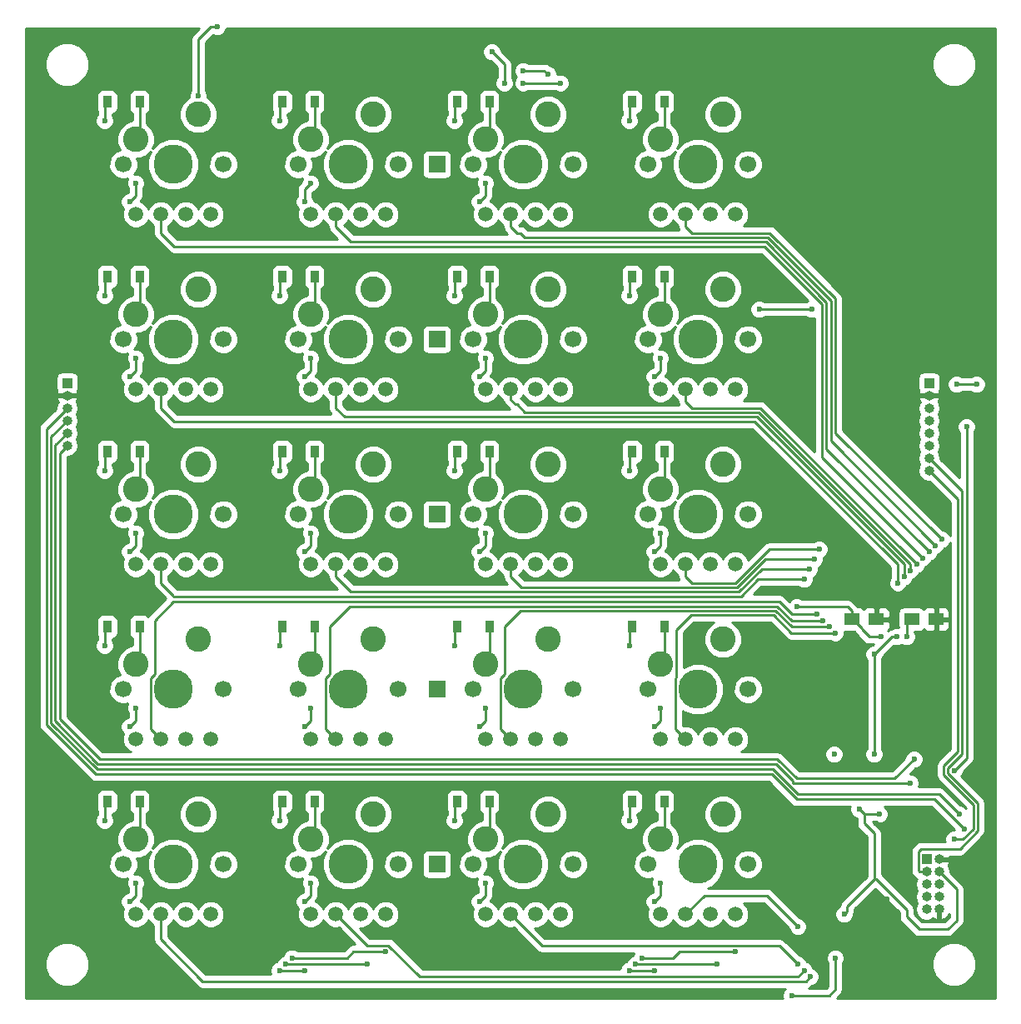
<source format=gbl>
G04 #@! TF.FileFunction,Copper,L2,Bot,Signal*
%FSLAX46Y46*%
G04 Gerber Fmt 4.6, Leading zero omitted, Abs format (unit mm)*
G04 Created by KiCad (PCBNEW 4.0.6) date 2017 May 14, Sunday 21:17:59*
%MOMM*%
%LPD*%
G01*
G04 APERTURE LIST*
%ADD10C,0.100000*%
%ADD11R,1.700000X1.700000*%
%ADD12C,3.980180*%
%ADD13C,2.600000*%
%ADD14C,1.699260*%
%ADD15C,1.500000*%
%ADD16R,0.900000X1.200000*%
%ADD17R,1.000000X1.000000*%
%ADD18O,1.000000X1.000000*%
%ADD19R,1.500000X1.250000*%
%ADD20C,0.600000*%
%ADD21C,0.250000*%
%ADD22C,0.254000*%
G04 APERTURE END LIST*
D10*
D11*
X112522000Y-124460000D03*
X112522000Y-106680000D03*
X112522000Y-53340000D03*
X112522000Y-71120000D03*
D12*
X103505000Y-53340000D03*
D13*
X106045000Y-48260000D03*
X99695000Y-50800000D03*
D14*
X98425000Y-53340000D03*
X108585000Y-53340000D03*
D12*
X121285000Y-71120000D03*
D13*
X123825000Y-66040000D03*
X117475000Y-68580000D03*
D14*
X116205000Y-71120000D03*
X126365000Y-71120000D03*
D12*
X139065000Y-53340000D03*
D13*
X141605000Y-48260000D03*
X135255000Y-50800000D03*
D14*
X133985000Y-53340000D03*
X144145000Y-53340000D03*
D15*
X89535000Y-58420000D03*
X81915000Y-58420000D03*
X86995000Y-58420000D03*
X84455000Y-58420000D03*
X89535000Y-76200000D03*
X81915000Y-76200000D03*
X86995000Y-76200000D03*
X84455000Y-76200000D03*
X89535000Y-93980000D03*
X81915000Y-93980000D03*
X86995000Y-93980000D03*
X84455000Y-93980000D03*
X89535000Y-111760000D03*
X81915000Y-111760000D03*
X86995000Y-111760000D03*
X84455000Y-111760000D03*
X89535000Y-129540000D03*
X81915000Y-129540000D03*
X86995000Y-129540000D03*
X84455000Y-129540000D03*
X107315000Y-129540000D03*
X99695000Y-129540000D03*
X104775000Y-129540000D03*
X102235000Y-129540000D03*
X107315000Y-111760000D03*
X99695000Y-111760000D03*
X104775000Y-111760000D03*
X102235000Y-111760000D03*
X107315000Y-93980000D03*
X99695000Y-93980000D03*
X104775000Y-93980000D03*
X102235000Y-93980000D03*
X107315000Y-76200000D03*
X99695000Y-76200000D03*
X104775000Y-76200000D03*
X102235000Y-76200000D03*
X107315000Y-58420000D03*
X99695000Y-58420000D03*
X104775000Y-58420000D03*
X102235000Y-58420000D03*
X125095000Y-58420000D03*
X117475000Y-58420000D03*
X122555000Y-58420000D03*
X120015000Y-58420000D03*
X125095000Y-76200000D03*
X117475000Y-76200000D03*
X122555000Y-76200000D03*
X120015000Y-76200000D03*
X125095000Y-93980000D03*
X117475000Y-93980000D03*
X122555000Y-93980000D03*
X120015000Y-93980000D03*
X125095000Y-111760000D03*
X117475000Y-111760000D03*
X122555000Y-111760000D03*
X120015000Y-111760000D03*
X125095000Y-129540000D03*
X117475000Y-129540000D03*
X122555000Y-129540000D03*
X120015000Y-129540000D03*
X142875000Y-129540000D03*
X135255000Y-129540000D03*
X140335000Y-129540000D03*
X137795000Y-129540000D03*
X142875000Y-111760000D03*
X135255000Y-111760000D03*
X140335000Y-111760000D03*
X137795000Y-111760000D03*
X142875000Y-93980000D03*
X135255000Y-93980000D03*
X140335000Y-93980000D03*
X137795000Y-93980000D03*
X142875000Y-76200000D03*
X135255000Y-76200000D03*
X140335000Y-76200000D03*
X137795000Y-76200000D03*
X142875000Y-58420000D03*
X135255000Y-58420000D03*
X140335000Y-58420000D03*
X137795000Y-58420000D03*
D16*
X82295000Y-46990000D03*
X78995000Y-46990000D03*
X82295000Y-64770000D03*
X78995000Y-64770000D03*
X82295000Y-82550000D03*
X78995000Y-82550000D03*
X82295000Y-100330000D03*
X78995000Y-100330000D03*
X82295000Y-118110000D03*
X78995000Y-118110000D03*
X100075000Y-118110000D03*
X96775000Y-118110000D03*
X100075000Y-100330000D03*
X96775000Y-100330000D03*
X100075000Y-82550000D03*
X96775000Y-82550000D03*
X100075000Y-64770000D03*
X96775000Y-64770000D03*
X100075000Y-46990000D03*
X96775000Y-46990000D03*
X117855000Y-46990000D03*
X114555000Y-46990000D03*
X117855000Y-64770000D03*
X114555000Y-64770000D03*
X117855000Y-82550000D03*
X114555000Y-82550000D03*
X117855000Y-100330000D03*
X114555000Y-100330000D03*
X117855000Y-118110000D03*
X114555000Y-118110000D03*
X135635000Y-118110000D03*
X132335000Y-118110000D03*
X135635000Y-100330000D03*
X132335000Y-100330000D03*
X135635000Y-82550000D03*
X132335000Y-82550000D03*
X135635000Y-64770000D03*
X132335000Y-64770000D03*
X135635000Y-46990000D03*
X132335000Y-46990000D03*
D12*
X85725000Y-53340000D03*
D13*
X88265000Y-48260000D03*
X81915000Y-50800000D03*
D14*
X80645000Y-53340000D03*
X90805000Y-53340000D03*
D12*
X85725000Y-71120000D03*
D13*
X88265000Y-66040000D03*
X81915000Y-68580000D03*
D14*
X80645000Y-71120000D03*
X90805000Y-71120000D03*
D12*
X85725000Y-88900000D03*
D13*
X88265000Y-83820000D03*
X81915000Y-86360000D03*
D14*
X80645000Y-88900000D03*
X90805000Y-88900000D03*
D12*
X85725000Y-106680000D03*
D13*
X88265000Y-101600000D03*
X81915000Y-104140000D03*
D14*
X80645000Y-106680000D03*
X90805000Y-106680000D03*
D12*
X85725000Y-124460000D03*
D13*
X88265000Y-119380000D03*
X81915000Y-121920000D03*
D14*
X80645000Y-124460000D03*
X90805000Y-124460000D03*
D12*
X103505000Y-124460000D03*
D13*
X106045000Y-119380000D03*
X99695000Y-121920000D03*
D14*
X98425000Y-124460000D03*
X108585000Y-124460000D03*
D12*
X103505000Y-106680000D03*
D13*
X106045000Y-101600000D03*
X99695000Y-104140000D03*
D14*
X98425000Y-106680000D03*
X108585000Y-106680000D03*
D12*
X103505000Y-88900000D03*
D13*
X106045000Y-83820000D03*
X99695000Y-86360000D03*
D14*
X98425000Y-88900000D03*
X108585000Y-88900000D03*
D12*
X103505000Y-71120000D03*
D13*
X106045000Y-66040000D03*
X99695000Y-68580000D03*
D14*
X98425000Y-71120000D03*
X108585000Y-71120000D03*
D12*
X121285000Y-53340000D03*
D13*
X123825000Y-48260000D03*
X117475000Y-50800000D03*
D14*
X116205000Y-53340000D03*
X126365000Y-53340000D03*
D12*
X121285000Y-88900000D03*
D13*
X123825000Y-83820000D03*
X117475000Y-86360000D03*
D14*
X116205000Y-88900000D03*
X126365000Y-88900000D03*
D12*
X121285000Y-106680000D03*
D13*
X123825000Y-101600000D03*
X117475000Y-104140000D03*
D14*
X116205000Y-106680000D03*
X126365000Y-106680000D03*
D12*
X121285000Y-124460000D03*
D13*
X123825000Y-119380000D03*
X117475000Y-121920000D03*
D14*
X116205000Y-124460000D03*
X126365000Y-124460000D03*
D12*
X139065000Y-124460000D03*
D13*
X141605000Y-119380000D03*
X135255000Y-121920000D03*
D14*
X133985000Y-124460000D03*
X144145000Y-124460000D03*
D12*
X139065000Y-106680000D03*
D13*
X141605000Y-101600000D03*
X135255000Y-104140000D03*
D14*
X133985000Y-106680000D03*
X144145000Y-106680000D03*
D12*
X139065000Y-88900000D03*
D13*
X141605000Y-83820000D03*
X135255000Y-86360000D03*
D14*
X133985000Y-88900000D03*
X144145000Y-88900000D03*
D12*
X139065000Y-71120000D03*
D13*
X141605000Y-66040000D03*
X135255000Y-68580000D03*
D14*
X133985000Y-71120000D03*
X144145000Y-71120000D03*
D17*
X162560000Y-75565000D03*
D18*
X162560000Y-76835000D03*
X162560000Y-78105000D03*
X162560000Y-79375000D03*
X162560000Y-80645000D03*
X162560000Y-81915000D03*
X162560000Y-83185000D03*
X162560000Y-84455000D03*
D17*
X74930000Y-75565000D03*
D18*
X74930000Y-76835000D03*
X74930000Y-78105000D03*
X74930000Y-79375000D03*
X74930000Y-80645000D03*
X74930000Y-81915000D03*
D19*
X154706000Y-99568000D03*
X157206000Y-99568000D03*
X160782000Y-99568000D03*
X163282000Y-99568000D03*
D11*
X112522000Y-88900000D03*
D17*
X162306000Y-123952000D03*
D18*
X163576000Y-123952000D03*
X162306000Y-125222000D03*
X163576000Y-125222000D03*
X162306000Y-126492000D03*
X163576000Y-126492000D03*
X162306000Y-127762000D03*
X163576000Y-127762000D03*
X162306000Y-129032000D03*
X163576000Y-129032000D03*
D20*
X125095000Y-45085000D03*
X121285000Y-45085000D03*
X142875000Y-133350000D03*
X133350000Y-133985000D03*
X107315000Y-133350000D03*
X97790000Y-133985000D03*
X119380000Y-45085000D03*
X118110000Y-41910000D03*
X81280000Y-57150000D03*
X81915000Y-55245000D03*
X116840000Y-57150000D03*
X117475000Y-55245000D03*
X99695000Y-55245000D03*
X99060000Y-57150000D03*
X134620000Y-128270000D03*
X135255000Y-126365000D03*
X116840000Y-128270000D03*
X117475000Y-126365000D03*
X99060000Y-128270000D03*
X99695000Y-126365000D03*
X81280000Y-128270000D03*
X81915000Y-126365000D03*
X134620000Y-110490000D03*
X135255000Y-108585000D03*
X116840000Y-110490000D03*
X117475000Y-108585000D03*
X99060000Y-110490000D03*
X99695000Y-108585000D03*
X81280000Y-110490000D03*
X81915000Y-108585000D03*
X134620000Y-92710000D03*
X135255000Y-90805000D03*
X116840000Y-92710000D03*
X117475000Y-90805000D03*
X99060000Y-92710000D03*
X99695000Y-90805000D03*
X81280000Y-92710000D03*
X81915000Y-90805000D03*
X134620000Y-74930000D03*
X135255000Y-73025000D03*
X116840000Y-74930000D03*
X117475000Y-73025000D03*
X99060000Y-74930000D03*
X99695000Y-73025000D03*
X81280000Y-74930000D03*
X81915000Y-73025000D03*
X134620000Y-135255000D03*
X132080000Y-135255000D03*
X99060000Y-135255000D03*
X96520000Y-135255000D03*
X163830000Y-91440000D03*
X132080000Y-48895000D03*
X163195000Y-92075000D03*
X114300000Y-48895000D03*
X162560000Y-92710000D03*
X96520000Y-48895000D03*
X161925000Y-93345000D03*
X78740000Y-48895000D03*
X161290000Y-93980000D03*
X132080000Y-66675000D03*
X160655000Y-94615000D03*
X114300000Y-66675000D03*
X160020000Y-95250000D03*
X96520000Y-66675000D03*
X159385000Y-95885000D03*
X78740000Y-66675000D03*
X151384000Y-92456000D03*
X132080000Y-84455000D03*
X150876000Y-93472000D03*
X114300000Y-84455000D03*
X150368000Y-94488000D03*
X96520000Y-84455000D03*
X149860000Y-95504000D03*
X78740000Y-84455000D03*
X153035000Y-100965000D03*
X132080000Y-102235000D03*
X152400000Y-100330000D03*
X114300000Y-102235000D03*
X151765000Y-99695000D03*
X96520000Y-102235000D03*
X151130000Y-99060000D03*
X78740000Y-102235000D03*
X149225000Y-130810000D03*
X132080000Y-120015000D03*
X149225000Y-134620000D03*
X114300000Y-120015000D03*
X149860000Y-135255000D03*
X96520000Y-120015000D03*
X150495000Y-135890000D03*
X78740000Y-120015000D03*
X153029760Y-133985000D03*
X148590000Y-137795000D03*
X123825000Y-44201116D03*
X121285000Y-43815000D03*
X88265000Y-46355000D03*
X90170000Y-39370000D03*
X140970000Y-134620000D03*
X132715000Y-134620000D03*
X105410000Y-134620000D03*
X97155000Y-134620000D03*
X155321000Y-123571000D03*
X160147000Y-127254000D03*
X158305500Y-128016000D03*
X157162500Y-120332500D03*
X149860000Y-128270000D03*
X159004000Y-44704000D03*
X162306000Y-71120000D03*
X155194000Y-101346000D03*
X163830000Y-101346000D03*
X150876000Y-110236000D03*
X163576000Y-110744000D03*
X152908000Y-121920000D03*
X157670500Y-101346000D03*
X149098000Y-98298000D03*
X160274000Y-101346000D03*
X145288000Y-68072000D03*
X150622000Y-68072000D03*
X167386000Y-75692000D03*
X165354000Y-75692000D03*
X165100000Y-121920000D03*
X166116000Y-120904000D03*
X165608000Y-119380000D03*
X160655000Y-116205000D03*
X161036000Y-113792000D03*
X153924000Y-129540000D03*
X159258000Y-101346000D03*
X156972000Y-103124000D03*
X156972000Y-113284000D03*
X152908000Y-113284000D03*
X155448000Y-118872000D03*
X157480000Y-119380000D03*
X166370000Y-80010000D03*
X165100000Y-114935000D03*
D21*
X97790000Y-133985000D02*
X103394744Y-133985000D01*
X103394744Y-133985000D02*
X104029744Y-133350000D01*
X104029744Y-133350000D02*
X107315000Y-133350000D01*
X133350000Y-133985000D02*
X136525000Y-133985000D01*
X136525000Y-133985000D02*
X137160000Y-133350000D01*
X137160000Y-133350000D02*
X142875000Y-133350000D01*
X121285000Y-45085000D02*
X125095000Y-45085000D01*
X118110000Y-41910000D02*
X119380000Y-43180000D01*
X119380000Y-43180000D02*
X119380000Y-45085000D01*
X81915000Y-55245000D02*
X81915000Y-56515000D01*
X81915000Y-56515000D02*
X81280000Y-57150000D01*
X117475000Y-55245000D02*
X117475000Y-56515000D01*
X117475000Y-56515000D02*
X116840000Y-57150000D01*
X99060000Y-57150000D02*
X99060000Y-55880000D01*
X99060000Y-55880000D02*
X99695000Y-55245000D01*
X135255000Y-126365000D02*
X135255000Y-127635000D01*
X135255000Y-127635000D02*
X134620000Y-128270000D01*
X117475000Y-126365000D02*
X117475000Y-127635000D01*
X117475000Y-127635000D02*
X116840000Y-128270000D01*
X99695000Y-127635000D02*
X99060000Y-128270000D01*
X99695000Y-126365000D02*
X99695000Y-127635000D01*
X81915000Y-126365000D02*
X81915000Y-127635000D01*
X81915000Y-127635000D02*
X81280000Y-128270000D01*
X135255000Y-108585000D02*
X135255000Y-109855000D01*
X135255000Y-109855000D02*
X134620000Y-110490000D01*
X117475000Y-108585000D02*
X117475000Y-109855000D01*
X117475000Y-109855000D02*
X116840000Y-110490000D01*
X99695000Y-108585000D02*
X99695000Y-109855000D01*
X99695000Y-109855000D02*
X99060000Y-110490000D01*
X81915000Y-108585000D02*
X81915000Y-109855000D01*
X81915000Y-109855000D02*
X81280000Y-110490000D01*
X135255000Y-90805000D02*
X135255000Y-92075000D01*
X135255000Y-92075000D02*
X134620000Y-92710000D01*
X117475000Y-90805000D02*
X117475000Y-92075000D01*
X117475000Y-92075000D02*
X116840000Y-92710000D01*
X99695000Y-92075000D02*
X99060000Y-92710000D01*
X99695000Y-90805000D02*
X99695000Y-92075000D01*
X81915000Y-90805000D02*
X81915000Y-92075000D01*
X81915000Y-92075000D02*
X81280000Y-92710000D01*
X135255000Y-73025000D02*
X135255000Y-74295000D01*
X135255000Y-74295000D02*
X134620000Y-74930000D01*
X117475000Y-73025000D02*
X117475000Y-74295000D01*
X117475000Y-74295000D02*
X116840000Y-74930000D01*
X99695000Y-73025000D02*
X99695000Y-74295000D01*
X99695000Y-74295000D02*
X99060000Y-74930000D01*
X81915000Y-73025000D02*
X81915000Y-74295000D01*
X81915000Y-74295000D02*
X81280000Y-74930000D01*
X132080000Y-135255000D02*
X134620000Y-135255000D01*
X96520000Y-135255000D02*
X99060000Y-135255000D01*
X163830000Y-91440000D02*
X153035000Y-80645000D01*
X153035000Y-80645000D02*
X153035000Y-66988998D01*
X153035000Y-66988998D02*
X146371002Y-60325000D01*
X138430000Y-60325000D02*
X137795000Y-59690000D01*
X146371002Y-60325000D02*
X138430000Y-60325000D01*
X137795000Y-59690000D02*
X137795000Y-58420000D01*
X132335000Y-46990000D02*
X132335000Y-46840000D01*
X132080000Y-48895000D02*
X132080000Y-47245000D01*
X132080000Y-47245000D02*
X132335000Y-46990000D01*
X163195000Y-92075000D02*
X152584990Y-81464990D01*
X152584990Y-81464990D02*
X152584990Y-67175398D01*
X146184602Y-60775010D02*
X121469990Y-60775010D01*
X152584990Y-67175398D02*
X146184602Y-60775010D01*
X121469990Y-60775010D02*
X121019980Y-60325000D01*
X121019980Y-60325000D02*
X120650000Y-60325000D01*
X120650000Y-60325000D02*
X120015000Y-59690000D01*
X120015000Y-59690000D02*
X120015000Y-58420000D01*
X114555000Y-46990000D02*
X114555000Y-46840000D01*
X114300000Y-48895000D02*
X114300000Y-47245000D01*
X114300000Y-47245000D02*
X114555000Y-46990000D01*
X162560000Y-92710000D02*
X152134980Y-82284980D01*
X152134980Y-82284980D02*
X152134980Y-67361798D01*
X152134980Y-67361798D02*
X145998202Y-61225020D01*
X145998202Y-61225020D02*
X103770020Y-61225020D01*
X103770020Y-61225020D02*
X102235000Y-59690000D01*
X102235000Y-59690000D02*
X102235000Y-58420000D01*
X96775000Y-46990000D02*
X96775000Y-46840000D01*
X96520000Y-48895000D02*
X96520000Y-47245000D01*
X96520000Y-47245000D02*
X96775000Y-46990000D01*
X161925000Y-93345000D02*
X151684970Y-83104970D01*
X151684970Y-83104970D02*
X151684970Y-67548198D01*
X84455000Y-60325000D02*
X84455000Y-58420000D01*
X151684970Y-67548198D02*
X145811802Y-61675030D01*
X145811802Y-61675030D02*
X85805030Y-61675030D01*
X85805030Y-61675030D02*
X84455000Y-60325000D01*
X78995000Y-46990000D02*
X78995000Y-46840000D01*
X78740000Y-48895000D02*
X78740000Y-47245000D01*
X78740000Y-47245000D02*
X78995000Y-46990000D01*
X161290000Y-93980000D02*
X145415000Y-78105000D01*
X145415000Y-78105000D02*
X138430000Y-78105000D01*
X138430000Y-78105000D02*
X137795000Y-77470000D01*
X137795000Y-77470000D02*
X137795000Y-76200000D01*
X132335000Y-64770000D02*
X132335000Y-64620000D01*
X132080000Y-66675000D02*
X132080000Y-65025000D01*
X132080000Y-65025000D02*
X132335000Y-64770000D01*
X120650000Y-77735020D02*
X120489360Y-77735020D01*
X120489360Y-77735020D02*
X120015000Y-77260660D01*
X120015000Y-77260660D02*
X120015000Y-76200000D01*
X121469990Y-78555010D02*
X120650000Y-77735020D01*
X160655000Y-93981410D02*
X145228600Y-78555010D01*
X145228600Y-78555010D02*
X121469990Y-78555010D01*
X160655000Y-94615000D02*
X160655000Y-93981410D01*
X114555000Y-64770000D02*
X114555000Y-64620000D01*
X114300000Y-66675000D02*
X114300000Y-65025000D01*
X114300000Y-65025000D02*
X114555000Y-64770000D01*
X102235000Y-78105000D02*
X102235000Y-76200000D01*
X103135020Y-79005020D02*
X102235000Y-78105000D01*
X160020000Y-93982820D02*
X145042200Y-79005020D01*
X145042200Y-79005020D02*
X103135020Y-79005020D01*
X160020000Y-95250000D02*
X160020000Y-93982820D01*
X96775000Y-64770000D02*
X96775000Y-64620000D01*
X96520000Y-66675000D02*
X96520000Y-65025000D01*
X96520000Y-65025000D02*
X96775000Y-64770000D01*
X159385000Y-95885000D02*
X159385000Y-93984230D01*
X159385000Y-93984230D02*
X144855800Y-79455030D01*
X144855800Y-79455030D02*
X85805030Y-79455030D01*
X85805030Y-79455030D02*
X84455000Y-78105000D01*
X84455000Y-78105000D02*
X84455000Y-76200000D01*
X78740000Y-66675000D02*
X78740000Y-65025000D01*
X78740000Y-65025000D02*
X78995000Y-64770000D01*
X151384000Y-92456000D02*
X146304000Y-92456000D01*
X146304000Y-92456000D02*
X142875000Y-95885000D01*
X142875000Y-95885000D02*
X138430000Y-95885000D01*
X138430000Y-95885000D02*
X137795000Y-95250000D01*
X137795000Y-95250000D02*
X137795000Y-93980000D01*
X132080000Y-84455000D02*
X132080000Y-82805000D01*
X132080000Y-82805000D02*
X132335000Y-82550000D01*
X150876000Y-93472000D02*
X145924410Y-93472000D01*
X145924410Y-93472000D02*
X143061400Y-96335010D01*
X121100010Y-96335010D02*
X120015000Y-95250000D01*
X120015000Y-95250000D02*
X120015000Y-93980000D01*
X143061400Y-96335010D02*
X121100010Y-96335010D01*
X114300000Y-84455000D02*
X114300000Y-82805000D01*
X114300000Y-82805000D02*
X114555000Y-82550000D01*
X150368000Y-94488000D02*
X145544820Y-94488000D01*
X145544820Y-94488000D02*
X143247800Y-96785020D01*
X102235000Y-95250000D02*
X102235000Y-93980000D01*
X143247800Y-96785020D02*
X103770020Y-96785020D01*
X103770020Y-96785020D02*
X102235000Y-95250000D01*
X96520000Y-84455000D02*
X96520000Y-82805000D01*
X96520000Y-82805000D02*
X96775000Y-82550000D01*
X149860000Y-95504000D02*
X145165230Y-95504000D01*
X145165230Y-95504000D02*
X143434200Y-97235030D01*
X143434200Y-97235030D02*
X85725000Y-97235030D01*
X85725000Y-97235030D02*
X85725000Y-97155000D01*
X85725000Y-97155000D02*
X84455000Y-95885000D01*
X84455000Y-95885000D02*
X84455000Y-93980000D01*
X78995000Y-82550000D02*
X78995000Y-82400000D01*
X78740000Y-84455000D02*
X78740000Y-82805000D01*
X78740000Y-82805000D02*
X78995000Y-82550000D01*
X153035000Y-100965000D02*
X148585770Y-100965000D01*
X136749909Y-105568755D02*
X136749909Y-110714909D01*
X148585770Y-100965000D02*
X146760800Y-99140030D01*
X146760800Y-99140030D02*
X138349970Y-99140030D01*
X138349970Y-99140030D02*
X136880001Y-100609999D01*
X136880001Y-100609999D02*
X136880001Y-105438663D01*
X136880001Y-105438663D02*
X136749909Y-105568755D01*
X136749909Y-110714909D02*
X137795000Y-111760000D01*
X132080000Y-102235000D02*
X132080000Y-100585000D01*
X132080000Y-100585000D02*
X132335000Y-100330000D01*
X121019980Y-98690020D02*
X119380000Y-100330000D01*
X119380000Y-100330000D02*
X119380000Y-105158664D01*
X119380000Y-105158664D02*
X118969909Y-105568755D01*
X118969909Y-105568755D02*
X118969909Y-110714909D01*
X118969909Y-110714909D02*
X120015000Y-111760000D01*
X146947200Y-98690020D02*
X121019980Y-98690020D01*
X152400000Y-100330000D02*
X148587180Y-100330000D01*
X148587180Y-100330000D02*
X146947200Y-98690020D01*
X114300000Y-102235000D02*
X114300000Y-100585000D01*
X114300000Y-100585000D02*
X114555000Y-100330000D01*
X151765000Y-99695000D02*
X148588590Y-99695000D01*
X148588590Y-99695000D02*
X147133600Y-98240010D01*
X147133600Y-98240010D02*
X103689990Y-98240010D01*
X103689990Y-98240010D02*
X101600000Y-100330000D01*
X101600000Y-100330000D02*
X101600000Y-105158664D01*
X101189909Y-110714909D02*
X102235000Y-111760000D01*
X101600000Y-105158664D02*
X101189909Y-105568755D01*
X101189909Y-105568755D02*
X101189909Y-110714909D01*
X96520000Y-102235000D02*
X96520000Y-100585000D01*
X96520000Y-100585000D02*
X96775000Y-100330000D01*
X151130000Y-99060000D02*
X148590000Y-99060000D01*
X83820000Y-105158664D02*
X83409909Y-105568755D01*
X83409909Y-110714909D02*
X84455000Y-111760000D01*
X148590000Y-99060000D02*
X147320000Y-97790000D01*
X147320000Y-97790000D02*
X85725000Y-97790000D01*
X85725000Y-97790000D02*
X83820000Y-99695000D01*
X83820000Y-99695000D02*
X83820000Y-105158664D01*
X83409909Y-105568755D02*
X83409909Y-110714909D01*
X78740000Y-102235000D02*
X78740000Y-100585000D01*
X78740000Y-100585000D02*
X78995000Y-100330000D01*
X146050000Y-127635000D02*
X139700000Y-127635000D01*
X139700000Y-127635000D02*
X137795000Y-129540000D01*
X149225000Y-130810000D02*
X146050000Y-127635000D01*
X132080000Y-120015000D02*
X132080000Y-118365000D01*
X132080000Y-118365000D02*
X132335000Y-118110000D01*
X149225000Y-134620000D02*
X147329999Y-132724999D01*
X147329999Y-132724999D02*
X123199999Y-132724999D01*
X123199999Y-132724999D02*
X120015000Y-129540000D01*
X114300000Y-120015000D02*
X114300000Y-118365000D01*
X114300000Y-118365000D02*
X114555000Y-118110000D01*
X107605002Y-132715000D02*
X105410000Y-132715000D01*
X105410000Y-132715000D02*
X102235000Y-129540000D01*
X149860000Y-135255000D02*
X149225000Y-135890000D01*
X149225000Y-135890000D02*
X110780002Y-135890000D01*
X110780002Y-135890000D02*
X107605002Y-132715000D01*
X96520000Y-120015000D02*
X96520000Y-118365000D01*
X96520000Y-118365000D02*
X96775000Y-118110000D01*
X88715010Y-136340010D02*
X84455000Y-132080000D01*
X84455000Y-132080000D02*
X84455000Y-129540000D01*
X150495000Y-135890000D02*
X150044990Y-136340010D01*
X150044990Y-136340010D02*
X88715010Y-136340010D01*
X78740000Y-120015000D02*
X78740000Y-118365000D01*
X78740000Y-118365000D02*
X78995000Y-118110000D01*
X82295000Y-46990000D02*
X82295000Y-50420000D01*
X82295000Y-50420000D02*
X81915000Y-50800000D01*
X82295000Y-64770000D02*
X82295000Y-68200000D01*
X82295000Y-68200000D02*
X81915000Y-68580000D01*
X82295000Y-82550000D02*
X82295000Y-85980000D01*
X82295000Y-85980000D02*
X81915000Y-86360000D01*
X82295000Y-100330000D02*
X82295000Y-103760000D01*
X82295000Y-103760000D02*
X81915000Y-104140000D01*
X82295000Y-118110000D02*
X82295000Y-121540000D01*
X82295000Y-121540000D02*
X81915000Y-121920000D01*
X100075000Y-118110000D02*
X100075000Y-121540000D01*
X100075000Y-121540000D02*
X99695000Y-121920000D01*
X100075000Y-100330000D02*
X100075000Y-103760000D01*
X100075000Y-103760000D02*
X99695000Y-104140000D01*
X100075000Y-82550000D02*
X100075000Y-85980000D01*
X100075000Y-85980000D02*
X99695000Y-86360000D01*
X100075000Y-64770000D02*
X100075000Y-68200000D01*
X100075000Y-68200000D02*
X99695000Y-68580000D01*
X100075000Y-46990000D02*
X100075000Y-50420000D01*
X100075000Y-50420000D02*
X99695000Y-50800000D01*
X117855000Y-46990000D02*
X117855000Y-50420000D01*
X117855000Y-50420000D02*
X117475000Y-50800000D01*
X117855000Y-64770000D02*
X117855000Y-68200000D01*
X117855000Y-68200000D02*
X117475000Y-68580000D01*
X117855000Y-82550000D02*
X117855000Y-85980000D01*
X117855000Y-85980000D02*
X117475000Y-86360000D01*
X117855000Y-100330000D02*
X117855000Y-103760000D01*
X117855000Y-103760000D02*
X117475000Y-104140000D01*
X117855000Y-118110000D02*
X117855000Y-121540000D01*
X117855000Y-121540000D02*
X117475000Y-121920000D01*
X135635000Y-118110000D02*
X135635000Y-121540000D01*
X135635000Y-121540000D02*
X135255000Y-121920000D01*
X135635000Y-100330000D02*
X135635000Y-103760000D01*
X135635000Y-103760000D02*
X135255000Y-104140000D01*
X135635000Y-82550000D02*
X135635000Y-85980000D01*
X135635000Y-85980000D02*
X135255000Y-86360000D01*
X135635000Y-64770000D02*
X135635000Y-64620000D01*
X135635000Y-64770000D02*
X135635000Y-68200000D01*
X135635000Y-68200000D02*
X135255000Y-68580000D01*
X135635000Y-46990000D02*
X135635000Y-50420000D01*
X135635000Y-50420000D02*
X135255000Y-50800000D01*
X153035000Y-137160000D02*
X153029760Y-137154760D01*
X153029760Y-137154760D02*
X153029760Y-133985000D01*
X152400000Y-137795000D02*
X153035000Y-137160000D01*
X148590000Y-137795000D02*
X152400000Y-137795000D01*
X97155000Y-134620000D02*
X105410000Y-134620000D01*
X132715000Y-134620000D02*
X140970000Y-134620000D01*
X121285000Y-43815000D02*
X123438884Y-43815000D01*
X123438884Y-43815000D02*
X123825000Y-44201116D01*
X89535000Y-39370000D02*
X88265000Y-40640000D01*
X88265000Y-40640000D02*
X88265000Y-46355000D01*
X90170000Y-39370000D02*
X89535000Y-39370000D01*
X157353000Y-120586500D02*
X157353000Y-120523000D01*
X157353000Y-120523000D02*
X157162500Y-120332500D01*
X150876000Y-110236000D02*
X150876000Y-109982000D01*
X163576000Y-110744000D02*
X163830000Y-110490000D01*
X152908000Y-121920000D02*
X152908000Y-122174000D01*
X157670500Y-101346000D02*
X156484000Y-101346000D01*
X155706000Y-100568000D02*
X155706000Y-100443000D01*
X156484000Y-101346000D02*
X155706000Y-100568000D01*
X155706000Y-100443000D02*
X154831000Y-99568000D01*
X154831000Y-99568000D02*
X154706000Y-99568000D01*
X154706000Y-99568000D02*
X154706000Y-98693000D01*
X154706000Y-98693000D02*
X154311000Y-98298000D01*
X154311000Y-98298000D02*
X149098000Y-98298000D01*
X160274000Y-101346000D02*
X160274000Y-100076000D01*
X160274000Y-100076000D02*
X160782000Y-99568000D01*
X150622000Y-68072000D02*
X145288000Y-68072000D01*
X165354000Y-75692000D02*
X167386000Y-75692000D01*
X165703402Y-122878010D02*
X161794988Y-122878010D01*
X161480999Y-125104105D02*
X161598894Y-125222000D01*
X161794988Y-122878010D02*
X161480999Y-123191999D01*
X161598894Y-125222000D02*
X162306000Y-125222000D01*
X161480999Y-123191999D02*
X161480999Y-125104105D01*
X162560000Y-83185000D02*
X165919990Y-86544990D01*
X165919990Y-86544990D02*
X165919990Y-113226010D01*
X165919990Y-113226010D02*
X164474999Y-114671001D01*
X164474999Y-114671001D02*
X164474999Y-115198999D01*
X164474999Y-115198999D02*
X167517804Y-118241804D01*
X167517804Y-118241804D02*
X167517804Y-121063608D01*
X167517804Y-121063608D02*
X165703402Y-122878010D01*
X167067795Y-120877207D02*
X166025002Y-121920000D01*
X166025002Y-121920000D02*
X165100000Y-121920000D01*
X167067795Y-118428205D02*
X167067795Y-120877207D01*
X164024990Y-115385400D02*
X167067795Y-118428205D01*
X162560000Y-84455000D02*
X165469980Y-87364980D01*
X165469980Y-87364980D02*
X165469980Y-113039610D01*
X165469980Y-113039610D02*
X164024989Y-114484601D01*
X164024989Y-114484601D02*
X164024990Y-115385400D01*
X166116000Y-120904000D02*
X163068000Y-117856000D01*
X163068000Y-117856000D02*
X149095180Y-117856000D01*
X146555180Y-115316000D02*
X77846770Y-115316000D01*
X72817970Y-110287200D02*
X72817970Y-80217030D01*
X149095180Y-117856000D02*
X146555180Y-115316000D01*
X77846770Y-115316000D02*
X72817970Y-110287200D01*
X72817970Y-80217030D02*
X74930000Y-78105000D01*
X165608000Y-119380000D02*
X163576000Y-117348000D01*
X163576000Y-117348000D02*
X149223590Y-117348000D01*
X149223590Y-117348000D02*
X146683590Y-114808000D01*
X146683590Y-114808000D02*
X77975180Y-114808000D01*
X77975180Y-114808000D02*
X73267980Y-110100800D01*
X73267980Y-110100800D02*
X73267980Y-81037020D01*
X73267980Y-81037020D02*
X74930000Y-79375000D01*
X160655000Y-116205000D02*
X148717000Y-116205000D01*
X148717000Y-116205000D02*
X148717000Y-116010998D01*
X148717000Y-116010998D02*
X147006002Y-114300000D01*
X73717990Y-109914400D02*
X73717990Y-81857010D01*
X147006002Y-114300000D02*
X78740000Y-114300000D01*
X78740000Y-114300000D02*
X78682010Y-114242010D01*
X78682010Y-114242010D02*
X78045599Y-114242009D01*
X78045599Y-114242009D02*
X73717990Y-109914400D01*
X73717990Y-81857010D02*
X74930000Y-80645000D01*
X161036000Y-113792000D02*
X159073010Y-115754990D01*
X159073010Y-115754990D02*
X149097402Y-115754990D01*
X149097402Y-115754990D02*
X147134412Y-113792000D01*
X147134412Y-113792000D02*
X78232000Y-113792000D01*
X78232000Y-113792000D02*
X74168000Y-109728000D01*
X74168000Y-109728000D02*
X74168000Y-82677000D01*
X74168000Y-82677000D02*
X74930000Y-81915000D01*
X165354000Y-130175000D02*
X165354000Y-127000000D01*
X165354000Y-127000000D02*
X163576000Y-125222000D01*
X164465000Y-131064000D02*
X165354000Y-130175000D01*
X161544000Y-131064000D02*
X164465000Y-131064000D01*
X160274000Y-129794000D02*
X161544000Y-131064000D01*
X160274000Y-129059498D02*
X160274000Y-129794000D01*
X156972000Y-125984000D02*
X157198502Y-125984000D01*
X157198502Y-125984000D02*
X160274000Y-129059498D01*
X156972000Y-125984000D02*
X156972000Y-124206000D01*
X154223999Y-128732001D02*
X156972000Y-125984000D01*
X153924000Y-129540000D02*
X154223999Y-129240001D01*
X154223999Y-129240001D02*
X154223999Y-128732001D01*
X159258000Y-101346000D02*
X158750000Y-101346000D01*
X158750000Y-101346000D02*
X156972000Y-103124000D01*
X156972000Y-124206000D02*
X156972000Y-121321002D01*
X156972000Y-121321002D02*
X155956000Y-120305002D01*
X155956000Y-120305002D02*
X155956000Y-119380000D01*
X156972000Y-113284000D02*
X156972000Y-103124000D01*
X157480000Y-119380000D02*
X155956000Y-119380000D01*
X155956000Y-119380000D02*
X155448000Y-118872000D01*
X166370000Y-80010000D02*
X166370000Y-113665000D01*
X165100000Y-114935000D02*
X166370000Y-113665000D01*
D22*
G36*
X87727599Y-40102599D02*
X87562852Y-40349161D01*
X87505000Y-40640000D01*
X87505000Y-45792537D01*
X87472808Y-45824673D01*
X87330162Y-46168201D01*
X87329838Y-46540167D01*
X87334271Y-46550896D01*
X87170342Y-46618630D01*
X86625543Y-47162479D01*
X86330337Y-47873416D01*
X86329665Y-48643207D01*
X86623630Y-49354658D01*
X87167479Y-49899457D01*
X87878416Y-50194663D01*
X88648207Y-50195335D01*
X89359658Y-49901370D01*
X89904457Y-49357521D01*
X90019624Y-49080167D01*
X95584838Y-49080167D01*
X95726883Y-49423943D01*
X95989673Y-49687192D01*
X96333201Y-49829838D01*
X96705167Y-49830162D01*
X97048943Y-49688117D01*
X97312192Y-49425327D01*
X97454838Y-49081799D01*
X97455162Y-48709833D01*
X97313117Y-48366057D01*
X97280000Y-48332882D01*
X97280000Y-48227091D01*
X97460317Y-48193162D01*
X97676441Y-48054090D01*
X97821431Y-47841890D01*
X97872440Y-47590000D01*
X97872440Y-46390000D01*
X97828162Y-46154683D01*
X97689090Y-45938559D01*
X97476890Y-45793569D01*
X97225000Y-45742560D01*
X96325000Y-45742560D01*
X96089683Y-45786838D01*
X95873559Y-45925910D01*
X95728569Y-46138110D01*
X95677560Y-46390000D01*
X95677560Y-47590000D01*
X95721838Y-47825317D01*
X95760000Y-47884622D01*
X95760000Y-48332537D01*
X95727808Y-48364673D01*
X95585162Y-48708201D01*
X95584838Y-49080167D01*
X90019624Y-49080167D01*
X90199663Y-48646584D01*
X90200335Y-47876793D01*
X89906370Y-47165342D01*
X89362521Y-46620543D01*
X89195874Y-46551345D01*
X89199838Y-46541799D01*
X89200162Y-46169833D01*
X89058117Y-45826057D01*
X89025000Y-45792882D01*
X89025000Y-42095167D01*
X117174838Y-42095167D01*
X117316883Y-42438943D01*
X117579673Y-42702192D01*
X117923201Y-42844838D01*
X117970077Y-42844879D01*
X118620000Y-43494802D01*
X118620000Y-44522537D01*
X118587808Y-44554673D01*
X118445162Y-44898201D01*
X118444838Y-45270167D01*
X118586883Y-45613943D01*
X118849673Y-45877192D01*
X119193201Y-46019838D01*
X119565167Y-46020162D01*
X119908943Y-45878117D01*
X120172192Y-45615327D01*
X120314838Y-45271799D01*
X120315162Y-44899833D01*
X120173117Y-44556057D01*
X120140000Y-44522882D01*
X120140000Y-44000167D01*
X120349838Y-44000167D01*
X120491883Y-44343943D01*
X120597710Y-44449954D01*
X120492808Y-44554673D01*
X120350162Y-44898201D01*
X120349838Y-45270167D01*
X120491883Y-45613943D01*
X120754673Y-45877192D01*
X121098201Y-46019838D01*
X121470167Y-46020162D01*
X121813943Y-45878117D01*
X121847118Y-45845000D01*
X124532537Y-45845000D01*
X124564673Y-45877192D01*
X124908201Y-46019838D01*
X125280167Y-46020162D01*
X125623943Y-45878117D01*
X125887192Y-45615327D01*
X126029838Y-45271799D01*
X126030162Y-44899833D01*
X125888117Y-44556057D01*
X125625327Y-44292808D01*
X125281799Y-44150162D01*
X124909833Y-44149838D01*
X124759991Y-44211751D01*
X124760162Y-44015949D01*
X124618117Y-43672173D01*
X124568650Y-43622619D01*
X162864613Y-43622619D01*
X163204155Y-44444372D01*
X163832321Y-45073636D01*
X164653481Y-45414611D01*
X165542619Y-45415387D01*
X166364372Y-45075845D01*
X166993636Y-44447679D01*
X167334611Y-43626519D01*
X167335387Y-42737381D01*
X166995845Y-41915628D01*
X166367679Y-41286364D01*
X165546519Y-40945389D01*
X164657381Y-40944613D01*
X163835628Y-41284155D01*
X163206364Y-41912321D01*
X162865389Y-42733481D01*
X162864613Y-43622619D01*
X124568650Y-43622619D01*
X124355327Y-43408924D01*
X124011799Y-43266278D01*
X123959273Y-43266232D01*
X123729723Y-43112852D01*
X123438884Y-43055000D01*
X121847463Y-43055000D01*
X121815327Y-43022808D01*
X121471799Y-42880162D01*
X121099833Y-42879838D01*
X120756057Y-43021883D01*
X120492808Y-43284673D01*
X120350162Y-43628201D01*
X120349838Y-44000167D01*
X120140000Y-44000167D01*
X120140000Y-43180000D01*
X120082148Y-42889161D01*
X120082148Y-42889160D01*
X119917401Y-42642599D01*
X119045122Y-41770320D01*
X119045162Y-41724833D01*
X118903117Y-41381057D01*
X118640327Y-41117808D01*
X118296799Y-40975162D01*
X117924833Y-40974838D01*
X117581057Y-41116883D01*
X117317808Y-41379673D01*
X117175162Y-41723201D01*
X117174838Y-42095167D01*
X89025000Y-42095167D01*
X89025000Y-40954802D01*
X89765402Y-40214400D01*
X89983201Y-40304838D01*
X90355167Y-40305162D01*
X90698943Y-40163117D01*
X90962192Y-39900327D01*
X91104838Y-39556799D01*
X91104879Y-39510000D01*
X169290000Y-39510000D01*
X169290000Y-138090000D01*
X153179802Y-138090000D01*
X153572401Y-137697401D01*
X153737148Y-137450839D01*
X153795000Y-137160000D01*
X153789760Y-137133657D01*
X153789760Y-135062619D01*
X162864613Y-135062619D01*
X163204155Y-135884372D01*
X163832321Y-136513636D01*
X164653481Y-136854611D01*
X165542619Y-136855387D01*
X166364372Y-136515845D01*
X166993636Y-135887679D01*
X167334611Y-135066519D01*
X167335387Y-134177381D01*
X166995845Y-133355628D01*
X166367679Y-132726364D01*
X165546519Y-132385389D01*
X164657381Y-132384613D01*
X163835628Y-132724155D01*
X163206364Y-133352321D01*
X162865389Y-134173481D01*
X162864613Y-135062619D01*
X153789760Y-135062619D01*
X153789760Y-134547463D01*
X153821952Y-134515327D01*
X153964598Y-134171799D01*
X153964922Y-133799833D01*
X153822877Y-133456057D01*
X153560087Y-133192808D01*
X153216559Y-133050162D01*
X152844593Y-133049838D01*
X152500817Y-133191883D01*
X152237568Y-133454673D01*
X152094922Y-133798201D01*
X152094598Y-134170167D01*
X152236643Y-134513943D01*
X152269760Y-134547118D01*
X152269760Y-136850438D01*
X152085198Y-137035000D01*
X150346542Y-137035000D01*
X150582391Y-136877411D01*
X150634680Y-136825122D01*
X150680167Y-136825162D01*
X151023943Y-136683117D01*
X151287192Y-136420327D01*
X151429838Y-136076799D01*
X151430162Y-135704833D01*
X151288117Y-135361057D01*
X151025327Y-135097808D01*
X150761446Y-134988235D01*
X150653117Y-134726057D01*
X150390327Y-134462808D01*
X150126446Y-134353235D01*
X150018117Y-134091057D01*
X149755327Y-133827808D01*
X149411799Y-133685162D01*
X149364923Y-133685121D01*
X147867400Y-132187598D01*
X147620838Y-132022851D01*
X147329999Y-131964999D01*
X123514801Y-131964999D01*
X122474732Y-130924930D01*
X122829285Y-130925240D01*
X123338515Y-130714831D01*
X123728461Y-130325564D01*
X123824976Y-130093130D01*
X123920169Y-130323515D01*
X124309436Y-130713461D01*
X124818298Y-130924759D01*
X125369285Y-130925240D01*
X125878515Y-130714831D01*
X126268461Y-130325564D01*
X126479759Y-129816702D01*
X126480240Y-129265715D01*
X126269831Y-128756485D01*
X125880564Y-128366539D01*
X125371702Y-128155241D01*
X124820715Y-128154760D01*
X124311485Y-128365169D01*
X123921539Y-128754436D01*
X123825024Y-128986870D01*
X123729831Y-128756485D01*
X123340564Y-128366539D01*
X122831702Y-128155241D01*
X122280715Y-128154760D01*
X121771485Y-128365169D01*
X121381539Y-128754436D01*
X121285024Y-128986870D01*
X121189831Y-128756485D01*
X120800564Y-128366539D01*
X120291702Y-128155241D01*
X119740715Y-128154760D01*
X119231485Y-128365169D01*
X118841539Y-128754436D01*
X118745024Y-128986870D01*
X118649831Y-128756485D01*
X118260564Y-128366539D01*
X117948036Y-128236766D01*
X118012401Y-128172401D01*
X118177148Y-127925839D01*
X118235000Y-127635000D01*
X118235000Y-126927463D01*
X118267192Y-126895327D01*
X118409838Y-126551799D01*
X118410162Y-126179833D01*
X118268117Y-125836057D01*
X118005327Y-125572808D01*
X117661799Y-125430162D01*
X117334848Y-125429877D01*
X117462874Y-125302074D01*
X117689372Y-124756607D01*
X117689888Y-124165984D01*
X117561423Y-123855076D01*
X117858207Y-123855335D01*
X118569658Y-123561370D01*
X118989956Y-123141805D01*
X118660366Y-123935546D01*
X118659455Y-124979872D01*
X119058259Y-125945052D01*
X119796064Y-126684146D01*
X120760546Y-127084634D01*
X121804872Y-127085545D01*
X122770052Y-126686741D01*
X123509146Y-125948936D01*
X123909634Y-124984454D01*
X123909835Y-124754016D01*
X124880112Y-124754016D01*
X125105658Y-125299877D01*
X125522926Y-125717874D01*
X126068393Y-125944372D01*
X126659016Y-125944888D01*
X127204877Y-125719342D01*
X127622874Y-125302074D01*
X127849372Y-124756607D01*
X127849374Y-124754016D01*
X132500112Y-124754016D01*
X132725658Y-125299877D01*
X133142926Y-125717874D01*
X133688393Y-125944372D01*
X134279016Y-125944888D01*
X134445629Y-125876045D01*
X134320162Y-126178201D01*
X134319838Y-126550167D01*
X134461883Y-126893943D01*
X134495000Y-126927118D01*
X134495000Y-127320198D01*
X134480320Y-127334878D01*
X134434833Y-127334838D01*
X134091057Y-127476883D01*
X133827808Y-127739673D01*
X133685162Y-128083201D01*
X133684838Y-128455167D01*
X133826883Y-128798943D01*
X133993678Y-128966029D01*
X133870241Y-129263298D01*
X133869760Y-129814285D01*
X134080169Y-130323515D01*
X134469436Y-130713461D01*
X134978298Y-130924759D01*
X135529285Y-130925240D01*
X136038515Y-130714831D01*
X136428461Y-130325564D01*
X136524976Y-130093130D01*
X136620169Y-130323515D01*
X137009436Y-130713461D01*
X137518298Y-130924759D01*
X138069285Y-130925240D01*
X138578515Y-130714831D01*
X138968461Y-130325564D01*
X139064976Y-130093130D01*
X139160169Y-130323515D01*
X139549436Y-130713461D01*
X140058298Y-130924759D01*
X140609285Y-130925240D01*
X141118515Y-130714831D01*
X141508461Y-130325564D01*
X141604976Y-130093130D01*
X141700169Y-130323515D01*
X142089436Y-130713461D01*
X142598298Y-130924759D01*
X143149285Y-130925240D01*
X143658515Y-130714831D01*
X144048461Y-130325564D01*
X144259759Y-129816702D01*
X144260240Y-129265715D01*
X144049831Y-128756485D01*
X143688975Y-128395000D01*
X145735198Y-128395000D01*
X148289878Y-130949680D01*
X148289838Y-130995167D01*
X148431883Y-131338943D01*
X148694673Y-131602192D01*
X149038201Y-131744838D01*
X149410167Y-131745162D01*
X149753943Y-131603117D01*
X150017192Y-131340327D01*
X150159838Y-130996799D01*
X150160162Y-130624833D01*
X150018117Y-130281057D01*
X149755327Y-130017808D01*
X149411799Y-129875162D01*
X149364923Y-129875121D01*
X146587401Y-127097599D01*
X146340839Y-126932852D01*
X146050000Y-126875000D01*
X140094430Y-126875000D01*
X140550052Y-126686741D01*
X141289146Y-125948936D01*
X141689634Y-124984454D01*
X141689835Y-124754016D01*
X142660112Y-124754016D01*
X142885658Y-125299877D01*
X143302926Y-125717874D01*
X143848393Y-125944372D01*
X144439016Y-125944888D01*
X144984877Y-125719342D01*
X145402874Y-125302074D01*
X145629372Y-124756607D01*
X145629888Y-124165984D01*
X145404342Y-123620123D01*
X144987074Y-123202126D01*
X144441607Y-122975628D01*
X143850984Y-122975112D01*
X143305123Y-123200658D01*
X142887126Y-123617926D01*
X142660628Y-124163393D01*
X142660112Y-124754016D01*
X141689835Y-124754016D01*
X141690545Y-123940128D01*
X141291741Y-122974948D01*
X140553936Y-122235854D01*
X139589454Y-121835366D01*
X138545128Y-121834455D01*
X137579948Y-122233259D01*
X136965354Y-122846781D01*
X137189663Y-122306584D01*
X137190335Y-121536793D01*
X136896370Y-120825342D01*
X136395000Y-120323096D01*
X136395000Y-119763207D01*
X139669665Y-119763207D01*
X139963630Y-120474658D01*
X140507479Y-121019457D01*
X141218416Y-121314663D01*
X141988207Y-121315335D01*
X142699658Y-121021370D01*
X143244457Y-120477521D01*
X143539663Y-119766584D01*
X143540335Y-118996793D01*
X143246370Y-118285342D01*
X142702521Y-117740543D01*
X141991584Y-117445337D01*
X141221793Y-117444665D01*
X140510342Y-117738630D01*
X139965543Y-118282479D01*
X139670337Y-118993416D01*
X139669665Y-119763207D01*
X136395000Y-119763207D01*
X136395000Y-119265105D01*
X136536441Y-119174090D01*
X136681431Y-118961890D01*
X136732440Y-118710000D01*
X136732440Y-117510000D01*
X136688162Y-117274683D01*
X136549090Y-117058559D01*
X136336890Y-116913569D01*
X136085000Y-116862560D01*
X135185000Y-116862560D01*
X134949683Y-116906838D01*
X134733559Y-117045910D01*
X134588569Y-117258110D01*
X134537560Y-117510000D01*
X134537560Y-118710000D01*
X134581838Y-118945317D01*
X134720910Y-119161441D01*
X134875000Y-119266726D01*
X134875000Y-119984668D01*
X134871793Y-119984665D01*
X134160342Y-120278630D01*
X133615543Y-120822479D01*
X133320337Y-121533416D01*
X133319665Y-122303207D01*
X133610953Y-123008180D01*
X133145123Y-123200658D01*
X132727126Y-123617926D01*
X132500628Y-124163393D01*
X132500112Y-124754016D01*
X127849374Y-124754016D01*
X127849888Y-124165984D01*
X127624342Y-123620123D01*
X127207074Y-123202126D01*
X126661607Y-122975628D01*
X126070984Y-122975112D01*
X125525123Y-123200658D01*
X125107126Y-123617926D01*
X124880628Y-124163393D01*
X124880112Y-124754016D01*
X123909835Y-124754016D01*
X123910545Y-123940128D01*
X123511741Y-122974948D01*
X122773936Y-122235854D01*
X121809454Y-121835366D01*
X120765128Y-121834455D01*
X119799948Y-122233259D01*
X119185354Y-122846781D01*
X119409663Y-122306584D01*
X119410335Y-121536793D01*
X119116370Y-120825342D01*
X118615000Y-120323096D01*
X118615000Y-119763207D01*
X121889665Y-119763207D01*
X122183630Y-120474658D01*
X122727479Y-121019457D01*
X123438416Y-121314663D01*
X124208207Y-121315335D01*
X124919658Y-121021370D01*
X125464457Y-120477521D01*
X125579624Y-120200167D01*
X131144838Y-120200167D01*
X131286883Y-120543943D01*
X131549673Y-120807192D01*
X131893201Y-120949838D01*
X132265167Y-120950162D01*
X132608943Y-120808117D01*
X132872192Y-120545327D01*
X133014838Y-120201799D01*
X133015162Y-119829833D01*
X132873117Y-119486057D01*
X132840000Y-119452882D01*
X132840000Y-119347091D01*
X133020317Y-119313162D01*
X133236441Y-119174090D01*
X133381431Y-118961890D01*
X133432440Y-118710000D01*
X133432440Y-117510000D01*
X133388162Y-117274683D01*
X133249090Y-117058559D01*
X133036890Y-116913569D01*
X132785000Y-116862560D01*
X131885000Y-116862560D01*
X131649683Y-116906838D01*
X131433559Y-117045910D01*
X131288569Y-117258110D01*
X131237560Y-117510000D01*
X131237560Y-118710000D01*
X131281838Y-118945317D01*
X131320000Y-119004622D01*
X131320000Y-119452537D01*
X131287808Y-119484673D01*
X131145162Y-119828201D01*
X131144838Y-120200167D01*
X125579624Y-120200167D01*
X125759663Y-119766584D01*
X125760335Y-118996793D01*
X125466370Y-118285342D01*
X124922521Y-117740543D01*
X124211584Y-117445337D01*
X123441793Y-117444665D01*
X122730342Y-117738630D01*
X122185543Y-118282479D01*
X121890337Y-118993416D01*
X121889665Y-119763207D01*
X118615000Y-119763207D01*
X118615000Y-119265105D01*
X118756441Y-119174090D01*
X118901431Y-118961890D01*
X118952440Y-118710000D01*
X118952440Y-117510000D01*
X118908162Y-117274683D01*
X118769090Y-117058559D01*
X118556890Y-116913569D01*
X118305000Y-116862560D01*
X117405000Y-116862560D01*
X117169683Y-116906838D01*
X116953559Y-117045910D01*
X116808569Y-117258110D01*
X116757560Y-117510000D01*
X116757560Y-118710000D01*
X116801838Y-118945317D01*
X116940910Y-119161441D01*
X117095000Y-119266726D01*
X117095000Y-119984668D01*
X117091793Y-119984665D01*
X116380342Y-120278630D01*
X115835543Y-120822479D01*
X115540337Y-121533416D01*
X115539665Y-122303207D01*
X115830953Y-123008180D01*
X115365123Y-123200658D01*
X114947126Y-123617926D01*
X114720628Y-124163393D01*
X114720112Y-124754016D01*
X114945658Y-125299877D01*
X115362926Y-125717874D01*
X115908393Y-125944372D01*
X116499016Y-125944888D01*
X116665629Y-125876045D01*
X116540162Y-126178201D01*
X116539838Y-126550167D01*
X116681883Y-126893943D01*
X116715000Y-126927118D01*
X116715000Y-127320198D01*
X116700320Y-127334878D01*
X116654833Y-127334838D01*
X116311057Y-127476883D01*
X116047808Y-127739673D01*
X115905162Y-128083201D01*
X115904838Y-128455167D01*
X116046883Y-128798943D01*
X116213678Y-128966029D01*
X116090241Y-129263298D01*
X116089760Y-129814285D01*
X116300169Y-130323515D01*
X116689436Y-130713461D01*
X117198298Y-130924759D01*
X117749285Y-130925240D01*
X118258515Y-130714831D01*
X118648461Y-130325564D01*
X118744976Y-130093130D01*
X118840169Y-130323515D01*
X119229436Y-130713461D01*
X119738298Y-130924759D01*
X120289285Y-130925240D01*
X120314868Y-130914670D01*
X122662598Y-133262400D01*
X122909160Y-133427147D01*
X123199999Y-133484999D01*
X132545215Y-133484999D01*
X132448235Y-133718554D01*
X132186057Y-133826883D01*
X131922808Y-134089673D01*
X131813235Y-134353554D01*
X131551057Y-134461883D01*
X131287808Y-134724673D01*
X131145162Y-135068201D01*
X131145108Y-135130000D01*
X111094804Y-135130000D01*
X108142403Y-132177599D01*
X107895841Y-132012852D01*
X107605002Y-131955000D01*
X105724802Y-131955000D01*
X104694732Y-130924930D01*
X105049285Y-130925240D01*
X105558515Y-130714831D01*
X105948461Y-130325564D01*
X106044976Y-130093130D01*
X106140169Y-130323515D01*
X106529436Y-130713461D01*
X107038298Y-130924759D01*
X107589285Y-130925240D01*
X108098515Y-130714831D01*
X108488461Y-130325564D01*
X108699759Y-129816702D01*
X108700240Y-129265715D01*
X108489831Y-128756485D01*
X108100564Y-128366539D01*
X107591702Y-128155241D01*
X107040715Y-128154760D01*
X106531485Y-128365169D01*
X106141539Y-128754436D01*
X106045024Y-128986870D01*
X105949831Y-128756485D01*
X105560564Y-128366539D01*
X105051702Y-128155241D01*
X104500715Y-128154760D01*
X103991485Y-128365169D01*
X103601539Y-128754436D01*
X103505024Y-128986870D01*
X103409831Y-128756485D01*
X103020564Y-128366539D01*
X102511702Y-128155241D01*
X101960715Y-128154760D01*
X101451485Y-128365169D01*
X101061539Y-128754436D01*
X100965024Y-128986870D01*
X100869831Y-128756485D01*
X100480564Y-128366539D01*
X100168036Y-128236766D01*
X100232401Y-128172401D01*
X100397148Y-127925839D01*
X100455000Y-127635000D01*
X100455000Y-126927463D01*
X100487192Y-126895327D01*
X100629838Y-126551799D01*
X100630162Y-126179833D01*
X100488117Y-125836057D01*
X100225327Y-125572808D01*
X99881799Y-125430162D01*
X99554848Y-125429877D01*
X99682874Y-125302074D01*
X99909372Y-124756607D01*
X99909888Y-124165984D01*
X99781423Y-123855076D01*
X100078207Y-123855335D01*
X100789658Y-123561370D01*
X101209956Y-123141805D01*
X100880366Y-123935546D01*
X100879455Y-124979872D01*
X101278259Y-125945052D01*
X102016064Y-126684146D01*
X102980546Y-127084634D01*
X104024872Y-127085545D01*
X104990052Y-126686741D01*
X105729146Y-125948936D01*
X106129634Y-124984454D01*
X106129835Y-124754016D01*
X107100112Y-124754016D01*
X107325658Y-125299877D01*
X107742926Y-125717874D01*
X108288393Y-125944372D01*
X108879016Y-125944888D01*
X109424877Y-125719342D01*
X109842874Y-125302074D01*
X110069372Y-124756607D01*
X110069888Y-124165984D01*
X109844342Y-123620123D01*
X109834237Y-123610000D01*
X111024560Y-123610000D01*
X111024560Y-125310000D01*
X111068838Y-125545317D01*
X111207910Y-125761441D01*
X111420110Y-125906431D01*
X111672000Y-125957440D01*
X113372000Y-125957440D01*
X113607317Y-125913162D01*
X113823441Y-125774090D01*
X113968431Y-125561890D01*
X114019440Y-125310000D01*
X114019440Y-123610000D01*
X113975162Y-123374683D01*
X113836090Y-123158559D01*
X113623890Y-123013569D01*
X113372000Y-122962560D01*
X111672000Y-122962560D01*
X111436683Y-123006838D01*
X111220559Y-123145910D01*
X111075569Y-123358110D01*
X111024560Y-123610000D01*
X109834237Y-123610000D01*
X109427074Y-123202126D01*
X108881607Y-122975628D01*
X108290984Y-122975112D01*
X107745123Y-123200658D01*
X107327126Y-123617926D01*
X107100628Y-124163393D01*
X107100112Y-124754016D01*
X106129835Y-124754016D01*
X106130545Y-123940128D01*
X105731741Y-122974948D01*
X104993936Y-122235854D01*
X104029454Y-121835366D01*
X102985128Y-121834455D01*
X102019948Y-122233259D01*
X101405354Y-122846781D01*
X101629663Y-122306584D01*
X101630335Y-121536793D01*
X101336370Y-120825342D01*
X100835000Y-120323096D01*
X100835000Y-119763207D01*
X104109665Y-119763207D01*
X104403630Y-120474658D01*
X104947479Y-121019457D01*
X105658416Y-121314663D01*
X106428207Y-121315335D01*
X107139658Y-121021370D01*
X107684457Y-120477521D01*
X107799624Y-120200167D01*
X113364838Y-120200167D01*
X113506883Y-120543943D01*
X113769673Y-120807192D01*
X114113201Y-120949838D01*
X114485167Y-120950162D01*
X114828943Y-120808117D01*
X115092192Y-120545327D01*
X115234838Y-120201799D01*
X115235162Y-119829833D01*
X115093117Y-119486057D01*
X115060000Y-119452882D01*
X115060000Y-119347091D01*
X115240317Y-119313162D01*
X115456441Y-119174090D01*
X115601431Y-118961890D01*
X115652440Y-118710000D01*
X115652440Y-117510000D01*
X115608162Y-117274683D01*
X115469090Y-117058559D01*
X115256890Y-116913569D01*
X115005000Y-116862560D01*
X114105000Y-116862560D01*
X113869683Y-116906838D01*
X113653559Y-117045910D01*
X113508569Y-117258110D01*
X113457560Y-117510000D01*
X113457560Y-118710000D01*
X113501838Y-118945317D01*
X113540000Y-119004622D01*
X113540000Y-119452537D01*
X113507808Y-119484673D01*
X113365162Y-119828201D01*
X113364838Y-120200167D01*
X107799624Y-120200167D01*
X107979663Y-119766584D01*
X107980335Y-118996793D01*
X107686370Y-118285342D01*
X107142521Y-117740543D01*
X106431584Y-117445337D01*
X105661793Y-117444665D01*
X104950342Y-117738630D01*
X104405543Y-118282479D01*
X104110337Y-118993416D01*
X104109665Y-119763207D01*
X100835000Y-119763207D01*
X100835000Y-119265105D01*
X100976441Y-119174090D01*
X101121431Y-118961890D01*
X101172440Y-118710000D01*
X101172440Y-117510000D01*
X101128162Y-117274683D01*
X100989090Y-117058559D01*
X100776890Y-116913569D01*
X100525000Y-116862560D01*
X99625000Y-116862560D01*
X99389683Y-116906838D01*
X99173559Y-117045910D01*
X99028569Y-117258110D01*
X98977560Y-117510000D01*
X98977560Y-118710000D01*
X99021838Y-118945317D01*
X99160910Y-119161441D01*
X99315000Y-119266726D01*
X99315000Y-119984668D01*
X99311793Y-119984665D01*
X98600342Y-120278630D01*
X98055543Y-120822479D01*
X97760337Y-121533416D01*
X97759665Y-122303207D01*
X98050953Y-123008180D01*
X97585123Y-123200658D01*
X97167126Y-123617926D01*
X96940628Y-124163393D01*
X96940112Y-124754016D01*
X97165658Y-125299877D01*
X97582926Y-125717874D01*
X98128393Y-125944372D01*
X98719016Y-125944888D01*
X98885629Y-125876045D01*
X98760162Y-126178201D01*
X98759838Y-126550167D01*
X98901883Y-126893943D01*
X98935000Y-126927118D01*
X98935000Y-127320198D01*
X98920320Y-127334878D01*
X98874833Y-127334838D01*
X98531057Y-127476883D01*
X98267808Y-127739673D01*
X98125162Y-128083201D01*
X98124838Y-128455167D01*
X98266883Y-128798943D01*
X98433678Y-128966029D01*
X98310241Y-129263298D01*
X98309760Y-129814285D01*
X98520169Y-130323515D01*
X98909436Y-130713461D01*
X99418298Y-130924759D01*
X99969285Y-130925240D01*
X100478515Y-130714831D01*
X100868461Y-130325564D01*
X100964976Y-130093130D01*
X101060169Y-130323515D01*
X101449436Y-130713461D01*
X101958298Y-130924759D01*
X102509285Y-130925240D01*
X102534868Y-130914670D01*
X104210198Y-132590000D01*
X104029744Y-132590000D01*
X103738905Y-132647852D01*
X103492343Y-132812599D01*
X103079942Y-133225000D01*
X98352463Y-133225000D01*
X98320327Y-133192808D01*
X97976799Y-133050162D01*
X97604833Y-133049838D01*
X97261057Y-133191883D01*
X96997808Y-133454673D01*
X96888235Y-133718554D01*
X96626057Y-133826883D01*
X96362808Y-134089673D01*
X96253235Y-134353554D01*
X95991057Y-134461883D01*
X95727808Y-134724673D01*
X95585162Y-135068201D01*
X95584838Y-135440167D01*
X95642620Y-135580010D01*
X89029812Y-135580010D01*
X85215000Y-131765198D01*
X85215000Y-130724547D01*
X85238515Y-130714831D01*
X85628461Y-130325564D01*
X85724976Y-130093130D01*
X85820169Y-130323515D01*
X86209436Y-130713461D01*
X86718298Y-130924759D01*
X87269285Y-130925240D01*
X87778515Y-130714831D01*
X88168461Y-130325564D01*
X88264976Y-130093130D01*
X88360169Y-130323515D01*
X88749436Y-130713461D01*
X89258298Y-130924759D01*
X89809285Y-130925240D01*
X90318515Y-130714831D01*
X90708461Y-130325564D01*
X90919759Y-129816702D01*
X90920240Y-129265715D01*
X90709831Y-128756485D01*
X90320564Y-128366539D01*
X89811702Y-128155241D01*
X89260715Y-128154760D01*
X88751485Y-128365169D01*
X88361539Y-128754436D01*
X88265024Y-128986870D01*
X88169831Y-128756485D01*
X87780564Y-128366539D01*
X87271702Y-128155241D01*
X86720715Y-128154760D01*
X86211485Y-128365169D01*
X85821539Y-128754436D01*
X85725024Y-128986870D01*
X85629831Y-128756485D01*
X85240564Y-128366539D01*
X84731702Y-128155241D01*
X84180715Y-128154760D01*
X83671485Y-128365169D01*
X83281539Y-128754436D01*
X83185024Y-128986870D01*
X83089831Y-128756485D01*
X82700564Y-128366539D01*
X82388036Y-128236766D01*
X82452401Y-128172401D01*
X82617148Y-127925839D01*
X82675000Y-127635000D01*
X82675000Y-126927463D01*
X82707192Y-126895327D01*
X82849838Y-126551799D01*
X82850162Y-126179833D01*
X82708117Y-125836057D01*
X82445327Y-125572808D01*
X82101799Y-125430162D01*
X81774848Y-125429877D01*
X81902874Y-125302074D01*
X82129372Y-124756607D01*
X82129888Y-124165984D01*
X82001423Y-123855076D01*
X82298207Y-123855335D01*
X83009658Y-123561370D01*
X83429956Y-123141805D01*
X83100366Y-123935546D01*
X83099455Y-124979872D01*
X83498259Y-125945052D01*
X84236064Y-126684146D01*
X85200546Y-127084634D01*
X86244872Y-127085545D01*
X87210052Y-126686741D01*
X87949146Y-125948936D01*
X88349634Y-124984454D01*
X88349835Y-124754016D01*
X89320112Y-124754016D01*
X89545658Y-125299877D01*
X89962926Y-125717874D01*
X90508393Y-125944372D01*
X91099016Y-125944888D01*
X91644877Y-125719342D01*
X92062874Y-125302074D01*
X92289372Y-124756607D01*
X92289888Y-124165984D01*
X92064342Y-123620123D01*
X91647074Y-123202126D01*
X91101607Y-122975628D01*
X90510984Y-122975112D01*
X89965123Y-123200658D01*
X89547126Y-123617926D01*
X89320628Y-124163393D01*
X89320112Y-124754016D01*
X88349835Y-124754016D01*
X88350545Y-123940128D01*
X87951741Y-122974948D01*
X87213936Y-122235854D01*
X86249454Y-121835366D01*
X85205128Y-121834455D01*
X84239948Y-122233259D01*
X83625354Y-122846781D01*
X83849663Y-122306584D01*
X83850335Y-121536793D01*
X83556370Y-120825342D01*
X83055000Y-120323096D01*
X83055000Y-119763207D01*
X86329665Y-119763207D01*
X86623630Y-120474658D01*
X87167479Y-121019457D01*
X87878416Y-121314663D01*
X88648207Y-121315335D01*
X89359658Y-121021370D01*
X89904457Y-120477521D01*
X90019624Y-120200167D01*
X95584838Y-120200167D01*
X95726883Y-120543943D01*
X95989673Y-120807192D01*
X96333201Y-120949838D01*
X96705167Y-120950162D01*
X97048943Y-120808117D01*
X97312192Y-120545327D01*
X97454838Y-120201799D01*
X97455162Y-119829833D01*
X97313117Y-119486057D01*
X97280000Y-119452882D01*
X97280000Y-119347091D01*
X97460317Y-119313162D01*
X97676441Y-119174090D01*
X97821431Y-118961890D01*
X97872440Y-118710000D01*
X97872440Y-117510000D01*
X97828162Y-117274683D01*
X97689090Y-117058559D01*
X97476890Y-116913569D01*
X97225000Y-116862560D01*
X96325000Y-116862560D01*
X96089683Y-116906838D01*
X95873559Y-117045910D01*
X95728569Y-117258110D01*
X95677560Y-117510000D01*
X95677560Y-118710000D01*
X95721838Y-118945317D01*
X95760000Y-119004622D01*
X95760000Y-119452537D01*
X95727808Y-119484673D01*
X95585162Y-119828201D01*
X95584838Y-120200167D01*
X90019624Y-120200167D01*
X90199663Y-119766584D01*
X90200335Y-118996793D01*
X89906370Y-118285342D01*
X89362521Y-117740543D01*
X88651584Y-117445337D01*
X87881793Y-117444665D01*
X87170342Y-117738630D01*
X86625543Y-118282479D01*
X86330337Y-118993416D01*
X86329665Y-119763207D01*
X83055000Y-119763207D01*
X83055000Y-119265105D01*
X83196441Y-119174090D01*
X83341431Y-118961890D01*
X83392440Y-118710000D01*
X83392440Y-117510000D01*
X83348162Y-117274683D01*
X83209090Y-117058559D01*
X82996890Y-116913569D01*
X82745000Y-116862560D01*
X81845000Y-116862560D01*
X81609683Y-116906838D01*
X81393559Y-117045910D01*
X81248569Y-117258110D01*
X81197560Y-117510000D01*
X81197560Y-118710000D01*
X81241838Y-118945317D01*
X81380910Y-119161441D01*
X81535000Y-119266726D01*
X81535000Y-119984668D01*
X81531793Y-119984665D01*
X80820342Y-120278630D01*
X80275543Y-120822479D01*
X79980337Y-121533416D01*
X79979665Y-122303207D01*
X80270953Y-123008180D01*
X79805123Y-123200658D01*
X79387126Y-123617926D01*
X79160628Y-124163393D01*
X79160112Y-124754016D01*
X79385658Y-125299877D01*
X79802926Y-125717874D01*
X80348393Y-125944372D01*
X80939016Y-125944888D01*
X81105629Y-125876045D01*
X80980162Y-126178201D01*
X80979838Y-126550167D01*
X81121883Y-126893943D01*
X81155000Y-126927118D01*
X81155000Y-127320198D01*
X81140320Y-127334878D01*
X81094833Y-127334838D01*
X80751057Y-127476883D01*
X80487808Y-127739673D01*
X80345162Y-128083201D01*
X80344838Y-128455167D01*
X80486883Y-128798943D01*
X80653678Y-128966029D01*
X80530241Y-129263298D01*
X80529760Y-129814285D01*
X80740169Y-130323515D01*
X81129436Y-130713461D01*
X81638298Y-130924759D01*
X82189285Y-130925240D01*
X82698515Y-130714831D01*
X83088461Y-130325564D01*
X83184976Y-130093130D01*
X83280169Y-130323515D01*
X83669436Y-130713461D01*
X83695000Y-130724076D01*
X83695000Y-132080000D01*
X83752852Y-132370839D01*
X83917599Y-132617401D01*
X88177609Y-136877411D01*
X88424171Y-137042158D01*
X88715010Y-137100010D01*
X147962759Y-137100010D01*
X147797808Y-137264673D01*
X147655162Y-137608201D01*
X147654838Y-137980167D01*
X147700220Y-138090000D01*
X70710000Y-138090000D01*
X70710000Y-135062619D01*
X72694613Y-135062619D01*
X73034155Y-135884372D01*
X73662321Y-136513636D01*
X74483481Y-136854611D01*
X75372619Y-136855387D01*
X76194372Y-136515845D01*
X76823636Y-135887679D01*
X77164611Y-135066519D01*
X77165387Y-134177381D01*
X76825845Y-133355628D01*
X76197679Y-132726364D01*
X75376519Y-132385389D01*
X74487381Y-132384613D01*
X73665628Y-132724155D01*
X73036364Y-133352321D01*
X72695389Y-134173481D01*
X72694613Y-135062619D01*
X70710000Y-135062619D01*
X70710000Y-120200167D01*
X77804838Y-120200167D01*
X77946883Y-120543943D01*
X78209673Y-120807192D01*
X78553201Y-120949838D01*
X78925167Y-120950162D01*
X79268943Y-120808117D01*
X79532192Y-120545327D01*
X79674838Y-120201799D01*
X79675162Y-119829833D01*
X79533117Y-119486057D01*
X79500000Y-119452882D01*
X79500000Y-119347091D01*
X79680317Y-119313162D01*
X79896441Y-119174090D01*
X80041431Y-118961890D01*
X80092440Y-118710000D01*
X80092440Y-117510000D01*
X80048162Y-117274683D01*
X79909090Y-117058559D01*
X79696890Y-116913569D01*
X79445000Y-116862560D01*
X78545000Y-116862560D01*
X78309683Y-116906838D01*
X78093559Y-117045910D01*
X77948569Y-117258110D01*
X77897560Y-117510000D01*
X77897560Y-118710000D01*
X77941838Y-118945317D01*
X77980000Y-119004622D01*
X77980000Y-119452537D01*
X77947808Y-119484673D01*
X77805162Y-119828201D01*
X77804838Y-120200167D01*
X70710000Y-120200167D01*
X70710000Y-80217030D01*
X72057970Y-80217030D01*
X72057970Y-110287200D01*
X72115822Y-110578039D01*
X72280569Y-110824601D01*
X77309369Y-115853401D01*
X77555931Y-116018148D01*
X77846770Y-116076000D01*
X146240378Y-116076000D01*
X148557779Y-118393401D01*
X148804340Y-118558148D01*
X148852594Y-118567746D01*
X149095180Y-118616000D01*
X154541897Y-118616000D01*
X154513162Y-118685201D01*
X154512838Y-119057167D01*
X154654883Y-119400943D01*
X154917673Y-119664192D01*
X155196000Y-119779764D01*
X155196000Y-120305002D01*
X155253852Y-120595841D01*
X155418599Y-120842403D01*
X156212000Y-121635804D01*
X156212000Y-125669198D01*
X153686598Y-128194600D01*
X153521851Y-128441162D01*
X153466947Y-128717179D01*
X153395057Y-128746883D01*
X153131808Y-129009673D01*
X152989162Y-129353201D01*
X152988838Y-129725167D01*
X153130883Y-130068943D01*
X153393673Y-130332192D01*
X153737201Y-130474838D01*
X154109167Y-130475162D01*
X154452943Y-130333117D01*
X154716192Y-130070327D01*
X154858838Y-129726799D01*
X154858921Y-129631451D01*
X154926147Y-129530840D01*
X154983999Y-129240001D01*
X154983999Y-129046803D01*
X157085251Y-126945551D01*
X159514000Y-129374300D01*
X159514000Y-129794000D01*
X159571852Y-130084839D01*
X159736599Y-130331401D01*
X161006599Y-131601401D01*
X161253160Y-131766148D01*
X161544000Y-131824000D01*
X164465000Y-131824000D01*
X164755839Y-131766148D01*
X165002401Y-131601401D01*
X165891401Y-130712401D01*
X166056148Y-130465839D01*
X166114000Y-130175000D01*
X166114000Y-127000000D01*
X166056148Y-126709161D01*
X165891401Y-126462599D01*
X164719559Y-125290757D01*
X164733236Y-125222000D01*
X164646839Y-124787654D01*
X164506549Y-124577696D01*
X164563127Y-124512209D01*
X164670119Y-124253874D01*
X164543954Y-124079000D01*
X163703000Y-124079000D01*
X163703000Y-124099000D01*
X163658564Y-124099000D01*
X163598236Y-124087000D01*
X163553764Y-124087000D01*
X163493437Y-124099000D01*
X163453440Y-124099000D01*
X163453440Y-123805000D01*
X163703000Y-123805000D01*
X163703000Y-123825000D01*
X164543954Y-123825000D01*
X164670119Y-123650126D01*
X164665101Y-123638010D01*
X165703402Y-123638010D01*
X165994241Y-123580158D01*
X166240803Y-123415411D01*
X168055205Y-121601009D01*
X168219952Y-121354447D01*
X168277804Y-121063608D01*
X168277804Y-118241804D01*
X168219952Y-117950965D01*
X168055205Y-117704403D01*
X165854127Y-115503325D01*
X165892192Y-115465327D01*
X166034838Y-115121799D01*
X166034879Y-115074923D01*
X166907401Y-114202401D01*
X167072148Y-113955840D01*
X167130000Y-113665000D01*
X167130000Y-80572463D01*
X167162192Y-80540327D01*
X167304838Y-80196799D01*
X167305162Y-79824833D01*
X167163117Y-79481057D01*
X166900327Y-79217808D01*
X166556799Y-79075162D01*
X166184833Y-79074838D01*
X165841057Y-79216883D01*
X165577808Y-79479673D01*
X165435162Y-79823201D01*
X165434838Y-80195167D01*
X165576883Y-80538943D01*
X165610000Y-80572118D01*
X165610000Y-85160198D01*
X163703559Y-83253757D01*
X163717236Y-83185000D01*
X163630839Y-82750654D01*
X163496766Y-82550000D01*
X163630839Y-82349346D01*
X163717236Y-81915000D01*
X163630839Y-81480654D01*
X163496766Y-81280000D01*
X163630839Y-81079346D01*
X163717236Y-80645000D01*
X163630839Y-80210654D01*
X163496766Y-80010000D01*
X163630839Y-79809346D01*
X163717236Y-79375000D01*
X163630839Y-78940654D01*
X163496766Y-78740000D01*
X163630839Y-78539346D01*
X163717236Y-78105000D01*
X163630839Y-77670654D01*
X163490549Y-77460696D01*
X163547127Y-77395209D01*
X163654119Y-77136874D01*
X163527954Y-76962000D01*
X162687000Y-76962000D01*
X162687000Y-76982000D01*
X162642564Y-76982000D01*
X162582236Y-76970000D01*
X162537764Y-76970000D01*
X162477436Y-76982000D01*
X162433000Y-76982000D01*
X162433000Y-76962000D01*
X161592046Y-76962000D01*
X161465881Y-77136874D01*
X161572873Y-77395209D01*
X161629451Y-77460696D01*
X161489161Y-77670654D01*
X161402764Y-78105000D01*
X161489161Y-78539346D01*
X161623234Y-78740000D01*
X161489161Y-78940654D01*
X161402764Y-79375000D01*
X161489161Y-79809346D01*
X161623234Y-80010000D01*
X161489161Y-80210654D01*
X161402764Y-80645000D01*
X161489161Y-81079346D01*
X161623234Y-81280000D01*
X161489161Y-81480654D01*
X161402764Y-81915000D01*
X161489161Y-82349346D01*
X161623234Y-82550000D01*
X161489161Y-82750654D01*
X161402764Y-83185000D01*
X161489161Y-83619346D01*
X161623234Y-83820000D01*
X161489161Y-84020654D01*
X161402764Y-84455000D01*
X161489161Y-84889346D01*
X161735198Y-85257566D01*
X162103418Y-85503603D01*
X162537764Y-85590000D01*
X162582236Y-85590000D01*
X162613900Y-85583702D01*
X164709980Y-87679782D01*
X164709980Y-91121282D01*
X164623117Y-90911057D01*
X164360327Y-90647808D01*
X164016799Y-90505162D01*
X163969923Y-90505121D01*
X153795000Y-80330198D01*
X153795000Y-75065000D01*
X161412560Y-75065000D01*
X161412560Y-76065000D01*
X161456838Y-76300317D01*
X161521003Y-76400032D01*
X161465881Y-76533126D01*
X161592046Y-76708000D01*
X162038075Y-76708000D01*
X162060000Y-76712440D01*
X163060000Y-76712440D01*
X163083597Y-76708000D01*
X163527954Y-76708000D01*
X163654119Y-76533126D01*
X163599233Y-76400602D01*
X163656431Y-76316890D01*
X163707440Y-76065000D01*
X163707440Y-75877167D01*
X164418838Y-75877167D01*
X164560883Y-76220943D01*
X164823673Y-76484192D01*
X165167201Y-76626838D01*
X165539167Y-76627162D01*
X165882943Y-76485117D01*
X165916118Y-76452000D01*
X166823537Y-76452000D01*
X166855673Y-76484192D01*
X167199201Y-76626838D01*
X167571167Y-76627162D01*
X167914943Y-76485117D01*
X168178192Y-76222327D01*
X168320838Y-75878799D01*
X168321162Y-75506833D01*
X168179117Y-75163057D01*
X167916327Y-74899808D01*
X167572799Y-74757162D01*
X167200833Y-74756838D01*
X166857057Y-74898883D01*
X166823882Y-74932000D01*
X165916463Y-74932000D01*
X165884327Y-74899808D01*
X165540799Y-74757162D01*
X165168833Y-74756838D01*
X164825057Y-74898883D01*
X164561808Y-75161673D01*
X164419162Y-75505201D01*
X164418838Y-75877167D01*
X163707440Y-75877167D01*
X163707440Y-75065000D01*
X163663162Y-74829683D01*
X163524090Y-74613559D01*
X163311890Y-74468569D01*
X163060000Y-74417560D01*
X162060000Y-74417560D01*
X161824683Y-74461838D01*
X161608559Y-74600910D01*
X161463569Y-74813110D01*
X161412560Y-75065000D01*
X153795000Y-75065000D01*
X153795000Y-66988998D01*
X153737148Y-66698159D01*
X153737148Y-66698158D01*
X153572401Y-66451597D01*
X146908403Y-59787599D01*
X146661841Y-59622852D01*
X146371002Y-59565000D01*
X143688398Y-59565000D01*
X144048461Y-59205564D01*
X144259759Y-58696702D01*
X144260240Y-58145715D01*
X144049831Y-57636485D01*
X143660564Y-57246539D01*
X143151702Y-57035241D01*
X142600715Y-57034760D01*
X142091485Y-57245169D01*
X141701539Y-57634436D01*
X141605024Y-57866870D01*
X141509831Y-57636485D01*
X141120564Y-57246539D01*
X140611702Y-57035241D01*
X140060715Y-57034760D01*
X139551485Y-57245169D01*
X139161539Y-57634436D01*
X139065024Y-57866870D01*
X138969831Y-57636485D01*
X138580564Y-57246539D01*
X138071702Y-57035241D01*
X137520715Y-57034760D01*
X137011485Y-57245169D01*
X136621539Y-57634436D01*
X136525024Y-57866870D01*
X136429831Y-57636485D01*
X136040564Y-57246539D01*
X135531702Y-57035241D01*
X134980715Y-57034760D01*
X134471485Y-57245169D01*
X134081539Y-57634436D01*
X133870241Y-58143298D01*
X133869760Y-58694285D01*
X134080169Y-59203515D01*
X134469436Y-59593461D01*
X134978298Y-59804759D01*
X135529285Y-59805240D01*
X136038515Y-59594831D01*
X136428461Y-59205564D01*
X136524976Y-58973130D01*
X136620169Y-59203515D01*
X137009436Y-59593461D01*
X137035000Y-59604076D01*
X137035000Y-59690000D01*
X137092852Y-59980839D01*
X137115684Y-60015010D01*
X121784792Y-60015010D01*
X121557381Y-59787599D01*
X121310819Y-59622852D01*
X121019980Y-59565000D01*
X120964802Y-59565000D01*
X120896659Y-59496857D01*
X121188461Y-59205564D01*
X121284976Y-58973130D01*
X121380169Y-59203515D01*
X121769436Y-59593461D01*
X122278298Y-59804759D01*
X122829285Y-59805240D01*
X123338515Y-59594831D01*
X123728461Y-59205564D01*
X123824976Y-58973130D01*
X123920169Y-59203515D01*
X124309436Y-59593461D01*
X124818298Y-59804759D01*
X125369285Y-59805240D01*
X125878515Y-59594831D01*
X126268461Y-59205564D01*
X126479759Y-58696702D01*
X126480240Y-58145715D01*
X126269831Y-57636485D01*
X125880564Y-57246539D01*
X125371702Y-57035241D01*
X124820715Y-57034760D01*
X124311485Y-57245169D01*
X123921539Y-57634436D01*
X123825024Y-57866870D01*
X123729831Y-57636485D01*
X123340564Y-57246539D01*
X122831702Y-57035241D01*
X122280715Y-57034760D01*
X121771485Y-57245169D01*
X121381539Y-57634436D01*
X121285024Y-57866870D01*
X121189831Y-57636485D01*
X120800564Y-57246539D01*
X120291702Y-57035241D01*
X119740715Y-57034760D01*
X119231485Y-57245169D01*
X118841539Y-57634436D01*
X118745024Y-57866870D01*
X118649831Y-57636485D01*
X118260564Y-57246539D01*
X117948036Y-57116766D01*
X118012401Y-57052401D01*
X118177148Y-56805839D01*
X118235000Y-56515000D01*
X118235000Y-55807463D01*
X118267192Y-55775327D01*
X118409838Y-55431799D01*
X118410162Y-55059833D01*
X118268117Y-54716057D01*
X118005327Y-54452808D01*
X117661799Y-54310162D01*
X117334848Y-54309877D01*
X117462874Y-54182074D01*
X117689372Y-53636607D01*
X117689888Y-53045984D01*
X117561423Y-52735076D01*
X117858207Y-52735335D01*
X118569658Y-52441370D01*
X118989956Y-52021805D01*
X118660366Y-52815546D01*
X118659455Y-53859872D01*
X119058259Y-54825052D01*
X119796064Y-55564146D01*
X120760546Y-55964634D01*
X121804872Y-55965545D01*
X122770052Y-55566741D01*
X123509146Y-54828936D01*
X123909634Y-53864454D01*
X123909835Y-53634016D01*
X124880112Y-53634016D01*
X125105658Y-54179877D01*
X125522926Y-54597874D01*
X126068393Y-54824372D01*
X126659016Y-54824888D01*
X127204877Y-54599342D01*
X127622874Y-54182074D01*
X127849372Y-53636607D01*
X127849374Y-53634016D01*
X132500112Y-53634016D01*
X132725658Y-54179877D01*
X133142926Y-54597874D01*
X133688393Y-54824372D01*
X134279016Y-54824888D01*
X134824877Y-54599342D01*
X135242874Y-54182074D01*
X135469372Y-53636607D01*
X135469888Y-53045984D01*
X135341423Y-52735076D01*
X135638207Y-52735335D01*
X136349658Y-52441370D01*
X136769956Y-52021805D01*
X136440366Y-52815546D01*
X136439455Y-53859872D01*
X136838259Y-54825052D01*
X137576064Y-55564146D01*
X138540546Y-55964634D01*
X139584872Y-55965545D01*
X140550052Y-55566741D01*
X141289146Y-54828936D01*
X141689634Y-53864454D01*
X141689835Y-53634016D01*
X142660112Y-53634016D01*
X142885658Y-54179877D01*
X143302926Y-54597874D01*
X143848393Y-54824372D01*
X144439016Y-54824888D01*
X144984877Y-54599342D01*
X145402874Y-54182074D01*
X145629372Y-53636607D01*
X145629888Y-53045984D01*
X145404342Y-52500123D01*
X144987074Y-52082126D01*
X144441607Y-51855628D01*
X143850984Y-51855112D01*
X143305123Y-52080658D01*
X142887126Y-52497926D01*
X142660628Y-53043393D01*
X142660112Y-53634016D01*
X141689835Y-53634016D01*
X141690545Y-52820128D01*
X141291741Y-51854948D01*
X140553936Y-51115854D01*
X139589454Y-50715366D01*
X138545128Y-50714455D01*
X137579948Y-51113259D01*
X136965354Y-51726781D01*
X137189663Y-51186584D01*
X137190335Y-50416793D01*
X136896370Y-49705342D01*
X136395000Y-49203096D01*
X136395000Y-48643207D01*
X139669665Y-48643207D01*
X139963630Y-49354658D01*
X140507479Y-49899457D01*
X141218416Y-50194663D01*
X141988207Y-50195335D01*
X142699658Y-49901370D01*
X143244457Y-49357521D01*
X143539663Y-48646584D01*
X143540335Y-47876793D01*
X143246370Y-47165342D01*
X142702521Y-46620543D01*
X141991584Y-46325337D01*
X141221793Y-46324665D01*
X140510342Y-46618630D01*
X139965543Y-47162479D01*
X139670337Y-47873416D01*
X139669665Y-48643207D01*
X136395000Y-48643207D01*
X136395000Y-48145105D01*
X136536441Y-48054090D01*
X136681431Y-47841890D01*
X136732440Y-47590000D01*
X136732440Y-46390000D01*
X136688162Y-46154683D01*
X136549090Y-45938559D01*
X136336890Y-45793569D01*
X136085000Y-45742560D01*
X135185000Y-45742560D01*
X134949683Y-45786838D01*
X134733559Y-45925910D01*
X134588569Y-46138110D01*
X134537560Y-46390000D01*
X134537560Y-47590000D01*
X134581838Y-47825317D01*
X134720910Y-48041441D01*
X134875000Y-48146726D01*
X134875000Y-48864668D01*
X134871793Y-48864665D01*
X134160342Y-49158630D01*
X133615543Y-49702479D01*
X133320337Y-50413416D01*
X133319665Y-51183207D01*
X133610953Y-51888180D01*
X133145123Y-52080658D01*
X132727126Y-52497926D01*
X132500628Y-53043393D01*
X132500112Y-53634016D01*
X127849374Y-53634016D01*
X127849888Y-53045984D01*
X127624342Y-52500123D01*
X127207074Y-52082126D01*
X126661607Y-51855628D01*
X126070984Y-51855112D01*
X125525123Y-52080658D01*
X125107126Y-52497926D01*
X124880628Y-53043393D01*
X124880112Y-53634016D01*
X123909835Y-53634016D01*
X123910545Y-52820128D01*
X123511741Y-51854948D01*
X122773936Y-51115854D01*
X121809454Y-50715366D01*
X120765128Y-50714455D01*
X119799948Y-51113259D01*
X119185354Y-51726781D01*
X119409663Y-51186584D01*
X119410335Y-50416793D01*
X119116370Y-49705342D01*
X118615000Y-49203096D01*
X118615000Y-48643207D01*
X121889665Y-48643207D01*
X122183630Y-49354658D01*
X122727479Y-49899457D01*
X123438416Y-50194663D01*
X124208207Y-50195335D01*
X124919658Y-49901370D01*
X125464457Y-49357521D01*
X125579624Y-49080167D01*
X131144838Y-49080167D01*
X131286883Y-49423943D01*
X131549673Y-49687192D01*
X131893201Y-49829838D01*
X132265167Y-49830162D01*
X132608943Y-49688117D01*
X132872192Y-49425327D01*
X133014838Y-49081799D01*
X133015162Y-48709833D01*
X132873117Y-48366057D01*
X132840000Y-48332882D01*
X132840000Y-48227091D01*
X133020317Y-48193162D01*
X133236441Y-48054090D01*
X133381431Y-47841890D01*
X133432440Y-47590000D01*
X133432440Y-46390000D01*
X133388162Y-46154683D01*
X133249090Y-45938559D01*
X133036890Y-45793569D01*
X132785000Y-45742560D01*
X131885000Y-45742560D01*
X131649683Y-45786838D01*
X131433559Y-45925910D01*
X131288569Y-46138110D01*
X131237560Y-46390000D01*
X131237560Y-47590000D01*
X131281838Y-47825317D01*
X131320000Y-47884622D01*
X131320000Y-48332537D01*
X131287808Y-48364673D01*
X131145162Y-48708201D01*
X131144838Y-49080167D01*
X125579624Y-49080167D01*
X125759663Y-48646584D01*
X125760335Y-47876793D01*
X125466370Y-47165342D01*
X124922521Y-46620543D01*
X124211584Y-46325337D01*
X123441793Y-46324665D01*
X122730342Y-46618630D01*
X122185543Y-47162479D01*
X121890337Y-47873416D01*
X121889665Y-48643207D01*
X118615000Y-48643207D01*
X118615000Y-48145105D01*
X118756441Y-48054090D01*
X118901431Y-47841890D01*
X118952440Y-47590000D01*
X118952440Y-46390000D01*
X118908162Y-46154683D01*
X118769090Y-45938559D01*
X118556890Y-45793569D01*
X118305000Y-45742560D01*
X117405000Y-45742560D01*
X117169683Y-45786838D01*
X116953559Y-45925910D01*
X116808569Y-46138110D01*
X116757560Y-46390000D01*
X116757560Y-47590000D01*
X116801838Y-47825317D01*
X116940910Y-48041441D01*
X117095000Y-48146726D01*
X117095000Y-48864668D01*
X117091793Y-48864665D01*
X116380342Y-49158630D01*
X115835543Y-49702479D01*
X115540337Y-50413416D01*
X115539665Y-51183207D01*
X115830953Y-51888180D01*
X115365123Y-52080658D01*
X114947126Y-52497926D01*
X114720628Y-53043393D01*
X114720112Y-53634016D01*
X114945658Y-54179877D01*
X115362926Y-54597874D01*
X115908393Y-54824372D01*
X116499016Y-54824888D01*
X116665629Y-54756045D01*
X116540162Y-55058201D01*
X116539838Y-55430167D01*
X116681883Y-55773943D01*
X116715000Y-55807118D01*
X116715000Y-56200198D01*
X116700320Y-56214878D01*
X116654833Y-56214838D01*
X116311057Y-56356883D01*
X116047808Y-56619673D01*
X115905162Y-56963201D01*
X115904838Y-57335167D01*
X116046883Y-57678943D01*
X116213678Y-57846029D01*
X116090241Y-58143298D01*
X116089760Y-58694285D01*
X116300169Y-59203515D01*
X116689436Y-59593461D01*
X117198298Y-59804759D01*
X117749285Y-59805240D01*
X118258515Y-59594831D01*
X118648461Y-59205564D01*
X118744976Y-58973130D01*
X118840169Y-59203515D01*
X119229436Y-59593461D01*
X119255000Y-59604076D01*
X119255000Y-59690000D01*
X119312852Y-59980839D01*
X119477599Y-60227401D01*
X119715218Y-60465020D01*
X104084822Y-60465020D01*
X103116659Y-59496857D01*
X103408461Y-59205564D01*
X103504976Y-58973130D01*
X103600169Y-59203515D01*
X103989436Y-59593461D01*
X104498298Y-59804759D01*
X105049285Y-59805240D01*
X105558515Y-59594831D01*
X105948461Y-59205564D01*
X106044976Y-58973130D01*
X106140169Y-59203515D01*
X106529436Y-59593461D01*
X107038298Y-59804759D01*
X107589285Y-59805240D01*
X108098515Y-59594831D01*
X108488461Y-59205564D01*
X108699759Y-58696702D01*
X108700240Y-58145715D01*
X108489831Y-57636485D01*
X108100564Y-57246539D01*
X107591702Y-57035241D01*
X107040715Y-57034760D01*
X106531485Y-57245169D01*
X106141539Y-57634436D01*
X106045024Y-57866870D01*
X105949831Y-57636485D01*
X105560564Y-57246539D01*
X105051702Y-57035241D01*
X104500715Y-57034760D01*
X103991485Y-57245169D01*
X103601539Y-57634436D01*
X103505024Y-57866870D01*
X103409831Y-57636485D01*
X103020564Y-57246539D01*
X102511702Y-57035241D01*
X101960715Y-57034760D01*
X101451485Y-57245169D01*
X101061539Y-57634436D01*
X100965024Y-57866870D01*
X100869831Y-57636485D01*
X100480564Y-57246539D01*
X99995092Y-57044953D01*
X99995162Y-56964833D01*
X99853117Y-56621057D01*
X99820000Y-56587882D01*
X99820000Y-56194802D01*
X99834680Y-56180122D01*
X99880167Y-56180162D01*
X100223943Y-56038117D01*
X100487192Y-55775327D01*
X100629838Y-55431799D01*
X100630162Y-55059833D01*
X100488117Y-54716057D01*
X100225327Y-54452808D01*
X99881799Y-54310162D01*
X99554848Y-54309877D01*
X99682874Y-54182074D01*
X99909372Y-53636607D01*
X99909888Y-53045984D01*
X99781423Y-52735076D01*
X100078207Y-52735335D01*
X100789658Y-52441370D01*
X101209956Y-52021805D01*
X100880366Y-52815546D01*
X100879455Y-53859872D01*
X101278259Y-54825052D01*
X102016064Y-55564146D01*
X102980546Y-55964634D01*
X104024872Y-55965545D01*
X104990052Y-55566741D01*
X105729146Y-54828936D01*
X106129634Y-53864454D01*
X106129835Y-53634016D01*
X107100112Y-53634016D01*
X107325658Y-54179877D01*
X107742926Y-54597874D01*
X108288393Y-54824372D01*
X108879016Y-54824888D01*
X109424877Y-54599342D01*
X109842874Y-54182074D01*
X110069372Y-53636607D01*
X110069888Y-53045984D01*
X109844342Y-52500123D01*
X109834237Y-52490000D01*
X111024560Y-52490000D01*
X111024560Y-54190000D01*
X111068838Y-54425317D01*
X111207910Y-54641441D01*
X111420110Y-54786431D01*
X111672000Y-54837440D01*
X113372000Y-54837440D01*
X113607317Y-54793162D01*
X113823441Y-54654090D01*
X113968431Y-54441890D01*
X114019440Y-54190000D01*
X114019440Y-52490000D01*
X113975162Y-52254683D01*
X113836090Y-52038559D01*
X113623890Y-51893569D01*
X113372000Y-51842560D01*
X111672000Y-51842560D01*
X111436683Y-51886838D01*
X111220559Y-52025910D01*
X111075569Y-52238110D01*
X111024560Y-52490000D01*
X109834237Y-52490000D01*
X109427074Y-52082126D01*
X108881607Y-51855628D01*
X108290984Y-51855112D01*
X107745123Y-52080658D01*
X107327126Y-52497926D01*
X107100628Y-53043393D01*
X107100112Y-53634016D01*
X106129835Y-53634016D01*
X106130545Y-52820128D01*
X105731741Y-51854948D01*
X104993936Y-51115854D01*
X104029454Y-50715366D01*
X102985128Y-50714455D01*
X102019948Y-51113259D01*
X101405354Y-51726781D01*
X101629663Y-51186584D01*
X101630335Y-50416793D01*
X101336370Y-49705342D01*
X100835000Y-49203096D01*
X100835000Y-48643207D01*
X104109665Y-48643207D01*
X104403630Y-49354658D01*
X104947479Y-49899457D01*
X105658416Y-50194663D01*
X106428207Y-50195335D01*
X107139658Y-49901370D01*
X107684457Y-49357521D01*
X107799624Y-49080167D01*
X113364838Y-49080167D01*
X113506883Y-49423943D01*
X113769673Y-49687192D01*
X114113201Y-49829838D01*
X114485167Y-49830162D01*
X114828943Y-49688117D01*
X115092192Y-49425327D01*
X115234838Y-49081799D01*
X115235162Y-48709833D01*
X115093117Y-48366057D01*
X115060000Y-48332882D01*
X115060000Y-48227091D01*
X115240317Y-48193162D01*
X115456441Y-48054090D01*
X115601431Y-47841890D01*
X115652440Y-47590000D01*
X115652440Y-46390000D01*
X115608162Y-46154683D01*
X115469090Y-45938559D01*
X115256890Y-45793569D01*
X115005000Y-45742560D01*
X114105000Y-45742560D01*
X113869683Y-45786838D01*
X113653559Y-45925910D01*
X113508569Y-46138110D01*
X113457560Y-46390000D01*
X113457560Y-47590000D01*
X113501838Y-47825317D01*
X113540000Y-47884622D01*
X113540000Y-48332537D01*
X113507808Y-48364673D01*
X113365162Y-48708201D01*
X113364838Y-49080167D01*
X107799624Y-49080167D01*
X107979663Y-48646584D01*
X107980335Y-47876793D01*
X107686370Y-47165342D01*
X107142521Y-46620543D01*
X106431584Y-46325337D01*
X105661793Y-46324665D01*
X104950342Y-46618630D01*
X104405543Y-47162479D01*
X104110337Y-47873416D01*
X104109665Y-48643207D01*
X100835000Y-48643207D01*
X100835000Y-48145105D01*
X100976441Y-48054090D01*
X101121431Y-47841890D01*
X101172440Y-47590000D01*
X101172440Y-46390000D01*
X101128162Y-46154683D01*
X100989090Y-45938559D01*
X100776890Y-45793569D01*
X100525000Y-45742560D01*
X99625000Y-45742560D01*
X99389683Y-45786838D01*
X99173559Y-45925910D01*
X99028569Y-46138110D01*
X98977560Y-46390000D01*
X98977560Y-47590000D01*
X99021838Y-47825317D01*
X99160910Y-48041441D01*
X99315000Y-48146726D01*
X99315000Y-48864668D01*
X99311793Y-48864665D01*
X98600342Y-49158630D01*
X98055543Y-49702479D01*
X97760337Y-50413416D01*
X97759665Y-51183207D01*
X98050953Y-51888180D01*
X97585123Y-52080658D01*
X97167126Y-52497926D01*
X96940628Y-53043393D01*
X96940112Y-53634016D01*
X97165658Y-54179877D01*
X97582926Y-54597874D01*
X98128393Y-54824372D01*
X98719016Y-54824888D01*
X98885629Y-54756045D01*
X98760162Y-55058201D01*
X98760121Y-55105077D01*
X98522599Y-55342599D01*
X98357852Y-55589161D01*
X98300000Y-55880000D01*
X98300000Y-56587537D01*
X98267808Y-56619673D01*
X98125162Y-56963201D01*
X98124838Y-57335167D01*
X98266883Y-57678943D01*
X98433678Y-57846029D01*
X98310241Y-58143298D01*
X98309760Y-58694285D01*
X98520169Y-59203515D01*
X98909436Y-59593461D01*
X99418298Y-59804759D01*
X99969285Y-59805240D01*
X100478515Y-59594831D01*
X100868461Y-59205564D01*
X100964976Y-58973130D01*
X101060169Y-59203515D01*
X101449436Y-59593461D01*
X101475000Y-59604076D01*
X101475000Y-59690000D01*
X101532852Y-59980839D01*
X101697599Y-60227401D01*
X102385228Y-60915030D01*
X86119832Y-60915030D01*
X85215000Y-60010198D01*
X85215000Y-59604547D01*
X85238515Y-59594831D01*
X85628461Y-59205564D01*
X85724976Y-58973130D01*
X85820169Y-59203515D01*
X86209436Y-59593461D01*
X86718298Y-59804759D01*
X87269285Y-59805240D01*
X87778515Y-59594831D01*
X88168461Y-59205564D01*
X88264976Y-58973130D01*
X88360169Y-59203515D01*
X88749436Y-59593461D01*
X89258298Y-59804759D01*
X89809285Y-59805240D01*
X90318515Y-59594831D01*
X90708461Y-59205564D01*
X90919759Y-58696702D01*
X90920240Y-58145715D01*
X90709831Y-57636485D01*
X90320564Y-57246539D01*
X89811702Y-57035241D01*
X89260715Y-57034760D01*
X88751485Y-57245169D01*
X88361539Y-57634436D01*
X88265024Y-57866870D01*
X88169831Y-57636485D01*
X87780564Y-57246539D01*
X87271702Y-57035241D01*
X86720715Y-57034760D01*
X86211485Y-57245169D01*
X85821539Y-57634436D01*
X85725024Y-57866870D01*
X85629831Y-57636485D01*
X85240564Y-57246539D01*
X84731702Y-57035241D01*
X84180715Y-57034760D01*
X83671485Y-57245169D01*
X83281539Y-57634436D01*
X83185024Y-57866870D01*
X83089831Y-57636485D01*
X82700564Y-57246539D01*
X82388036Y-57116766D01*
X82452401Y-57052401D01*
X82617148Y-56805839D01*
X82675000Y-56515000D01*
X82675000Y-55807463D01*
X82707192Y-55775327D01*
X82849838Y-55431799D01*
X82850162Y-55059833D01*
X82708117Y-54716057D01*
X82445327Y-54452808D01*
X82101799Y-54310162D01*
X81774848Y-54309877D01*
X81902874Y-54182074D01*
X82129372Y-53636607D01*
X82129888Y-53045984D01*
X82001423Y-52735076D01*
X82298207Y-52735335D01*
X83009658Y-52441370D01*
X83429956Y-52021805D01*
X83100366Y-52815546D01*
X83099455Y-53859872D01*
X83498259Y-54825052D01*
X84236064Y-55564146D01*
X85200546Y-55964634D01*
X86244872Y-55965545D01*
X87210052Y-55566741D01*
X87949146Y-54828936D01*
X88349634Y-53864454D01*
X88349835Y-53634016D01*
X89320112Y-53634016D01*
X89545658Y-54179877D01*
X89962926Y-54597874D01*
X90508393Y-54824372D01*
X91099016Y-54824888D01*
X91644877Y-54599342D01*
X92062874Y-54182074D01*
X92289372Y-53636607D01*
X92289888Y-53045984D01*
X92064342Y-52500123D01*
X91647074Y-52082126D01*
X91101607Y-51855628D01*
X90510984Y-51855112D01*
X89965123Y-52080658D01*
X89547126Y-52497926D01*
X89320628Y-53043393D01*
X89320112Y-53634016D01*
X88349835Y-53634016D01*
X88350545Y-52820128D01*
X87951741Y-51854948D01*
X87213936Y-51115854D01*
X86249454Y-50715366D01*
X85205128Y-50714455D01*
X84239948Y-51113259D01*
X83625354Y-51726781D01*
X83849663Y-51186584D01*
X83850335Y-50416793D01*
X83556370Y-49705342D01*
X83055000Y-49203096D01*
X83055000Y-48145105D01*
X83196441Y-48054090D01*
X83341431Y-47841890D01*
X83392440Y-47590000D01*
X83392440Y-46390000D01*
X83348162Y-46154683D01*
X83209090Y-45938559D01*
X82996890Y-45793569D01*
X82745000Y-45742560D01*
X81845000Y-45742560D01*
X81609683Y-45786838D01*
X81393559Y-45925910D01*
X81248569Y-46138110D01*
X81197560Y-46390000D01*
X81197560Y-47590000D01*
X81241838Y-47825317D01*
X81380910Y-48041441D01*
X81535000Y-48146726D01*
X81535000Y-48864668D01*
X81531793Y-48864665D01*
X80820342Y-49158630D01*
X80275543Y-49702479D01*
X79980337Y-50413416D01*
X79979665Y-51183207D01*
X80270953Y-51888180D01*
X79805123Y-52080658D01*
X79387126Y-52497926D01*
X79160628Y-53043393D01*
X79160112Y-53634016D01*
X79385658Y-54179877D01*
X79802926Y-54597874D01*
X80348393Y-54824372D01*
X80939016Y-54824888D01*
X81105629Y-54756045D01*
X80980162Y-55058201D01*
X80979838Y-55430167D01*
X81121883Y-55773943D01*
X81155000Y-55807118D01*
X81155000Y-56200198D01*
X81140320Y-56214878D01*
X81094833Y-56214838D01*
X80751057Y-56356883D01*
X80487808Y-56619673D01*
X80345162Y-56963201D01*
X80344838Y-57335167D01*
X80486883Y-57678943D01*
X80653678Y-57846029D01*
X80530241Y-58143298D01*
X80529760Y-58694285D01*
X80740169Y-59203515D01*
X81129436Y-59593461D01*
X81638298Y-59804759D01*
X82189285Y-59805240D01*
X82698515Y-59594831D01*
X83088461Y-59205564D01*
X83184976Y-58973130D01*
X83280169Y-59203515D01*
X83669436Y-59593461D01*
X83695000Y-59604076D01*
X83695000Y-60325000D01*
X83752852Y-60615839D01*
X83917599Y-60862401D01*
X85267629Y-62212431D01*
X85514191Y-62377178D01*
X85805030Y-62435030D01*
X145497000Y-62435030D01*
X150268402Y-67206432D01*
X150093057Y-67278883D01*
X150059882Y-67312000D01*
X145850463Y-67312000D01*
X145818327Y-67279808D01*
X145474799Y-67137162D01*
X145102833Y-67136838D01*
X144759057Y-67278883D01*
X144495808Y-67541673D01*
X144353162Y-67885201D01*
X144352838Y-68257167D01*
X144494883Y-68600943D01*
X144757673Y-68864192D01*
X145101201Y-69006838D01*
X145473167Y-69007162D01*
X145816943Y-68865117D01*
X145850118Y-68832000D01*
X150059537Y-68832000D01*
X150091673Y-68864192D01*
X150435201Y-69006838D01*
X150807167Y-69007162D01*
X150924970Y-68958487D01*
X150924970Y-82540168D01*
X145952401Y-77567599D01*
X145705839Y-77402852D01*
X145415000Y-77345000D01*
X143688398Y-77345000D01*
X144048461Y-76985564D01*
X144259759Y-76476702D01*
X144260240Y-75925715D01*
X144049831Y-75416485D01*
X143660564Y-75026539D01*
X143151702Y-74815241D01*
X142600715Y-74814760D01*
X142091485Y-75025169D01*
X141701539Y-75414436D01*
X141605024Y-75646870D01*
X141509831Y-75416485D01*
X141120564Y-75026539D01*
X140611702Y-74815241D01*
X140060715Y-74814760D01*
X139551485Y-75025169D01*
X139161539Y-75414436D01*
X139065024Y-75646870D01*
X138969831Y-75416485D01*
X138580564Y-75026539D01*
X138071702Y-74815241D01*
X137520715Y-74814760D01*
X137011485Y-75025169D01*
X136621539Y-75414436D01*
X136525024Y-75646870D01*
X136429831Y-75416485D01*
X136040564Y-75026539D01*
X135728036Y-74896766D01*
X135792401Y-74832401D01*
X135957148Y-74585839D01*
X136015000Y-74295000D01*
X136015000Y-73587463D01*
X136047192Y-73555327D01*
X136189838Y-73211799D01*
X136190162Y-72839833D01*
X136048117Y-72496057D01*
X135785327Y-72232808D01*
X135441799Y-72090162D01*
X135114848Y-72089877D01*
X135242874Y-71962074D01*
X135469372Y-71416607D01*
X135469888Y-70825984D01*
X135341423Y-70515076D01*
X135638207Y-70515335D01*
X136349658Y-70221370D01*
X136769956Y-69801805D01*
X136440366Y-70595546D01*
X136439455Y-71639872D01*
X136838259Y-72605052D01*
X137576064Y-73344146D01*
X138540546Y-73744634D01*
X139584872Y-73745545D01*
X140550052Y-73346741D01*
X141289146Y-72608936D01*
X141689634Y-71644454D01*
X141689835Y-71414016D01*
X142660112Y-71414016D01*
X142885658Y-71959877D01*
X143302926Y-72377874D01*
X143848393Y-72604372D01*
X144439016Y-72604888D01*
X144984877Y-72379342D01*
X145402874Y-71962074D01*
X145629372Y-71416607D01*
X145629888Y-70825984D01*
X145404342Y-70280123D01*
X144987074Y-69862126D01*
X144441607Y-69635628D01*
X143850984Y-69635112D01*
X143305123Y-69860658D01*
X142887126Y-70277926D01*
X142660628Y-70823393D01*
X142660112Y-71414016D01*
X141689835Y-71414016D01*
X141690545Y-70600128D01*
X141291741Y-69634948D01*
X140553936Y-68895854D01*
X139589454Y-68495366D01*
X138545128Y-68494455D01*
X137579948Y-68893259D01*
X136965354Y-69506781D01*
X137189663Y-68966584D01*
X137190335Y-68196793D01*
X136896370Y-67485342D01*
X136395000Y-66983096D01*
X136395000Y-66423207D01*
X139669665Y-66423207D01*
X139963630Y-67134658D01*
X140507479Y-67679457D01*
X141218416Y-67974663D01*
X141988207Y-67975335D01*
X142699658Y-67681370D01*
X143244457Y-67137521D01*
X143539663Y-66426584D01*
X143540335Y-65656793D01*
X143246370Y-64945342D01*
X142702521Y-64400543D01*
X141991584Y-64105337D01*
X141221793Y-64104665D01*
X140510342Y-64398630D01*
X139965543Y-64942479D01*
X139670337Y-65653416D01*
X139669665Y-66423207D01*
X136395000Y-66423207D01*
X136395000Y-65925105D01*
X136536441Y-65834090D01*
X136681431Y-65621890D01*
X136732440Y-65370000D01*
X136732440Y-64170000D01*
X136688162Y-63934683D01*
X136549090Y-63718559D01*
X136336890Y-63573569D01*
X136085000Y-63522560D01*
X135185000Y-63522560D01*
X134949683Y-63566838D01*
X134733559Y-63705910D01*
X134588569Y-63918110D01*
X134537560Y-64170000D01*
X134537560Y-65370000D01*
X134581838Y-65605317D01*
X134720910Y-65821441D01*
X134875000Y-65926726D01*
X134875000Y-66644668D01*
X134871793Y-66644665D01*
X134160342Y-66938630D01*
X133615543Y-67482479D01*
X133320337Y-68193416D01*
X133319665Y-68963207D01*
X133610953Y-69668180D01*
X133145123Y-69860658D01*
X132727126Y-70277926D01*
X132500628Y-70823393D01*
X132500112Y-71414016D01*
X132725658Y-71959877D01*
X133142926Y-72377874D01*
X133688393Y-72604372D01*
X134279016Y-72604888D01*
X134445629Y-72536045D01*
X134320162Y-72838201D01*
X134319838Y-73210167D01*
X134461883Y-73553943D01*
X134495000Y-73587118D01*
X134495000Y-73980198D01*
X134480320Y-73994878D01*
X134434833Y-73994838D01*
X134091057Y-74136883D01*
X133827808Y-74399673D01*
X133685162Y-74743201D01*
X133684838Y-75115167D01*
X133826883Y-75458943D01*
X133993678Y-75626029D01*
X133870241Y-75923298D01*
X133869760Y-76474285D01*
X134080169Y-76983515D01*
X134469436Y-77373461D01*
X134978298Y-77584759D01*
X135529285Y-77585240D01*
X136038515Y-77374831D01*
X136428461Y-76985564D01*
X136524976Y-76753130D01*
X136620169Y-76983515D01*
X137009436Y-77373461D01*
X137035000Y-77384076D01*
X137035000Y-77470000D01*
X137092852Y-77760839D01*
X137115684Y-77795010D01*
X121784792Y-77795010D01*
X121187401Y-77197619D01*
X121060785Y-77113017D01*
X121188461Y-76985564D01*
X121284976Y-76753130D01*
X121380169Y-76983515D01*
X121769436Y-77373461D01*
X122278298Y-77584759D01*
X122829285Y-77585240D01*
X123338515Y-77374831D01*
X123728461Y-76985564D01*
X123824976Y-76753130D01*
X123920169Y-76983515D01*
X124309436Y-77373461D01*
X124818298Y-77584759D01*
X125369285Y-77585240D01*
X125878515Y-77374831D01*
X126268461Y-76985564D01*
X126479759Y-76476702D01*
X126480240Y-75925715D01*
X126269831Y-75416485D01*
X125880564Y-75026539D01*
X125371702Y-74815241D01*
X124820715Y-74814760D01*
X124311485Y-75025169D01*
X123921539Y-75414436D01*
X123825024Y-75646870D01*
X123729831Y-75416485D01*
X123340564Y-75026539D01*
X122831702Y-74815241D01*
X122280715Y-74814760D01*
X121771485Y-75025169D01*
X121381539Y-75414436D01*
X121285024Y-75646870D01*
X121189831Y-75416485D01*
X120800564Y-75026539D01*
X120291702Y-74815241D01*
X119740715Y-74814760D01*
X119231485Y-75025169D01*
X118841539Y-75414436D01*
X118745024Y-75646870D01*
X118649831Y-75416485D01*
X118260564Y-75026539D01*
X117948036Y-74896766D01*
X118012401Y-74832401D01*
X118177148Y-74585839D01*
X118235000Y-74295000D01*
X118235000Y-73587463D01*
X118267192Y-73555327D01*
X118409838Y-73211799D01*
X118410162Y-72839833D01*
X118268117Y-72496057D01*
X118005327Y-72232808D01*
X117661799Y-72090162D01*
X117334848Y-72089877D01*
X117462874Y-71962074D01*
X117689372Y-71416607D01*
X117689888Y-70825984D01*
X117561423Y-70515076D01*
X117858207Y-70515335D01*
X118569658Y-70221370D01*
X118989956Y-69801805D01*
X118660366Y-70595546D01*
X118659455Y-71639872D01*
X119058259Y-72605052D01*
X119796064Y-73344146D01*
X120760546Y-73744634D01*
X121804872Y-73745545D01*
X122770052Y-73346741D01*
X123509146Y-72608936D01*
X123909634Y-71644454D01*
X123909835Y-71414016D01*
X124880112Y-71414016D01*
X125105658Y-71959877D01*
X125522926Y-72377874D01*
X126068393Y-72604372D01*
X126659016Y-72604888D01*
X127204877Y-72379342D01*
X127622874Y-71962074D01*
X127849372Y-71416607D01*
X127849888Y-70825984D01*
X127624342Y-70280123D01*
X127207074Y-69862126D01*
X126661607Y-69635628D01*
X126070984Y-69635112D01*
X125525123Y-69860658D01*
X125107126Y-70277926D01*
X124880628Y-70823393D01*
X124880112Y-71414016D01*
X123909835Y-71414016D01*
X123910545Y-70600128D01*
X123511741Y-69634948D01*
X122773936Y-68895854D01*
X121809454Y-68495366D01*
X120765128Y-68494455D01*
X119799948Y-68893259D01*
X119185354Y-69506781D01*
X119409663Y-68966584D01*
X119410335Y-68196793D01*
X119116370Y-67485342D01*
X118615000Y-66983096D01*
X118615000Y-66423207D01*
X121889665Y-66423207D01*
X122183630Y-67134658D01*
X122727479Y-67679457D01*
X123438416Y-67974663D01*
X124208207Y-67975335D01*
X124919658Y-67681370D01*
X125464457Y-67137521D01*
X125579624Y-66860167D01*
X131144838Y-66860167D01*
X131286883Y-67203943D01*
X131549673Y-67467192D01*
X131893201Y-67609838D01*
X132265167Y-67610162D01*
X132608943Y-67468117D01*
X132872192Y-67205327D01*
X133014838Y-66861799D01*
X133015162Y-66489833D01*
X132873117Y-66146057D01*
X132840000Y-66112882D01*
X132840000Y-66007091D01*
X133020317Y-65973162D01*
X133236441Y-65834090D01*
X133381431Y-65621890D01*
X133432440Y-65370000D01*
X133432440Y-64170000D01*
X133388162Y-63934683D01*
X133249090Y-63718559D01*
X133036890Y-63573569D01*
X132785000Y-63522560D01*
X131885000Y-63522560D01*
X131649683Y-63566838D01*
X131433559Y-63705910D01*
X131288569Y-63918110D01*
X131237560Y-64170000D01*
X131237560Y-65370000D01*
X131281838Y-65605317D01*
X131320000Y-65664622D01*
X131320000Y-66112537D01*
X131287808Y-66144673D01*
X131145162Y-66488201D01*
X131144838Y-66860167D01*
X125579624Y-66860167D01*
X125759663Y-66426584D01*
X125760335Y-65656793D01*
X125466370Y-64945342D01*
X124922521Y-64400543D01*
X124211584Y-64105337D01*
X123441793Y-64104665D01*
X122730342Y-64398630D01*
X122185543Y-64942479D01*
X121890337Y-65653416D01*
X121889665Y-66423207D01*
X118615000Y-66423207D01*
X118615000Y-65925105D01*
X118756441Y-65834090D01*
X118901431Y-65621890D01*
X118952440Y-65370000D01*
X118952440Y-64170000D01*
X118908162Y-63934683D01*
X118769090Y-63718559D01*
X118556890Y-63573569D01*
X118305000Y-63522560D01*
X117405000Y-63522560D01*
X117169683Y-63566838D01*
X116953559Y-63705910D01*
X116808569Y-63918110D01*
X116757560Y-64170000D01*
X116757560Y-65370000D01*
X116801838Y-65605317D01*
X116940910Y-65821441D01*
X117095000Y-65926726D01*
X117095000Y-66644668D01*
X117091793Y-66644665D01*
X116380342Y-66938630D01*
X115835543Y-67482479D01*
X115540337Y-68193416D01*
X115539665Y-68963207D01*
X115830953Y-69668180D01*
X115365123Y-69860658D01*
X114947126Y-70277926D01*
X114720628Y-70823393D01*
X114720112Y-71414016D01*
X114945658Y-71959877D01*
X115362926Y-72377874D01*
X115908393Y-72604372D01*
X116499016Y-72604888D01*
X116665629Y-72536045D01*
X116540162Y-72838201D01*
X116539838Y-73210167D01*
X116681883Y-73553943D01*
X116715000Y-73587118D01*
X116715000Y-73980198D01*
X116700320Y-73994878D01*
X116654833Y-73994838D01*
X116311057Y-74136883D01*
X116047808Y-74399673D01*
X115905162Y-74743201D01*
X115904838Y-75115167D01*
X116046883Y-75458943D01*
X116213678Y-75626029D01*
X116090241Y-75923298D01*
X116089760Y-76474285D01*
X116300169Y-76983515D01*
X116689436Y-77373461D01*
X117198298Y-77584759D01*
X117749285Y-77585240D01*
X118258515Y-77374831D01*
X118648461Y-76985564D01*
X118744976Y-76753130D01*
X118840169Y-76983515D01*
X119229436Y-77373461D01*
X119281759Y-77395188D01*
X119312852Y-77551499D01*
X119477599Y-77798061D01*
X119924558Y-78245020D01*
X103449823Y-78245020D01*
X102995000Y-77790198D01*
X102995000Y-77384547D01*
X103018515Y-77374831D01*
X103408461Y-76985564D01*
X103504976Y-76753130D01*
X103600169Y-76983515D01*
X103989436Y-77373461D01*
X104498298Y-77584759D01*
X105049285Y-77585240D01*
X105558515Y-77374831D01*
X105948461Y-76985564D01*
X106044976Y-76753130D01*
X106140169Y-76983515D01*
X106529436Y-77373461D01*
X107038298Y-77584759D01*
X107589285Y-77585240D01*
X108098515Y-77374831D01*
X108488461Y-76985564D01*
X108699759Y-76476702D01*
X108700240Y-75925715D01*
X108489831Y-75416485D01*
X108100564Y-75026539D01*
X107591702Y-74815241D01*
X107040715Y-74814760D01*
X106531485Y-75025169D01*
X106141539Y-75414436D01*
X106045024Y-75646870D01*
X105949831Y-75416485D01*
X105560564Y-75026539D01*
X105051702Y-74815241D01*
X104500715Y-74814760D01*
X103991485Y-75025169D01*
X103601539Y-75414436D01*
X103505024Y-75646870D01*
X103409831Y-75416485D01*
X103020564Y-75026539D01*
X102511702Y-74815241D01*
X101960715Y-74814760D01*
X101451485Y-75025169D01*
X101061539Y-75414436D01*
X100965024Y-75646870D01*
X100869831Y-75416485D01*
X100480564Y-75026539D01*
X100168036Y-74896766D01*
X100232401Y-74832401D01*
X100397148Y-74585839D01*
X100455000Y-74295000D01*
X100455000Y-73587463D01*
X100487192Y-73555327D01*
X100629838Y-73211799D01*
X100630162Y-72839833D01*
X100488117Y-72496057D01*
X100225327Y-72232808D01*
X99881799Y-72090162D01*
X99554848Y-72089877D01*
X99682874Y-71962074D01*
X99909372Y-71416607D01*
X99909888Y-70825984D01*
X99781423Y-70515076D01*
X100078207Y-70515335D01*
X100789658Y-70221370D01*
X101209956Y-69801805D01*
X100880366Y-70595546D01*
X100879455Y-71639872D01*
X101278259Y-72605052D01*
X102016064Y-73344146D01*
X102980546Y-73744634D01*
X104024872Y-73745545D01*
X104990052Y-73346741D01*
X105729146Y-72608936D01*
X106129634Y-71644454D01*
X106129835Y-71414016D01*
X107100112Y-71414016D01*
X107325658Y-71959877D01*
X107742926Y-72377874D01*
X108288393Y-72604372D01*
X108879016Y-72604888D01*
X109424877Y-72379342D01*
X109842874Y-71962074D01*
X110069372Y-71416607D01*
X110069888Y-70825984D01*
X109844342Y-70280123D01*
X109834237Y-70270000D01*
X111024560Y-70270000D01*
X111024560Y-71970000D01*
X111068838Y-72205317D01*
X111207910Y-72421441D01*
X111420110Y-72566431D01*
X111672000Y-72617440D01*
X113372000Y-72617440D01*
X113607317Y-72573162D01*
X113823441Y-72434090D01*
X113968431Y-72221890D01*
X114019440Y-71970000D01*
X114019440Y-70270000D01*
X113975162Y-70034683D01*
X113836090Y-69818559D01*
X113623890Y-69673569D01*
X113372000Y-69622560D01*
X111672000Y-69622560D01*
X111436683Y-69666838D01*
X111220559Y-69805910D01*
X111075569Y-70018110D01*
X111024560Y-70270000D01*
X109834237Y-70270000D01*
X109427074Y-69862126D01*
X108881607Y-69635628D01*
X108290984Y-69635112D01*
X107745123Y-69860658D01*
X107327126Y-70277926D01*
X107100628Y-70823393D01*
X107100112Y-71414016D01*
X106129835Y-71414016D01*
X106130545Y-70600128D01*
X105731741Y-69634948D01*
X104993936Y-68895854D01*
X104029454Y-68495366D01*
X102985128Y-68494455D01*
X102019948Y-68893259D01*
X101405354Y-69506781D01*
X101629663Y-68966584D01*
X101630335Y-68196793D01*
X101336370Y-67485342D01*
X100835000Y-66983096D01*
X100835000Y-66423207D01*
X104109665Y-66423207D01*
X104403630Y-67134658D01*
X104947479Y-67679457D01*
X105658416Y-67974663D01*
X106428207Y-67975335D01*
X107139658Y-67681370D01*
X107684457Y-67137521D01*
X107799624Y-66860167D01*
X113364838Y-66860167D01*
X113506883Y-67203943D01*
X113769673Y-67467192D01*
X114113201Y-67609838D01*
X114485167Y-67610162D01*
X114828943Y-67468117D01*
X115092192Y-67205327D01*
X115234838Y-66861799D01*
X115235162Y-66489833D01*
X115093117Y-66146057D01*
X115060000Y-66112882D01*
X115060000Y-66007091D01*
X115240317Y-65973162D01*
X115456441Y-65834090D01*
X115601431Y-65621890D01*
X115652440Y-65370000D01*
X115652440Y-64170000D01*
X115608162Y-63934683D01*
X115469090Y-63718559D01*
X115256890Y-63573569D01*
X115005000Y-63522560D01*
X114105000Y-63522560D01*
X113869683Y-63566838D01*
X113653559Y-63705910D01*
X113508569Y-63918110D01*
X113457560Y-64170000D01*
X113457560Y-65370000D01*
X113501838Y-65605317D01*
X113540000Y-65664622D01*
X113540000Y-66112537D01*
X113507808Y-66144673D01*
X113365162Y-66488201D01*
X113364838Y-66860167D01*
X107799624Y-66860167D01*
X107979663Y-66426584D01*
X107980335Y-65656793D01*
X107686370Y-64945342D01*
X107142521Y-64400543D01*
X106431584Y-64105337D01*
X105661793Y-64104665D01*
X104950342Y-64398630D01*
X104405543Y-64942479D01*
X104110337Y-65653416D01*
X104109665Y-66423207D01*
X100835000Y-66423207D01*
X100835000Y-65925105D01*
X100976441Y-65834090D01*
X101121431Y-65621890D01*
X101172440Y-65370000D01*
X101172440Y-64170000D01*
X101128162Y-63934683D01*
X100989090Y-63718559D01*
X100776890Y-63573569D01*
X100525000Y-63522560D01*
X99625000Y-63522560D01*
X99389683Y-63566838D01*
X99173559Y-63705910D01*
X99028569Y-63918110D01*
X98977560Y-64170000D01*
X98977560Y-65370000D01*
X99021838Y-65605317D01*
X99160910Y-65821441D01*
X99315000Y-65926726D01*
X99315000Y-66644668D01*
X99311793Y-66644665D01*
X98600342Y-66938630D01*
X98055543Y-67482479D01*
X97760337Y-68193416D01*
X97759665Y-68963207D01*
X98050953Y-69668180D01*
X97585123Y-69860658D01*
X97167126Y-70277926D01*
X96940628Y-70823393D01*
X96940112Y-71414016D01*
X97165658Y-71959877D01*
X97582926Y-72377874D01*
X98128393Y-72604372D01*
X98719016Y-72604888D01*
X98885629Y-72536045D01*
X98760162Y-72838201D01*
X98759838Y-73210167D01*
X98901883Y-73553943D01*
X98935000Y-73587118D01*
X98935000Y-73980198D01*
X98920320Y-73994878D01*
X98874833Y-73994838D01*
X98531057Y-74136883D01*
X98267808Y-74399673D01*
X98125162Y-74743201D01*
X98124838Y-75115167D01*
X98266883Y-75458943D01*
X98433678Y-75626029D01*
X98310241Y-75923298D01*
X98309760Y-76474285D01*
X98520169Y-76983515D01*
X98909436Y-77373461D01*
X99418298Y-77584759D01*
X99969285Y-77585240D01*
X100478515Y-77374831D01*
X100868461Y-76985564D01*
X100964976Y-76753130D01*
X101060169Y-76983515D01*
X101449436Y-77373461D01*
X101475000Y-77384076D01*
X101475000Y-78105000D01*
X101532852Y-78395839D01*
X101697599Y-78642401D01*
X101750228Y-78695030D01*
X86119832Y-78695030D01*
X85215000Y-77790198D01*
X85215000Y-77384547D01*
X85238515Y-77374831D01*
X85628461Y-76985564D01*
X85724976Y-76753130D01*
X85820169Y-76983515D01*
X86209436Y-77373461D01*
X86718298Y-77584759D01*
X87269285Y-77585240D01*
X87778515Y-77374831D01*
X88168461Y-76985564D01*
X88264976Y-76753130D01*
X88360169Y-76983515D01*
X88749436Y-77373461D01*
X89258298Y-77584759D01*
X89809285Y-77585240D01*
X90318515Y-77374831D01*
X90708461Y-76985564D01*
X90919759Y-76476702D01*
X90920240Y-75925715D01*
X90709831Y-75416485D01*
X90320564Y-75026539D01*
X89811702Y-74815241D01*
X89260715Y-74814760D01*
X88751485Y-75025169D01*
X88361539Y-75414436D01*
X88265024Y-75646870D01*
X88169831Y-75416485D01*
X87780564Y-75026539D01*
X87271702Y-74815241D01*
X86720715Y-74814760D01*
X86211485Y-75025169D01*
X85821539Y-75414436D01*
X85725024Y-75646870D01*
X85629831Y-75416485D01*
X85240564Y-75026539D01*
X84731702Y-74815241D01*
X84180715Y-74814760D01*
X83671485Y-75025169D01*
X83281539Y-75414436D01*
X83185024Y-75646870D01*
X83089831Y-75416485D01*
X82700564Y-75026539D01*
X82388036Y-74896766D01*
X82452401Y-74832401D01*
X82617148Y-74585839D01*
X82675000Y-74295000D01*
X82675000Y-73587463D01*
X82707192Y-73555327D01*
X82849838Y-73211799D01*
X82850162Y-72839833D01*
X82708117Y-72496057D01*
X82445327Y-72232808D01*
X82101799Y-72090162D01*
X81774848Y-72089877D01*
X81902874Y-71962074D01*
X82129372Y-71416607D01*
X82129888Y-70825984D01*
X82001423Y-70515076D01*
X82298207Y-70515335D01*
X83009658Y-70221370D01*
X83429956Y-69801805D01*
X83100366Y-70595546D01*
X83099455Y-71639872D01*
X83498259Y-72605052D01*
X84236064Y-73344146D01*
X85200546Y-73744634D01*
X86244872Y-73745545D01*
X87210052Y-73346741D01*
X87949146Y-72608936D01*
X88349634Y-71644454D01*
X88349835Y-71414016D01*
X89320112Y-71414016D01*
X89545658Y-71959877D01*
X89962926Y-72377874D01*
X90508393Y-72604372D01*
X91099016Y-72604888D01*
X91644877Y-72379342D01*
X92062874Y-71962074D01*
X92289372Y-71416607D01*
X92289888Y-70825984D01*
X92064342Y-70280123D01*
X91647074Y-69862126D01*
X91101607Y-69635628D01*
X90510984Y-69635112D01*
X89965123Y-69860658D01*
X89547126Y-70277926D01*
X89320628Y-70823393D01*
X89320112Y-71414016D01*
X88349835Y-71414016D01*
X88350545Y-70600128D01*
X87951741Y-69634948D01*
X87213936Y-68895854D01*
X86249454Y-68495366D01*
X85205128Y-68494455D01*
X84239948Y-68893259D01*
X83625354Y-69506781D01*
X83849663Y-68966584D01*
X83850335Y-68196793D01*
X83556370Y-67485342D01*
X83055000Y-66983096D01*
X83055000Y-66423207D01*
X86329665Y-66423207D01*
X86623630Y-67134658D01*
X87167479Y-67679457D01*
X87878416Y-67974663D01*
X88648207Y-67975335D01*
X89359658Y-67681370D01*
X89904457Y-67137521D01*
X90019624Y-66860167D01*
X95584838Y-66860167D01*
X95726883Y-67203943D01*
X95989673Y-67467192D01*
X96333201Y-67609838D01*
X96705167Y-67610162D01*
X97048943Y-67468117D01*
X97312192Y-67205327D01*
X97454838Y-66861799D01*
X97455162Y-66489833D01*
X97313117Y-66146057D01*
X97280000Y-66112882D01*
X97280000Y-66007091D01*
X97460317Y-65973162D01*
X97676441Y-65834090D01*
X97821431Y-65621890D01*
X97872440Y-65370000D01*
X97872440Y-64170000D01*
X97828162Y-63934683D01*
X97689090Y-63718559D01*
X97476890Y-63573569D01*
X97225000Y-63522560D01*
X96325000Y-63522560D01*
X96089683Y-63566838D01*
X95873559Y-63705910D01*
X95728569Y-63918110D01*
X95677560Y-64170000D01*
X95677560Y-65370000D01*
X95721838Y-65605317D01*
X95760000Y-65664622D01*
X95760000Y-66112537D01*
X95727808Y-66144673D01*
X95585162Y-66488201D01*
X95584838Y-66860167D01*
X90019624Y-66860167D01*
X90199663Y-66426584D01*
X90200335Y-65656793D01*
X89906370Y-64945342D01*
X89362521Y-64400543D01*
X88651584Y-64105337D01*
X87881793Y-64104665D01*
X87170342Y-64398630D01*
X86625543Y-64942479D01*
X86330337Y-65653416D01*
X86329665Y-66423207D01*
X83055000Y-66423207D01*
X83055000Y-65925105D01*
X83196441Y-65834090D01*
X83341431Y-65621890D01*
X83392440Y-65370000D01*
X83392440Y-64170000D01*
X83348162Y-63934683D01*
X83209090Y-63718559D01*
X82996890Y-63573569D01*
X82745000Y-63522560D01*
X81845000Y-63522560D01*
X81609683Y-63566838D01*
X81393559Y-63705910D01*
X81248569Y-63918110D01*
X81197560Y-64170000D01*
X81197560Y-65370000D01*
X81241838Y-65605317D01*
X81380910Y-65821441D01*
X81535000Y-65926726D01*
X81535000Y-66644668D01*
X81531793Y-66644665D01*
X80820342Y-66938630D01*
X80275543Y-67482479D01*
X79980337Y-68193416D01*
X79979665Y-68963207D01*
X80270953Y-69668180D01*
X79805123Y-69860658D01*
X79387126Y-70277926D01*
X79160628Y-70823393D01*
X79160112Y-71414016D01*
X79385658Y-71959877D01*
X79802926Y-72377874D01*
X80348393Y-72604372D01*
X80939016Y-72604888D01*
X81105629Y-72536045D01*
X80980162Y-72838201D01*
X80979838Y-73210167D01*
X81121883Y-73553943D01*
X81155000Y-73587118D01*
X81155000Y-73980198D01*
X81140320Y-73994878D01*
X81094833Y-73994838D01*
X80751057Y-74136883D01*
X80487808Y-74399673D01*
X80345162Y-74743201D01*
X80344838Y-75115167D01*
X80486883Y-75458943D01*
X80653678Y-75626029D01*
X80530241Y-75923298D01*
X80529760Y-76474285D01*
X80740169Y-76983515D01*
X81129436Y-77373461D01*
X81638298Y-77584759D01*
X82189285Y-77585240D01*
X82698515Y-77374831D01*
X83088461Y-76985564D01*
X83184976Y-76753130D01*
X83280169Y-76983515D01*
X83669436Y-77373461D01*
X83695000Y-77384076D01*
X83695000Y-78105000D01*
X83752852Y-78395839D01*
X83917599Y-78642401D01*
X85267629Y-79992431D01*
X85514191Y-80157178D01*
X85805030Y-80215030D01*
X144540998Y-80215030D01*
X158625000Y-94299032D01*
X158625000Y-95322537D01*
X158592808Y-95354673D01*
X158450162Y-95698201D01*
X158449838Y-96070167D01*
X158591883Y-96413943D01*
X158854673Y-96677192D01*
X159198201Y-96819838D01*
X159570167Y-96820162D01*
X159913943Y-96678117D01*
X160177192Y-96415327D01*
X160286765Y-96151446D01*
X160548943Y-96043117D01*
X160812192Y-95780327D01*
X160921765Y-95516446D01*
X161183943Y-95408117D01*
X161447192Y-95145327D01*
X161556765Y-94881446D01*
X161818943Y-94773117D01*
X162082192Y-94510327D01*
X162191765Y-94246446D01*
X162453943Y-94138117D01*
X162717192Y-93875327D01*
X162826765Y-93611446D01*
X163088943Y-93503117D01*
X163352192Y-93240327D01*
X163461765Y-92976446D01*
X163723943Y-92868117D01*
X163987192Y-92605327D01*
X164096765Y-92341446D01*
X164358943Y-92233117D01*
X164622192Y-91970327D01*
X164709980Y-91758911D01*
X164709980Y-112724808D01*
X163487587Y-113947201D01*
X163452200Y-114000162D01*
X163322841Y-114193762D01*
X163274060Y-114438999D01*
X163264989Y-114484602D01*
X163264990Y-115385401D01*
X163322842Y-115676240D01*
X163432923Y-115840987D01*
X163487589Y-115922801D01*
X166307795Y-118743007D01*
X166307795Y-118757572D01*
X166138327Y-118587808D01*
X165794799Y-118445162D01*
X165747923Y-118445121D01*
X164113401Y-116810599D01*
X163866839Y-116645852D01*
X163576000Y-116588000D01*
X161508368Y-116588000D01*
X161589838Y-116391799D01*
X161590162Y-116019833D01*
X161448117Y-115676057D01*
X161185327Y-115412808D01*
X160841799Y-115270162D01*
X160632822Y-115269980D01*
X161175680Y-114727122D01*
X161221167Y-114727162D01*
X161564943Y-114585117D01*
X161828192Y-114322327D01*
X161970838Y-113978799D01*
X161971162Y-113606833D01*
X161829117Y-113263057D01*
X161566327Y-112999808D01*
X161222799Y-112857162D01*
X160850833Y-112856838D01*
X160507057Y-112998883D01*
X160243808Y-113261673D01*
X160101162Y-113605201D01*
X160101121Y-113652077D01*
X158758208Y-114994990D01*
X149412204Y-114994990D01*
X147886381Y-113469167D01*
X151972838Y-113469167D01*
X152114883Y-113812943D01*
X152377673Y-114076192D01*
X152721201Y-114218838D01*
X153093167Y-114219162D01*
X153436943Y-114077117D01*
X153700192Y-113814327D01*
X153842838Y-113470799D01*
X153843162Y-113098833D01*
X153701117Y-112755057D01*
X153438327Y-112491808D01*
X153094799Y-112349162D01*
X152722833Y-112348838D01*
X152379057Y-112490883D01*
X152115808Y-112753673D01*
X151973162Y-113097201D01*
X151972838Y-113469167D01*
X147886381Y-113469167D01*
X147671813Y-113254599D01*
X147425251Y-113089852D01*
X147134412Y-113032000D01*
X143423347Y-113032000D01*
X143658515Y-112934831D01*
X144048461Y-112545564D01*
X144259759Y-112036702D01*
X144260240Y-111485715D01*
X144049831Y-110976485D01*
X143660564Y-110586539D01*
X143151702Y-110375241D01*
X142600715Y-110374760D01*
X142091485Y-110585169D01*
X141701539Y-110974436D01*
X141605024Y-111206870D01*
X141509831Y-110976485D01*
X141120564Y-110586539D01*
X140611702Y-110375241D01*
X140060715Y-110374760D01*
X139551485Y-110585169D01*
X139161539Y-110974436D01*
X139065024Y-111206870D01*
X138969831Y-110976485D01*
X138580564Y-110586539D01*
X138071702Y-110375241D01*
X137520715Y-110374760D01*
X137509909Y-110379225D01*
X137509909Y-108837875D01*
X137576064Y-108904146D01*
X138540546Y-109304634D01*
X139584872Y-109305545D01*
X140550052Y-108906741D01*
X141289146Y-108168936D01*
X141689634Y-107204454D01*
X141689835Y-106974016D01*
X142660112Y-106974016D01*
X142885658Y-107519877D01*
X143302926Y-107937874D01*
X143848393Y-108164372D01*
X144439016Y-108164888D01*
X144984877Y-107939342D01*
X145402874Y-107522074D01*
X145629372Y-106976607D01*
X145629888Y-106385984D01*
X145404342Y-105840123D01*
X144987074Y-105422126D01*
X144441607Y-105195628D01*
X143850984Y-105195112D01*
X143305123Y-105420658D01*
X142887126Y-105837926D01*
X142660628Y-106383393D01*
X142660112Y-106974016D01*
X141689835Y-106974016D01*
X141690545Y-106160128D01*
X141291741Y-105194948D01*
X140553936Y-104455854D01*
X139589454Y-104055366D01*
X138545128Y-104054455D01*
X137640001Y-104428446D01*
X137640001Y-100924801D01*
X138664772Y-99900030D01*
X140652165Y-99900030D01*
X140510342Y-99958630D01*
X139965543Y-100502479D01*
X139670337Y-101213416D01*
X139669665Y-101983207D01*
X139963630Y-102694658D01*
X140507479Y-103239457D01*
X141218416Y-103534663D01*
X141988207Y-103535335D01*
X142699658Y-103241370D01*
X143244457Y-102697521D01*
X143539663Y-101986584D01*
X143540335Y-101216793D01*
X143246370Y-100505342D01*
X142702521Y-99960543D01*
X142556789Y-99900030D01*
X146445998Y-99900030D01*
X148048369Y-101502401D01*
X148294930Y-101667148D01*
X148585770Y-101725000D01*
X152472537Y-101725000D01*
X152504673Y-101757192D01*
X152848201Y-101899838D01*
X153220167Y-101900162D01*
X153563943Y-101758117D01*
X153827192Y-101495327D01*
X153969838Y-101151799D01*
X153970109Y-100840440D01*
X155000192Y-100840440D01*
X155003852Y-100858839D01*
X155168599Y-101105401D01*
X155946599Y-101883401D01*
X156193161Y-102048148D01*
X156484000Y-102106000D01*
X156915198Y-102106000D01*
X156832320Y-102188878D01*
X156786833Y-102188838D01*
X156443057Y-102330883D01*
X156179808Y-102593673D01*
X156037162Y-102937201D01*
X156036838Y-103309167D01*
X156178883Y-103652943D01*
X156212000Y-103686118D01*
X156212000Y-112721537D01*
X156179808Y-112753673D01*
X156037162Y-113097201D01*
X156036838Y-113469167D01*
X156178883Y-113812943D01*
X156441673Y-114076192D01*
X156785201Y-114218838D01*
X157157167Y-114219162D01*
X157500943Y-114077117D01*
X157764192Y-113814327D01*
X157906838Y-113470799D01*
X157907162Y-113098833D01*
X157765117Y-112755057D01*
X157732000Y-112721882D01*
X157732000Y-103686463D01*
X157764192Y-103654327D01*
X157906838Y-103310799D01*
X157906879Y-103263923D01*
X158943140Y-102227662D01*
X159071201Y-102280838D01*
X159443167Y-102281162D01*
X159766371Y-102147617D01*
X160087201Y-102280838D01*
X160459167Y-102281162D01*
X160802943Y-102139117D01*
X161066192Y-101876327D01*
X161208838Y-101532799D01*
X161209162Y-101160833D01*
X161076779Y-100840440D01*
X161532000Y-100840440D01*
X161767317Y-100796162D01*
X161983441Y-100657090D01*
X162029969Y-100588994D01*
X162172302Y-100731327D01*
X162405691Y-100828000D01*
X162996250Y-100828000D01*
X163155000Y-100669250D01*
X163155000Y-99695000D01*
X163409000Y-99695000D01*
X163409000Y-100669250D01*
X163567750Y-100828000D01*
X164158309Y-100828000D01*
X164391698Y-100731327D01*
X164570327Y-100552699D01*
X164667000Y-100319310D01*
X164667000Y-99853750D01*
X164508250Y-99695000D01*
X163409000Y-99695000D01*
X163155000Y-99695000D01*
X163135000Y-99695000D01*
X163135000Y-99441000D01*
X163155000Y-99441000D01*
X163155000Y-98466750D01*
X163409000Y-98466750D01*
X163409000Y-99441000D01*
X164508250Y-99441000D01*
X164667000Y-99282250D01*
X164667000Y-98816690D01*
X164570327Y-98583301D01*
X164391698Y-98404673D01*
X164158309Y-98308000D01*
X163567750Y-98308000D01*
X163409000Y-98466750D01*
X163155000Y-98466750D01*
X162996250Y-98308000D01*
X162405691Y-98308000D01*
X162172302Y-98404673D01*
X162031064Y-98545910D01*
X161996090Y-98491559D01*
X161783890Y-98346569D01*
X161532000Y-98295560D01*
X160032000Y-98295560D01*
X159796683Y-98339838D01*
X159580559Y-98478910D01*
X159435569Y-98691110D01*
X159384560Y-98943000D01*
X159384560Y-100193000D01*
X159425607Y-100411145D01*
X159072833Y-100410838D01*
X158729057Y-100552883D01*
X158682415Y-100599444D01*
X158459161Y-100643852D01*
X158358114Y-100711369D01*
X158346895Y-100700131D01*
X158494327Y-100552699D01*
X158591000Y-100319310D01*
X158591000Y-99853750D01*
X158432250Y-99695000D01*
X157333000Y-99695000D01*
X157333000Y-99715000D01*
X157079000Y-99715000D01*
X157079000Y-99695000D01*
X157059000Y-99695000D01*
X157059000Y-99441000D01*
X157079000Y-99441000D01*
X157079000Y-98466750D01*
X157333000Y-98466750D01*
X157333000Y-99441000D01*
X158432250Y-99441000D01*
X158591000Y-99282250D01*
X158591000Y-98816690D01*
X158494327Y-98583301D01*
X158315698Y-98404673D01*
X158082309Y-98308000D01*
X157491750Y-98308000D01*
X157333000Y-98466750D01*
X157079000Y-98466750D01*
X156920250Y-98308000D01*
X156329691Y-98308000D01*
X156096302Y-98404673D01*
X155955064Y-98545910D01*
X155920090Y-98491559D01*
X155707890Y-98346569D01*
X155456000Y-98295560D01*
X155336920Y-98295560D01*
X155243401Y-98155599D01*
X154848401Y-97760599D01*
X154601839Y-97595852D01*
X154311000Y-97538000D01*
X149660463Y-97538000D01*
X149628327Y-97505808D01*
X149284799Y-97363162D01*
X148912833Y-97362838D01*
X148569057Y-97504883D01*
X148339171Y-97734369D01*
X147857401Y-97252599D01*
X147610839Y-97087852D01*
X147320000Y-97030000D01*
X144714032Y-97030000D01*
X145480032Y-96264000D01*
X149297537Y-96264000D01*
X149329673Y-96296192D01*
X149673201Y-96438838D01*
X150045167Y-96439162D01*
X150388943Y-96297117D01*
X150652192Y-96034327D01*
X150794838Y-95690799D01*
X150795158Y-95323174D01*
X150896943Y-95281117D01*
X151160192Y-95018327D01*
X151302838Y-94674799D01*
X151303158Y-94307174D01*
X151404943Y-94265117D01*
X151668192Y-94002327D01*
X151810838Y-93658799D01*
X151811158Y-93291174D01*
X151912943Y-93249117D01*
X152176192Y-92986327D01*
X152318838Y-92642799D01*
X152319162Y-92270833D01*
X152177117Y-91927057D01*
X151914327Y-91663808D01*
X151570799Y-91521162D01*
X151198833Y-91520838D01*
X150855057Y-91662883D01*
X150821882Y-91696000D01*
X146304000Y-91696000D01*
X146013160Y-91753852D01*
X145766599Y-91918599D01*
X144178152Y-93507046D01*
X144049831Y-93196485D01*
X143660564Y-92806539D01*
X143151702Y-92595241D01*
X142600715Y-92594760D01*
X142091485Y-92805169D01*
X141701539Y-93194436D01*
X141605024Y-93426870D01*
X141509831Y-93196485D01*
X141120564Y-92806539D01*
X140611702Y-92595241D01*
X140060715Y-92594760D01*
X139551485Y-92805169D01*
X139161539Y-93194436D01*
X139065024Y-93426870D01*
X138969831Y-93196485D01*
X138580564Y-92806539D01*
X138071702Y-92595241D01*
X137520715Y-92594760D01*
X137011485Y-92805169D01*
X136621539Y-93194436D01*
X136525024Y-93426870D01*
X136429831Y-93196485D01*
X136040564Y-92806539D01*
X135728036Y-92676766D01*
X135792401Y-92612401D01*
X135957148Y-92365839D01*
X136015000Y-92075000D01*
X136015000Y-91367463D01*
X136047192Y-91335327D01*
X136189838Y-90991799D01*
X136190162Y-90619833D01*
X136048117Y-90276057D01*
X135785327Y-90012808D01*
X135441799Y-89870162D01*
X135114848Y-89869877D01*
X135242874Y-89742074D01*
X135469372Y-89196607D01*
X135469888Y-88605984D01*
X135341423Y-88295076D01*
X135638207Y-88295335D01*
X136349658Y-88001370D01*
X136769956Y-87581805D01*
X136440366Y-88375546D01*
X136439455Y-89419872D01*
X136838259Y-90385052D01*
X137576064Y-91124146D01*
X138540546Y-91524634D01*
X139584872Y-91525545D01*
X140550052Y-91126741D01*
X141289146Y-90388936D01*
X141689634Y-89424454D01*
X141689835Y-89194016D01*
X142660112Y-89194016D01*
X142885658Y-89739877D01*
X143302926Y-90157874D01*
X143848393Y-90384372D01*
X144439016Y-90384888D01*
X144984877Y-90159342D01*
X145402874Y-89742074D01*
X145629372Y-89196607D01*
X145629888Y-88605984D01*
X145404342Y-88060123D01*
X144987074Y-87642126D01*
X144441607Y-87415628D01*
X143850984Y-87415112D01*
X143305123Y-87640658D01*
X142887126Y-88057926D01*
X142660628Y-88603393D01*
X142660112Y-89194016D01*
X141689835Y-89194016D01*
X141690545Y-88380128D01*
X141291741Y-87414948D01*
X140553936Y-86675854D01*
X139589454Y-86275366D01*
X138545128Y-86274455D01*
X137579948Y-86673259D01*
X136965354Y-87286781D01*
X137189663Y-86746584D01*
X137190335Y-85976793D01*
X136896370Y-85265342D01*
X136395000Y-84763096D01*
X136395000Y-84203207D01*
X139669665Y-84203207D01*
X139963630Y-84914658D01*
X140507479Y-85459457D01*
X141218416Y-85754663D01*
X141988207Y-85755335D01*
X142699658Y-85461370D01*
X143244457Y-84917521D01*
X143539663Y-84206584D01*
X143540335Y-83436793D01*
X143246370Y-82725342D01*
X142702521Y-82180543D01*
X141991584Y-81885337D01*
X141221793Y-81884665D01*
X140510342Y-82178630D01*
X139965543Y-82722479D01*
X139670337Y-83433416D01*
X139669665Y-84203207D01*
X136395000Y-84203207D01*
X136395000Y-83705105D01*
X136536441Y-83614090D01*
X136681431Y-83401890D01*
X136732440Y-83150000D01*
X136732440Y-81950000D01*
X136688162Y-81714683D01*
X136549090Y-81498559D01*
X136336890Y-81353569D01*
X136085000Y-81302560D01*
X135185000Y-81302560D01*
X134949683Y-81346838D01*
X134733559Y-81485910D01*
X134588569Y-81698110D01*
X134537560Y-81950000D01*
X134537560Y-83150000D01*
X134581838Y-83385317D01*
X134720910Y-83601441D01*
X134875000Y-83706726D01*
X134875000Y-84424668D01*
X134871793Y-84424665D01*
X134160342Y-84718630D01*
X133615543Y-85262479D01*
X133320337Y-85973416D01*
X133319665Y-86743207D01*
X133610953Y-87448180D01*
X133145123Y-87640658D01*
X132727126Y-88057926D01*
X132500628Y-88603393D01*
X132500112Y-89194016D01*
X132725658Y-89739877D01*
X133142926Y-90157874D01*
X133688393Y-90384372D01*
X134279016Y-90384888D01*
X134445629Y-90316045D01*
X134320162Y-90618201D01*
X134319838Y-90990167D01*
X134461883Y-91333943D01*
X134495000Y-91367118D01*
X134495000Y-91760198D01*
X134480320Y-91774878D01*
X134434833Y-91774838D01*
X134091057Y-91916883D01*
X133827808Y-92179673D01*
X133685162Y-92523201D01*
X133684838Y-92895167D01*
X133826883Y-93238943D01*
X133993678Y-93406029D01*
X133870241Y-93703298D01*
X133869760Y-94254285D01*
X134080169Y-94763515D01*
X134469436Y-95153461D01*
X134978298Y-95364759D01*
X135529285Y-95365240D01*
X136038515Y-95154831D01*
X136428461Y-94765564D01*
X136524976Y-94533130D01*
X136620169Y-94763515D01*
X137009436Y-95153461D01*
X137035000Y-95164076D01*
X137035000Y-95250000D01*
X137092852Y-95540839D01*
X137115684Y-95575010D01*
X121414812Y-95575010D01*
X120896659Y-95056857D01*
X121188461Y-94765564D01*
X121284976Y-94533130D01*
X121380169Y-94763515D01*
X121769436Y-95153461D01*
X122278298Y-95364759D01*
X122829285Y-95365240D01*
X123338515Y-95154831D01*
X123728461Y-94765564D01*
X123824976Y-94533130D01*
X123920169Y-94763515D01*
X124309436Y-95153461D01*
X124818298Y-95364759D01*
X125369285Y-95365240D01*
X125878515Y-95154831D01*
X126268461Y-94765564D01*
X126479759Y-94256702D01*
X126480240Y-93705715D01*
X126269831Y-93196485D01*
X125880564Y-92806539D01*
X125371702Y-92595241D01*
X124820715Y-92594760D01*
X124311485Y-92805169D01*
X123921539Y-93194436D01*
X123825024Y-93426870D01*
X123729831Y-93196485D01*
X123340564Y-92806539D01*
X122831702Y-92595241D01*
X122280715Y-92594760D01*
X121771485Y-92805169D01*
X121381539Y-93194436D01*
X121285024Y-93426870D01*
X121189831Y-93196485D01*
X120800564Y-92806539D01*
X120291702Y-92595241D01*
X119740715Y-92594760D01*
X119231485Y-92805169D01*
X118841539Y-93194436D01*
X118745024Y-93426870D01*
X118649831Y-93196485D01*
X118260564Y-92806539D01*
X117948036Y-92676766D01*
X118012401Y-92612401D01*
X118177148Y-92365839D01*
X118235000Y-92075000D01*
X118235000Y-91367463D01*
X118267192Y-91335327D01*
X118409838Y-90991799D01*
X118410162Y-90619833D01*
X118268117Y-90276057D01*
X118005327Y-90012808D01*
X117661799Y-89870162D01*
X117334848Y-89869877D01*
X117462874Y-89742074D01*
X117689372Y-89196607D01*
X117689888Y-88605984D01*
X117561423Y-88295076D01*
X117858207Y-88295335D01*
X118569658Y-88001370D01*
X118989956Y-87581805D01*
X118660366Y-88375546D01*
X118659455Y-89419872D01*
X119058259Y-90385052D01*
X119796064Y-91124146D01*
X120760546Y-91524634D01*
X121804872Y-91525545D01*
X122770052Y-91126741D01*
X123509146Y-90388936D01*
X123909634Y-89424454D01*
X123909835Y-89194016D01*
X124880112Y-89194016D01*
X125105658Y-89739877D01*
X125522926Y-90157874D01*
X126068393Y-90384372D01*
X126659016Y-90384888D01*
X127204877Y-90159342D01*
X127622874Y-89742074D01*
X127849372Y-89196607D01*
X127849888Y-88605984D01*
X127624342Y-88060123D01*
X127207074Y-87642126D01*
X126661607Y-87415628D01*
X126070984Y-87415112D01*
X125525123Y-87640658D01*
X125107126Y-88057926D01*
X124880628Y-88603393D01*
X124880112Y-89194016D01*
X123909835Y-89194016D01*
X123910545Y-88380128D01*
X123511741Y-87414948D01*
X122773936Y-86675854D01*
X121809454Y-86275366D01*
X120765128Y-86274455D01*
X119799948Y-86673259D01*
X119185354Y-87286781D01*
X119409663Y-86746584D01*
X119410335Y-85976793D01*
X119116370Y-85265342D01*
X118615000Y-84763096D01*
X118615000Y-84203207D01*
X121889665Y-84203207D01*
X122183630Y-84914658D01*
X122727479Y-85459457D01*
X123438416Y-85754663D01*
X124208207Y-85755335D01*
X124919658Y-85461370D01*
X125464457Y-84917521D01*
X125579624Y-84640167D01*
X131144838Y-84640167D01*
X131286883Y-84983943D01*
X131549673Y-85247192D01*
X131893201Y-85389838D01*
X132265167Y-85390162D01*
X132608943Y-85248117D01*
X132872192Y-84985327D01*
X133014838Y-84641799D01*
X133015162Y-84269833D01*
X132873117Y-83926057D01*
X132840000Y-83892882D01*
X132840000Y-83787091D01*
X133020317Y-83753162D01*
X133236441Y-83614090D01*
X133381431Y-83401890D01*
X133432440Y-83150000D01*
X133432440Y-81950000D01*
X133388162Y-81714683D01*
X133249090Y-81498559D01*
X133036890Y-81353569D01*
X132785000Y-81302560D01*
X131885000Y-81302560D01*
X131649683Y-81346838D01*
X131433559Y-81485910D01*
X131288569Y-81698110D01*
X131237560Y-81950000D01*
X131237560Y-83150000D01*
X131281838Y-83385317D01*
X131320000Y-83444622D01*
X131320000Y-83892537D01*
X131287808Y-83924673D01*
X131145162Y-84268201D01*
X131144838Y-84640167D01*
X125579624Y-84640167D01*
X125759663Y-84206584D01*
X125760335Y-83436793D01*
X125466370Y-82725342D01*
X124922521Y-82180543D01*
X124211584Y-81885337D01*
X123441793Y-81884665D01*
X122730342Y-82178630D01*
X122185543Y-82722479D01*
X121890337Y-83433416D01*
X121889665Y-84203207D01*
X118615000Y-84203207D01*
X118615000Y-83705105D01*
X118756441Y-83614090D01*
X118901431Y-83401890D01*
X118952440Y-83150000D01*
X118952440Y-81950000D01*
X118908162Y-81714683D01*
X118769090Y-81498559D01*
X118556890Y-81353569D01*
X118305000Y-81302560D01*
X117405000Y-81302560D01*
X117169683Y-81346838D01*
X116953559Y-81485910D01*
X116808569Y-81698110D01*
X116757560Y-81950000D01*
X116757560Y-83150000D01*
X116801838Y-83385317D01*
X116940910Y-83601441D01*
X117095000Y-83706726D01*
X117095000Y-84424668D01*
X117091793Y-84424665D01*
X116380342Y-84718630D01*
X115835543Y-85262479D01*
X115540337Y-85973416D01*
X115539665Y-86743207D01*
X115830953Y-87448180D01*
X115365123Y-87640658D01*
X114947126Y-88057926D01*
X114720628Y-88603393D01*
X114720112Y-89194016D01*
X114945658Y-89739877D01*
X115362926Y-90157874D01*
X115908393Y-90384372D01*
X116499016Y-90384888D01*
X116665629Y-90316045D01*
X116540162Y-90618201D01*
X116539838Y-90990167D01*
X116681883Y-91333943D01*
X116715000Y-91367118D01*
X116715000Y-91760198D01*
X116700320Y-91774878D01*
X116654833Y-91774838D01*
X116311057Y-91916883D01*
X116047808Y-92179673D01*
X115905162Y-92523201D01*
X115904838Y-92895167D01*
X116046883Y-93238943D01*
X116213678Y-93406029D01*
X116090241Y-93703298D01*
X116089760Y-94254285D01*
X116300169Y-94763515D01*
X116689436Y-95153461D01*
X117198298Y-95364759D01*
X117749285Y-95365240D01*
X118258515Y-95154831D01*
X118648461Y-94765564D01*
X118744976Y-94533130D01*
X118840169Y-94763515D01*
X119229436Y-95153461D01*
X119255000Y-95164076D01*
X119255000Y-95250000D01*
X119312852Y-95540839D01*
X119477599Y-95787401D01*
X119715218Y-96025020D01*
X104084822Y-96025020D01*
X103116659Y-95056857D01*
X103408461Y-94765564D01*
X103504976Y-94533130D01*
X103600169Y-94763515D01*
X103989436Y-95153461D01*
X104498298Y-95364759D01*
X105049285Y-95365240D01*
X105558515Y-95154831D01*
X105948461Y-94765564D01*
X106044976Y-94533130D01*
X106140169Y-94763515D01*
X106529436Y-95153461D01*
X107038298Y-95364759D01*
X107589285Y-95365240D01*
X108098515Y-95154831D01*
X108488461Y-94765564D01*
X108699759Y-94256702D01*
X108700240Y-93705715D01*
X108489831Y-93196485D01*
X108100564Y-92806539D01*
X107591702Y-92595241D01*
X107040715Y-92594760D01*
X106531485Y-92805169D01*
X106141539Y-93194436D01*
X106045024Y-93426870D01*
X105949831Y-93196485D01*
X105560564Y-92806539D01*
X105051702Y-92595241D01*
X104500715Y-92594760D01*
X103991485Y-92805169D01*
X103601539Y-93194436D01*
X103505024Y-93426870D01*
X103409831Y-93196485D01*
X103020564Y-92806539D01*
X102511702Y-92595241D01*
X101960715Y-92594760D01*
X101451485Y-92805169D01*
X101061539Y-93194436D01*
X100965024Y-93426870D01*
X100869831Y-93196485D01*
X100480564Y-92806539D01*
X100168036Y-92676766D01*
X100232401Y-92612401D01*
X100397148Y-92365839D01*
X100455000Y-92075000D01*
X100455000Y-91367463D01*
X100487192Y-91335327D01*
X100629838Y-90991799D01*
X100630162Y-90619833D01*
X100488117Y-90276057D01*
X100225327Y-90012808D01*
X99881799Y-89870162D01*
X99554848Y-89869877D01*
X99682874Y-89742074D01*
X99909372Y-89196607D01*
X99909888Y-88605984D01*
X99781423Y-88295076D01*
X100078207Y-88295335D01*
X100789658Y-88001370D01*
X101209956Y-87581805D01*
X100880366Y-88375546D01*
X100879455Y-89419872D01*
X101278259Y-90385052D01*
X102016064Y-91124146D01*
X102980546Y-91524634D01*
X104024872Y-91525545D01*
X104990052Y-91126741D01*
X105729146Y-90388936D01*
X106129634Y-89424454D01*
X106129835Y-89194016D01*
X107100112Y-89194016D01*
X107325658Y-89739877D01*
X107742926Y-90157874D01*
X108288393Y-90384372D01*
X108879016Y-90384888D01*
X109424877Y-90159342D01*
X109842874Y-89742074D01*
X110069372Y-89196607D01*
X110069888Y-88605984D01*
X109844342Y-88060123D01*
X109834237Y-88050000D01*
X111024560Y-88050000D01*
X111024560Y-89750000D01*
X111068838Y-89985317D01*
X111207910Y-90201441D01*
X111420110Y-90346431D01*
X111672000Y-90397440D01*
X113372000Y-90397440D01*
X113607317Y-90353162D01*
X113823441Y-90214090D01*
X113968431Y-90001890D01*
X114019440Y-89750000D01*
X114019440Y-88050000D01*
X113975162Y-87814683D01*
X113836090Y-87598559D01*
X113623890Y-87453569D01*
X113372000Y-87402560D01*
X111672000Y-87402560D01*
X111436683Y-87446838D01*
X111220559Y-87585910D01*
X111075569Y-87798110D01*
X111024560Y-88050000D01*
X109834237Y-88050000D01*
X109427074Y-87642126D01*
X108881607Y-87415628D01*
X108290984Y-87415112D01*
X107745123Y-87640658D01*
X107327126Y-88057926D01*
X107100628Y-88603393D01*
X107100112Y-89194016D01*
X106129835Y-89194016D01*
X106130545Y-88380128D01*
X105731741Y-87414948D01*
X104993936Y-86675854D01*
X104029454Y-86275366D01*
X102985128Y-86274455D01*
X102019948Y-86673259D01*
X101405354Y-87286781D01*
X101629663Y-86746584D01*
X101630335Y-85976793D01*
X101336370Y-85265342D01*
X100835000Y-84763096D01*
X100835000Y-84203207D01*
X104109665Y-84203207D01*
X104403630Y-84914658D01*
X104947479Y-85459457D01*
X105658416Y-85754663D01*
X106428207Y-85755335D01*
X107139658Y-85461370D01*
X107684457Y-84917521D01*
X107799624Y-84640167D01*
X113364838Y-84640167D01*
X113506883Y-84983943D01*
X113769673Y-85247192D01*
X114113201Y-85389838D01*
X114485167Y-85390162D01*
X114828943Y-85248117D01*
X115092192Y-84985327D01*
X115234838Y-84641799D01*
X115235162Y-84269833D01*
X115093117Y-83926057D01*
X115060000Y-83892882D01*
X115060000Y-83787091D01*
X115240317Y-83753162D01*
X115456441Y-83614090D01*
X115601431Y-83401890D01*
X115652440Y-83150000D01*
X115652440Y-81950000D01*
X115608162Y-81714683D01*
X115469090Y-81498559D01*
X115256890Y-81353569D01*
X115005000Y-81302560D01*
X114105000Y-81302560D01*
X113869683Y-81346838D01*
X113653559Y-81485910D01*
X113508569Y-81698110D01*
X113457560Y-81950000D01*
X113457560Y-83150000D01*
X113501838Y-83385317D01*
X113540000Y-83444622D01*
X113540000Y-83892537D01*
X113507808Y-83924673D01*
X113365162Y-84268201D01*
X113364838Y-84640167D01*
X107799624Y-84640167D01*
X107979663Y-84206584D01*
X107980335Y-83436793D01*
X107686370Y-82725342D01*
X107142521Y-82180543D01*
X106431584Y-81885337D01*
X105661793Y-81884665D01*
X104950342Y-82178630D01*
X104405543Y-82722479D01*
X104110337Y-83433416D01*
X104109665Y-84203207D01*
X100835000Y-84203207D01*
X100835000Y-83705105D01*
X100976441Y-83614090D01*
X101121431Y-83401890D01*
X101172440Y-83150000D01*
X101172440Y-81950000D01*
X101128162Y-81714683D01*
X100989090Y-81498559D01*
X100776890Y-81353569D01*
X100525000Y-81302560D01*
X99625000Y-81302560D01*
X99389683Y-81346838D01*
X99173559Y-81485910D01*
X99028569Y-81698110D01*
X98977560Y-81950000D01*
X98977560Y-83150000D01*
X99021838Y-83385317D01*
X99160910Y-83601441D01*
X99315000Y-83706726D01*
X99315000Y-84424668D01*
X99311793Y-84424665D01*
X98600342Y-84718630D01*
X98055543Y-85262479D01*
X97760337Y-85973416D01*
X97759665Y-86743207D01*
X98050953Y-87448180D01*
X97585123Y-87640658D01*
X97167126Y-88057926D01*
X96940628Y-88603393D01*
X96940112Y-89194016D01*
X97165658Y-89739877D01*
X97582926Y-90157874D01*
X98128393Y-90384372D01*
X98719016Y-90384888D01*
X98885629Y-90316045D01*
X98760162Y-90618201D01*
X98759838Y-90990167D01*
X98901883Y-91333943D01*
X98935000Y-91367118D01*
X98935000Y-91760198D01*
X98920320Y-91774878D01*
X98874833Y-91774838D01*
X98531057Y-91916883D01*
X98267808Y-92179673D01*
X98125162Y-92523201D01*
X98124838Y-92895167D01*
X98266883Y-93238943D01*
X98433678Y-93406029D01*
X98310241Y-93703298D01*
X98309760Y-94254285D01*
X98520169Y-94763515D01*
X98909436Y-95153461D01*
X99418298Y-95364759D01*
X99969285Y-95365240D01*
X100478515Y-95154831D01*
X100868461Y-94765564D01*
X100964976Y-94533130D01*
X101060169Y-94763515D01*
X101449436Y-95153461D01*
X101475000Y-95164076D01*
X101475000Y-95250000D01*
X101532852Y-95540839D01*
X101697599Y-95787401D01*
X102385228Y-96475030D01*
X86119832Y-96475030D01*
X85215000Y-95570198D01*
X85215000Y-95164547D01*
X85238515Y-95154831D01*
X85628461Y-94765564D01*
X85724976Y-94533130D01*
X85820169Y-94763515D01*
X86209436Y-95153461D01*
X86718298Y-95364759D01*
X87269285Y-95365240D01*
X87778515Y-95154831D01*
X88168461Y-94765564D01*
X88264976Y-94533130D01*
X88360169Y-94763515D01*
X88749436Y-95153461D01*
X89258298Y-95364759D01*
X89809285Y-95365240D01*
X90318515Y-95154831D01*
X90708461Y-94765564D01*
X90919759Y-94256702D01*
X90920240Y-93705715D01*
X90709831Y-93196485D01*
X90320564Y-92806539D01*
X89811702Y-92595241D01*
X89260715Y-92594760D01*
X88751485Y-92805169D01*
X88361539Y-93194436D01*
X88265024Y-93426870D01*
X88169831Y-93196485D01*
X87780564Y-92806539D01*
X87271702Y-92595241D01*
X86720715Y-92594760D01*
X86211485Y-92805169D01*
X85821539Y-93194436D01*
X85725024Y-93426870D01*
X85629831Y-93196485D01*
X85240564Y-92806539D01*
X84731702Y-92595241D01*
X84180715Y-92594760D01*
X83671485Y-92805169D01*
X83281539Y-93194436D01*
X83185024Y-93426870D01*
X83089831Y-93196485D01*
X82700564Y-92806539D01*
X82388036Y-92676766D01*
X82452401Y-92612401D01*
X82617148Y-92365839D01*
X82675000Y-92075000D01*
X82675000Y-91367463D01*
X82707192Y-91335327D01*
X82849838Y-90991799D01*
X82850162Y-90619833D01*
X82708117Y-90276057D01*
X82445327Y-90012808D01*
X82101799Y-89870162D01*
X81774848Y-89869877D01*
X81902874Y-89742074D01*
X82129372Y-89196607D01*
X82129888Y-88605984D01*
X82001423Y-88295076D01*
X82298207Y-88295335D01*
X83009658Y-88001370D01*
X83429956Y-87581805D01*
X83100366Y-88375546D01*
X83099455Y-89419872D01*
X83498259Y-90385052D01*
X84236064Y-91124146D01*
X85200546Y-91524634D01*
X86244872Y-91525545D01*
X87210052Y-91126741D01*
X87949146Y-90388936D01*
X88349634Y-89424454D01*
X88349835Y-89194016D01*
X89320112Y-89194016D01*
X89545658Y-89739877D01*
X89962926Y-90157874D01*
X90508393Y-90384372D01*
X91099016Y-90384888D01*
X91644877Y-90159342D01*
X92062874Y-89742074D01*
X92289372Y-89196607D01*
X92289888Y-88605984D01*
X92064342Y-88060123D01*
X91647074Y-87642126D01*
X91101607Y-87415628D01*
X90510984Y-87415112D01*
X89965123Y-87640658D01*
X89547126Y-88057926D01*
X89320628Y-88603393D01*
X89320112Y-89194016D01*
X88349835Y-89194016D01*
X88350545Y-88380128D01*
X87951741Y-87414948D01*
X87213936Y-86675854D01*
X86249454Y-86275366D01*
X85205128Y-86274455D01*
X84239948Y-86673259D01*
X83625354Y-87286781D01*
X83849663Y-86746584D01*
X83850335Y-85976793D01*
X83556370Y-85265342D01*
X83055000Y-84763096D01*
X83055000Y-84203207D01*
X86329665Y-84203207D01*
X86623630Y-84914658D01*
X87167479Y-85459457D01*
X87878416Y-85754663D01*
X88648207Y-85755335D01*
X89359658Y-85461370D01*
X89904457Y-84917521D01*
X90019624Y-84640167D01*
X95584838Y-84640167D01*
X95726883Y-84983943D01*
X95989673Y-85247192D01*
X96333201Y-85389838D01*
X96705167Y-85390162D01*
X97048943Y-85248117D01*
X97312192Y-84985327D01*
X97454838Y-84641799D01*
X97455162Y-84269833D01*
X97313117Y-83926057D01*
X97280000Y-83892882D01*
X97280000Y-83787091D01*
X97460317Y-83753162D01*
X97676441Y-83614090D01*
X97821431Y-83401890D01*
X97872440Y-83150000D01*
X97872440Y-81950000D01*
X97828162Y-81714683D01*
X97689090Y-81498559D01*
X97476890Y-81353569D01*
X97225000Y-81302560D01*
X96325000Y-81302560D01*
X96089683Y-81346838D01*
X95873559Y-81485910D01*
X95728569Y-81698110D01*
X95677560Y-81950000D01*
X95677560Y-83150000D01*
X95721838Y-83385317D01*
X95760000Y-83444622D01*
X95760000Y-83892537D01*
X95727808Y-83924673D01*
X95585162Y-84268201D01*
X95584838Y-84640167D01*
X90019624Y-84640167D01*
X90199663Y-84206584D01*
X90200335Y-83436793D01*
X89906370Y-82725342D01*
X89362521Y-82180543D01*
X88651584Y-81885337D01*
X87881793Y-81884665D01*
X87170342Y-82178630D01*
X86625543Y-82722479D01*
X86330337Y-83433416D01*
X86329665Y-84203207D01*
X83055000Y-84203207D01*
X83055000Y-83705105D01*
X83196441Y-83614090D01*
X83341431Y-83401890D01*
X83392440Y-83150000D01*
X83392440Y-81950000D01*
X83348162Y-81714683D01*
X83209090Y-81498559D01*
X82996890Y-81353569D01*
X82745000Y-81302560D01*
X81845000Y-81302560D01*
X81609683Y-81346838D01*
X81393559Y-81485910D01*
X81248569Y-81698110D01*
X81197560Y-81950000D01*
X81197560Y-83150000D01*
X81241838Y-83385317D01*
X81380910Y-83601441D01*
X81535000Y-83706726D01*
X81535000Y-84424668D01*
X81531793Y-84424665D01*
X80820342Y-84718630D01*
X80275543Y-85262479D01*
X79980337Y-85973416D01*
X79979665Y-86743207D01*
X80270953Y-87448180D01*
X79805123Y-87640658D01*
X79387126Y-88057926D01*
X79160628Y-88603393D01*
X79160112Y-89194016D01*
X79385658Y-89739877D01*
X79802926Y-90157874D01*
X80348393Y-90384372D01*
X80939016Y-90384888D01*
X81105629Y-90316045D01*
X80980162Y-90618201D01*
X80979838Y-90990167D01*
X81121883Y-91333943D01*
X81155000Y-91367118D01*
X81155000Y-91760198D01*
X81140320Y-91774878D01*
X81094833Y-91774838D01*
X80751057Y-91916883D01*
X80487808Y-92179673D01*
X80345162Y-92523201D01*
X80344838Y-92895167D01*
X80486883Y-93238943D01*
X80653678Y-93406029D01*
X80530241Y-93703298D01*
X80529760Y-94254285D01*
X80740169Y-94763515D01*
X81129436Y-95153461D01*
X81638298Y-95364759D01*
X82189285Y-95365240D01*
X82698515Y-95154831D01*
X83088461Y-94765564D01*
X83184976Y-94533130D01*
X83280169Y-94763515D01*
X83669436Y-95153461D01*
X83695000Y-95164076D01*
X83695000Y-95885000D01*
X83752852Y-96175839D01*
X83917599Y-96422401D01*
X84967698Y-97472500D01*
X83282599Y-99157599D01*
X83204069Y-99275128D01*
X82996890Y-99133569D01*
X82745000Y-99082560D01*
X81845000Y-99082560D01*
X81609683Y-99126838D01*
X81393559Y-99265910D01*
X81248569Y-99478110D01*
X81197560Y-99730000D01*
X81197560Y-100930000D01*
X81241838Y-101165317D01*
X81380910Y-101381441D01*
X81535000Y-101486726D01*
X81535000Y-102204668D01*
X81531793Y-102204665D01*
X80820342Y-102498630D01*
X80275543Y-103042479D01*
X79980337Y-103753416D01*
X79979665Y-104523207D01*
X80270953Y-105228180D01*
X79805123Y-105420658D01*
X79387126Y-105837926D01*
X79160628Y-106383393D01*
X79160112Y-106974016D01*
X79385658Y-107519877D01*
X79802926Y-107937874D01*
X80348393Y-108164372D01*
X80939016Y-108164888D01*
X81105629Y-108096045D01*
X80980162Y-108398201D01*
X80979838Y-108770167D01*
X81121883Y-109113943D01*
X81155000Y-109147118D01*
X81155000Y-109540198D01*
X81140320Y-109554878D01*
X81094833Y-109554838D01*
X80751057Y-109696883D01*
X80487808Y-109959673D01*
X80345162Y-110303201D01*
X80344838Y-110675167D01*
X80486883Y-111018943D01*
X80653678Y-111186029D01*
X80530241Y-111483298D01*
X80529760Y-112034285D01*
X80740169Y-112543515D01*
X81129436Y-112933461D01*
X81366744Y-113032000D01*
X78546802Y-113032000D01*
X74928000Y-109413198D01*
X74928000Y-102420167D01*
X77804838Y-102420167D01*
X77946883Y-102763943D01*
X78209673Y-103027192D01*
X78553201Y-103169838D01*
X78925167Y-103170162D01*
X79268943Y-103028117D01*
X79532192Y-102765327D01*
X79674838Y-102421799D01*
X79675162Y-102049833D01*
X79533117Y-101706057D01*
X79500000Y-101672882D01*
X79500000Y-101567091D01*
X79680317Y-101533162D01*
X79896441Y-101394090D01*
X80041431Y-101181890D01*
X80092440Y-100930000D01*
X80092440Y-99730000D01*
X80048162Y-99494683D01*
X79909090Y-99278559D01*
X79696890Y-99133569D01*
X79445000Y-99082560D01*
X78545000Y-99082560D01*
X78309683Y-99126838D01*
X78093559Y-99265910D01*
X77948569Y-99478110D01*
X77897560Y-99730000D01*
X77897560Y-100930000D01*
X77941838Y-101165317D01*
X77980000Y-101224622D01*
X77980000Y-101672537D01*
X77947808Y-101704673D01*
X77805162Y-102048201D01*
X77804838Y-102420167D01*
X74928000Y-102420167D01*
X74928000Y-84640167D01*
X77804838Y-84640167D01*
X77946883Y-84983943D01*
X78209673Y-85247192D01*
X78553201Y-85389838D01*
X78925167Y-85390162D01*
X79268943Y-85248117D01*
X79532192Y-84985327D01*
X79674838Y-84641799D01*
X79675162Y-84269833D01*
X79533117Y-83926057D01*
X79500000Y-83892882D01*
X79500000Y-83787091D01*
X79680317Y-83753162D01*
X79896441Y-83614090D01*
X80041431Y-83401890D01*
X80092440Y-83150000D01*
X80092440Y-81950000D01*
X80048162Y-81714683D01*
X79909090Y-81498559D01*
X79696890Y-81353569D01*
X79445000Y-81302560D01*
X78545000Y-81302560D01*
X78309683Y-81346838D01*
X78093559Y-81485910D01*
X77948569Y-81698110D01*
X77897560Y-81950000D01*
X77897560Y-83150000D01*
X77941838Y-83385317D01*
X77980000Y-83444622D01*
X77980000Y-83892537D01*
X77947808Y-83924673D01*
X77805162Y-84268201D01*
X77804838Y-84640167D01*
X74928000Y-84640167D01*
X74928000Y-83050000D01*
X74952236Y-83050000D01*
X75386582Y-82963603D01*
X75754802Y-82717566D01*
X76000839Y-82349346D01*
X76087236Y-81915000D01*
X76000839Y-81480654D01*
X75866766Y-81280000D01*
X76000839Y-81079346D01*
X76087236Y-80645000D01*
X76000839Y-80210654D01*
X75866766Y-80010000D01*
X76000839Y-79809346D01*
X76087236Y-79375000D01*
X76000839Y-78940654D01*
X75866766Y-78740000D01*
X76000839Y-78539346D01*
X76087236Y-78105000D01*
X76000839Y-77670654D01*
X75860549Y-77460696D01*
X75917127Y-77395209D01*
X76024119Y-77136874D01*
X75897954Y-76962000D01*
X75057000Y-76962000D01*
X75057000Y-76982000D01*
X75012564Y-76982000D01*
X74952236Y-76970000D01*
X74907764Y-76970000D01*
X74847436Y-76982000D01*
X74803000Y-76982000D01*
X74803000Y-76962000D01*
X73962046Y-76962000D01*
X73835881Y-77136874D01*
X73942873Y-77395209D01*
X73999451Y-77460696D01*
X73859161Y-77670654D01*
X73772764Y-78105000D01*
X73786441Y-78173757D01*
X72280569Y-79679629D01*
X72115822Y-79926191D01*
X72057970Y-80217030D01*
X70710000Y-80217030D01*
X70710000Y-75065000D01*
X73782560Y-75065000D01*
X73782560Y-76065000D01*
X73826838Y-76300317D01*
X73891003Y-76400032D01*
X73835881Y-76533126D01*
X73962046Y-76708000D01*
X74408075Y-76708000D01*
X74430000Y-76712440D01*
X75430000Y-76712440D01*
X75453597Y-76708000D01*
X75897954Y-76708000D01*
X76024119Y-76533126D01*
X75969233Y-76400602D01*
X76026431Y-76316890D01*
X76077440Y-76065000D01*
X76077440Y-75065000D01*
X76033162Y-74829683D01*
X75894090Y-74613559D01*
X75681890Y-74468569D01*
X75430000Y-74417560D01*
X74430000Y-74417560D01*
X74194683Y-74461838D01*
X73978559Y-74600910D01*
X73833569Y-74813110D01*
X73782560Y-75065000D01*
X70710000Y-75065000D01*
X70710000Y-66860167D01*
X77804838Y-66860167D01*
X77946883Y-67203943D01*
X78209673Y-67467192D01*
X78553201Y-67609838D01*
X78925167Y-67610162D01*
X79268943Y-67468117D01*
X79532192Y-67205327D01*
X79674838Y-66861799D01*
X79675162Y-66489833D01*
X79533117Y-66146057D01*
X79500000Y-66112882D01*
X79500000Y-66007091D01*
X79680317Y-65973162D01*
X79896441Y-65834090D01*
X80041431Y-65621890D01*
X80092440Y-65370000D01*
X80092440Y-64170000D01*
X80048162Y-63934683D01*
X79909090Y-63718559D01*
X79696890Y-63573569D01*
X79445000Y-63522560D01*
X78545000Y-63522560D01*
X78309683Y-63566838D01*
X78093559Y-63705910D01*
X77948569Y-63918110D01*
X77897560Y-64170000D01*
X77897560Y-65370000D01*
X77941838Y-65605317D01*
X77980000Y-65664622D01*
X77980000Y-66112537D01*
X77947808Y-66144673D01*
X77805162Y-66488201D01*
X77804838Y-66860167D01*
X70710000Y-66860167D01*
X70710000Y-49080167D01*
X77804838Y-49080167D01*
X77946883Y-49423943D01*
X78209673Y-49687192D01*
X78553201Y-49829838D01*
X78925167Y-49830162D01*
X79268943Y-49688117D01*
X79532192Y-49425327D01*
X79674838Y-49081799D01*
X79675162Y-48709833D01*
X79533117Y-48366057D01*
X79500000Y-48332882D01*
X79500000Y-48227091D01*
X79680317Y-48193162D01*
X79896441Y-48054090D01*
X80041431Y-47841890D01*
X80092440Y-47590000D01*
X80092440Y-46390000D01*
X80048162Y-46154683D01*
X79909090Y-45938559D01*
X79696890Y-45793569D01*
X79445000Y-45742560D01*
X78545000Y-45742560D01*
X78309683Y-45786838D01*
X78093559Y-45925910D01*
X77948569Y-46138110D01*
X77897560Y-46390000D01*
X77897560Y-47590000D01*
X77941838Y-47825317D01*
X77980000Y-47884622D01*
X77980000Y-48332537D01*
X77947808Y-48364673D01*
X77805162Y-48708201D01*
X77804838Y-49080167D01*
X70710000Y-49080167D01*
X70710000Y-43622619D01*
X72694613Y-43622619D01*
X73034155Y-44444372D01*
X73662321Y-45073636D01*
X74483481Y-45414611D01*
X75372619Y-45415387D01*
X76194372Y-45075845D01*
X76823636Y-44447679D01*
X77164611Y-43626519D01*
X77165387Y-42737381D01*
X76825845Y-41915628D01*
X76197679Y-41286364D01*
X75376519Y-40945389D01*
X74487381Y-40944613D01*
X73665628Y-41284155D01*
X73036364Y-41912321D01*
X72695389Y-42733481D01*
X72694613Y-43622619D01*
X70710000Y-43622619D01*
X70710000Y-39510000D01*
X88320198Y-39510000D01*
X87727599Y-40102599D01*
X87727599Y-40102599D01*
G37*
X87727599Y-40102599D02*
X87562852Y-40349161D01*
X87505000Y-40640000D01*
X87505000Y-45792537D01*
X87472808Y-45824673D01*
X87330162Y-46168201D01*
X87329838Y-46540167D01*
X87334271Y-46550896D01*
X87170342Y-46618630D01*
X86625543Y-47162479D01*
X86330337Y-47873416D01*
X86329665Y-48643207D01*
X86623630Y-49354658D01*
X87167479Y-49899457D01*
X87878416Y-50194663D01*
X88648207Y-50195335D01*
X89359658Y-49901370D01*
X89904457Y-49357521D01*
X90019624Y-49080167D01*
X95584838Y-49080167D01*
X95726883Y-49423943D01*
X95989673Y-49687192D01*
X96333201Y-49829838D01*
X96705167Y-49830162D01*
X97048943Y-49688117D01*
X97312192Y-49425327D01*
X97454838Y-49081799D01*
X97455162Y-48709833D01*
X97313117Y-48366057D01*
X97280000Y-48332882D01*
X97280000Y-48227091D01*
X97460317Y-48193162D01*
X97676441Y-48054090D01*
X97821431Y-47841890D01*
X97872440Y-47590000D01*
X97872440Y-46390000D01*
X97828162Y-46154683D01*
X97689090Y-45938559D01*
X97476890Y-45793569D01*
X97225000Y-45742560D01*
X96325000Y-45742560D01*
X96089683Y-45786838D01*
X95873559Y-45925910D01*
X95728569Y-46138110D01*
X95677560Y-46390000D01*
X95677560Y-47590000D01*
X95721838Y-47825317D01*
X95760000Y-47884622D01*
X95760000Y-48332537D01*
X95727808Y-48364673D01*
X95585162Y-48708201D01*
X95584838Y-49080167D01*
X90019624Y-49080167D01*
X90199663Y-48646584D01*
X90200335Y-47876793D01*
X89906370Y-47165342D01*
X89362521Y-46620543D01*
X89195874Y-46551345D01*
X89199838Y-46541799D01*
X89200162Y-46169833D01*
X89058117Y-45826057D01*
X89025000Y-45792882D01*
X89025000Y-42095167D01*
X117174838Y-42095167D01*
X117316883Y-42438943D01*
X117579673Y-42702192D01*
X117923201Y-42844838D01*
X117970077Y-42844879D01*
X118620000Y-43494802D01*
X118620000Y-44522537D01*
X118587808Y-44554673D01*
X118445162Y-44898201D01*
X118444838Y-45270167D01*
X118586883Y-45613943D01*
X118849673Y-45877192D01*
X119193201Y-46019838D01*
X119565167Y-46020162D01*
X119908943Y-45878117D01*
X120172192Y-45615327D01*
X120314838Y-45271799D01*
X120315162Y-44899833D01*
X120173117Y-44556057D01*
X120140000Y-44522882D01*
X120140000Y-44000167D01*
X120349838Y-44000167D01*
X120491883Y-44343943D01*
X120597710Y-44449954D01*
X120492808Y-44554673D01*
X120350162Y-44898201D01*
X120349838Y-45270167D01*
X120491883Y-45613943D01*
X120754673Y-45877192D01*
X121098201Y-46019838D01*
X121470167Y-46020162D01*
X121813943Y-45878117D01*
X121847118Y-45845000D01*
X124532537Y-45845000D01*
X124564673Y-45877192D01*
X124908201Y-46019838D01*
X125280167Y-46020162D01*
X125623943Y-45878117D01*
X125887192Y-45615327D01*
X126029838Y-45271799D01*
X126030162Y-44899833D01*
X125888117Y-44556057D01*
X125625327Y-44292808D01*
X125281799Y-44150162D01*
X124909833Y-44149838D01*
X124759991Y-44211751D01*
X124760162Y-44015949D01*
X124618117Y-43672173D01*
X124568650Y-43622619D01*
X162864613Y-43622619D01*
X163204155Y-44444372D01*
X163832321Y-45073636D01*
X164653481Y-45414611D01*
X165542619Y-45415387D01*
X166364372Y-45075845D01*
X166993636Y-44447679D01*
X167334611Y-43626519D01*
X167335387Y-42737381D01*
X166995845Y-41915628D01*
X166367679Y-41286364D01*
X165546519Y-40945389D01*
X164657381Y-40944613D01*
X163835628Y-41284155D01*
X163206364Y-41912321D01*
X162865389Y-42733481D01*
X162864613Y-43622619D01*
X124568650Y-43622619D01*
X124355327Y-43408924D01*
X124011799Y-43266278D01*
X123959273Y-43266232D01*
X123729723Y-43112852D01*
X123438884Y-43055000D01*
X121847463Y-43055000D01*
X121815327Y-43022808D01*
X121471799Y-42880162D01*
X121099833Y-42879838D01*
X120756057Y-43021883D01*
X120492808Y-43284673D01*
X120350162Y-43628201D01*
X120349838Y-44000167D01*
X120140000Y-44000167D01*
X120140000Y-43180000D01*
X120082148Y-42889161D01*
X120082148Y-42889160D01*
X119917401Y-42642599D01*
X119045122Y-41770320D01*
X119045162Y-41724833D01*
X118903117Y-41381057D01*
X118640327Y-41117808D01*
X118296799Y-40975162D01*
X117924833Y-40974838D01*
X117581057Y-41116883D01*
X117317808Y-41379673D01*
X117175162Y-41723201D01*
X117174838Y-42095167D01*
X89025000Y-42095167D01*
X89025000Y-40954802D01*
X89765402Y-40214400D01*
X89983201Y-40304838D01*
X90355167Y-40305162D01*
X90698943Y-40163117D01*
X90962192Y-39900327D01*
X91104838Y-39556799D01*
X91104879Y-39510000D01*
X169290000Y-39510000D01*
X169290000Y-138090000D01*
X153179802Y-138090000D01*
X153572401Y-137697401D01*
X153737148Y-137450839D01*
X153795000Y-137160000D01*
X153789760Y-137133657D01*
X153789760Y-135062619D01*
X162864613Y-135062619D01*
X163204155Y-135884372D01*
X163832321Y-136513636D01*
X164653481Y-136854611D01*
X165542619Y-136855387D01*
X166364372Y-136515845D01*
X166993636Y-135887679D01*
X167334611Y-135066519D01*
X167335387Y-134177381D01*
X166995845Y-133355628D01*
X166367679Y-132726364D01*
X165546519Y-132385389D01*
X164657381Y-132384613D01*
X163835628Y-132724155D01*
X163206364Y-133352321D01*
X162865389Y-134173481D01*
X162864613Y-135062619D01*
X153789760Y-135062619D01*
X153789760Y-134547463D01*
X153821952Y-134515327D01*
X153964598Y-134171799D01*
X153964922Y-133799833D01*
X153822877Y-133456057D01*
X153560087Y-133192808D01*
X153216559Y-133050162D01*
X152844593Y-133049838D01*
X152500817Y-133191883D01*
X152237568Y-133454673D01*
X152094922Y-133798201D01*
X152094598Y-134170167D01*
X152236643Y-134513943D01*
X152269760Y-134547118D01*
X152269760Y-136850438D01*
X152085198Y-137035000D01*
X150346542Y-137035000D01*
X150582391Y-136877411D01*
X150634680Y-136825122D01*
X150680167Y-136825162D01*
X151023943Y-136683117D01*
X151287192Y-136420327D01*
X151429838Y-136076799D01*
X151430162Y-135704833D01*
X151288117Y-135361057D01*
X151025327Y-135097808D01*
X150761446Y-134988235D01*
X150653117Y-134726057D01*
X150390327Y-134462808D01*
X150126446Y-134353235D01*
X150018117Y-134091057D01*
X149755327Y-133827808D01*
X149411799Y-133685162D01*
X149364923Y-133685121D01*
X147867400Y-132187598D01*
X147620838Y-132022851D01*
X147329999Y-131964999D01*
X123514801Y-131964999D01*
X122474732Y-130924930D01*
X122829285Y-130925240D01*
X123338515Y-130714831D01*
X123728461Y-130325564D01*
X123824976Y-130093130D01*
X123920169Y-130323515D01*
X124309436Y-130713461D01*
X124818298Y-130924759D01*
X125369285Y-130925240D01*
X125878515Y-130714831D01*
X126268461Y-130325564D01*
X126479759Y-129816702D01*
X126480240Y-129265715D01*
X126269831Y-128756485D01*
X125880564Y-128366539D01*
X125371702Y-128155241D01*
X124820715Y-128154760D01*
X124311485Y-128365169D01*
X123921539Y-128754436D01*
X123825024Y-128986870D01*
X123729831Y-128756485D01*
X123340564Y-128366539D01*
X122831702Y-128155241D01*
X122280715Y-128154760D01*
X121771485Y-128365169D01*
X121381539Y-128754436D01*
X121285024Y-128986870D01*
X121189831Y-128756485D01*
X120800564Y-128366539D01*
X120291702Y-128155241D01*
X119740715Y-128154760D01*
X119231485Y-128365169D01*
X118841539Y-128754436D01*
X118745024Y-128986870D01*
X118649831Y-128756485D01*
X118260564Y-128366539D01*
X117948036Y-128236766D01*
X118012401Y-128172401D01*
X118177148Y-127925839D01*
X118235000Y-127635000D01*
X118235000Y-126927463D01*
X118267192Y-126895327D01*
X118409838Y-126551799D01*
X118410162Y-126179833D01*
X118268117Y-125836057D01*
X118005327Y-125572808D01*
X117661799Y-125430162D01*
X117334848Y-125429877D01*
X117462874Y-125302074D01*
X117689372Y-124756607D01*
X117689888Y-124165984D01*
X117561423Y-123855076D01*
X117858207Y-123855335D01*
X118569658Y-123561370D01*
X118989956Y-123141805D01*
X118660366Y-123935546D01*
X118659455Y-124979872D01*
X119058259Y-125945052D01*
X119796064Y-126684146D01*
X120760546Y-127084634D01*
X121804872Y-127085545D01*
X122770052Y-126686741D01*
X123509146Y-125948936D01*
X123909634Y-124984454D01*
X123909835Y-124754016D01*
X124880112Y-124754016D01*
X125105658Y-125299877D01*
X125522926Y-125717874D01*
X126068393Y-125944372D01*
X126659016Y-125944888D01*
X127204877Y-125719342D01*
X127622874Y-125302074D01*
X127849372Y-124756607D01*
X127849374Y-124754016D01*
X132500112Y-124754016D01*
X132725658Y-125299877D01*
X133142926Y-125717874D01*
X133688393Y-125944372D01*
X134279016Y-125944888D01*
X134445629Y-125876045D01*
X134320162Y-126178201D01*
X134319838Y-126550167D01*
X134461883Y-126893943D01*
X134495000Y-126927118D01*
X134495000Y-127320198D01*
X134480320Y-127334878D01*
X134434833Y-127334838D01*
X134091057Y-127476883D01*
X133827808Y-127739673D01*
X133685162Y-128083201D01*
X133684838Y-128455167D01*
X133826883Y-128798943D01*
X133993678Y-128966029D01*
X133870241Y-129263298D01*
X133869760Y-129814285D01*
X134080169Y-130323515D01*
X134469436Y-130713461D01*
X134978298Y-130924759D01*
X135529285Y-130925240D01*
X136038515Y-130714831D01*
X136428461Y-130325564D01*
X136524976Y-130093130D01*
X136620169Y-130323515D01*
X137009436Y-130713461D01*
X137518298Y-130924759D01*
X138069285Y-130925240D01*
X138578515Y-130714831D01*
X138968461Y-130325564D01*
X139064976Y-130093130D01*
X139160169Y-130323515D01*
X139549436Y-130713461D01*
X140058298Y-130924759D01*
X140609285Y-130925240D01*
X141118515Y-130714831D01*
X141508461Y-130325564D01*
X141604976Y-130093130D01*
X141700169Y-130323515D01*
X142089436Y-130713461D01*
X142598298Y-130924759D01*
X143149285Y-130925240D01*
X143658515Y-130714831D01*
X144048461Y-130325564D01*
X144259759Y-129816702D01*
X144260240Y-129265715D01*
X144049831Y-128756485D01*
X143688975Y-128395000D01*
X145735198Y-128395000D01*
X148289878Y-130949680D01*
X148289838Y-130995167D01*
X148431883Y-131338943D01*
X148694673Y-131602192D01*
X149038201Y-131744838D01*
X149410167Y-131745162D01*
X149753943Y-131603117D01*
X150017192Y-131340327D01*
X150159838Y-130996799D01*
X150160162Y-130624833D01*
X150018117Y-130281057D01*
X149755327Y-130017808D01*
X149411799Y-129875162D01*
X149364923Y-129875121D01*
X146587401Y-127097599D01*
X146340839Y-126932852D01*
X146050000Y-126875000D01*
X140094430Y-126875000D01*
X140550052Y-126686741D01*
X141289146Y-125948936D01*
X141689634Y-124984454D01*
X141689835Y-124754016D01*
X142660112Y-124754016D01*
X142885658Y-125299877D01*
X143302926Y-125717874D01*
X143848393Y-125944372D01*
X144439016Y-125944888D01*
X144984877Y-125719342D01*
X145402874Y-125302074D01*
X145629372Y-124756607D01*
X145629888Y-124165984D01*
X145404342Y-123620123D01*
X144987074Y-123202126D01*
X144441607Y-122975628D01*
X143850984Y-122975112D01*
X143305123Y-123200658D01*
X142887126Y-123617926D01*
X142660628Y-124163393D01*
X142660112Y-124754016D01*
X141689835Y-124754016D01*
X141690545Y-123940128D01*
X141291741Y-122974948D01*
X140553936Y-122235854D01*
X139589454Y-121835366D01*
X138545128Y-121834455D01*
X137579948Y-122233259D01*
X136965354Y-122846781D01*
X137189663Y-122306584D01*
X137190335Y-121536793D01*
X136896370Y-120825342D01*
X136395000Y-120323096D01*
X136395000Y-119763207D01*
X139669665Y-119763207D01*
X139963630Y-120474658D01*
X140507479Y-121019457D01*
X141218416Y-121314663D01*
X141988207Y-121315335D01*
X142699658Y-121021370D01*
X143244457Y-120477521D01*
X143539663Y-119766584D01*
X143540335Y-118996793D01*
X143246370Y-118285342D01*
X142702521Y-117740543D01*
X141991584Y-117445337D01*
X141221793Y-117444665D01*
X140510342Y-117738630D01*
X139965543Y-118282479D01*
X139670337Y-118993416D01*
X139669665Y-119763207D01*
X136395000Y-119763207D01*
X136395000Y-119265105D01*
X136536441Y-119174090D01*
X136681431Y-118961890D01*
X136732440Y-118710000D01*
X136732440Y-117510000D01*
X136688162Y-117274683D01*
X136549090Y-117058559D01*
X136336890Y-116913569D01*
X136085000Y-116862560D01*
X135185000Y-116862560D01*
X134949683Y-116906838D01*
X134733559Y-117045910D01*
X134588569Y-117258110D01*
X134537560Y-117510000D01*
X134537560Y-118710000D01*
X134581838Y-118945317D01*
X134720910Y-119161441D01*
X134875000Y-119266726D01*
X134875000Y-119984668D01*
X134871793Y-119984665D01*
X134160342Y-120278630D01*
X133615543Y-120822479D01*
X133320337Y-121533416D01*
X133319665Y-122303207D01*
X133610953Y-123008180D01*
X133145123Y-123200658D01*
X132727126Y-123617926D01*
X132500628Y-124163393D01*
X132500112Y-124754016D01*
X127849374Y-124754016D01*
X127849888Y-124165984D01*
X127624342Y-123620123D01*
X127207074Y-123202126D01*
X126661607Y-122975628D01*
X126070984Y-122975112D01*
X125525123Y-123200658D01*
X125107126Y-123617926D01*
X124880628Y-124163393D01*
X124880112Y-124754016D01*
X123909835Y-124754016D01*
X123910545Y-123940128D01*
X123511741Y-122974948D01*
X122773936Y-122235854D01*
X121809454Y-121835366D01*
X120765128Y-121834455D01*
X119799948Y-122233259D01*
X119185354Y-122846781D01*
X119409663Y-122306584D01*
X119410335Y-121536793D01*
X119116370Y-120825342D01*
X118615000Y-120323096D01*
X118615000Y-119763207D01*
X121889665Y-119763207D01*
X122183630Y-120474658D01*
X122727479Y-121019457D01*
X123438416Y-121314663D01*
X124208207Y-121315335D01*
X124919658Y-121021370D01*
X125464457Y-120477521D01*
X125579624Y-120200167D01*
X131144838Y-120200167D01*
X131286883Y-120543943D01*
X131549673Y-120807192D01*
X131893201Y-120949838D01*
X132265167Y-120950162D01*
X132608943Y-120808117D01*
X132872192Y-120545327D01*
X133014838Y-120201799D01*
X133015162Y-119829833D01*
X132873117Y-119486057D01*
X132840000Y-119452882D01*
X132840000Y-119347091D01*
X133020317Y-119313162D01*
X133236441Y-119174090D01*
X133381431Y-118961890D01*
X133432440Y-118710000D01*
X133432440Y-117510000D01*
X133388162Y-117274683D01*
X133249090Y-117058559D01*
X133036890Y-116913569D01*
X132785000Y-116862560D01*
X131885000Y-116862560D01*
X131649683Y-116906838D01*
X131433559Y-117045910D01*
X131288569Y-117258110D01*
X131237560Y-117510000D01*
X131237560Y-118710000D01*
X131281838Y-118945317D01*
X131320000Y-119004622D01*
X131320000Y-119452537D01*
X131287808Y-119484673D01*
X131145162Y-119828201D01*
X131144838Y-120200167D01*
X125579624Y-120200167D01*
X125759663Y-119766584D01*
X125760335Y-118996793D01*
X125466370Y-118285342D01*
X124922521Y-117740543D01*
X124211584Y-117445337D01*
X123441793Y-117444665D01*
X122730342Y-117738630D01*
X122185543Y-118282479D01*
X121890337Y-118993416D01*
X121889665Y-119763207D01*
X118615000Y-119763207D01*
X118615000Y-119265105D01*
X118756441Y-119174090D01*
X118901431Y-118961890D01*
X118952440Y-118710000D01*
X118952440Y-117510000D01*
X118908162Y-117274683D01*
X118769090Y-117058559D01*
X118556890Y-116913569D01*
X118305000Y-116862560D01*
X117405000Y-116862560D01*
X117169683Y-116906838D01*
X116953559Y-117045910D01*
X116808569Y-117258110D01*
X116757560Y-117510000D01*
X116757560Y-118710000D01*
X116801838Y-118945317D01*
X116940910Y-119161441D01*
X117095000Y-119266726D01*
X117095000Y-119984668D01*
X117091793Y-119984665D01*
X116380342Y-120278630D01*
X115835543Y-120822479D01*
X115540337Y-121533416D01*
X115539665Y-122303207D01*
X115830953Y-123008180D01*
X115365123Y-123200658D01*
X114947126Y-123617926D01*
X114720628Y-124163393D01*
X114720112Y-124754016D01*
X114945658Y-125299877D01*
X115362926Y-125717874D01*
X115908393Y-125944372D01*
X116499016Y-125944888D01*
X116665629Y-125876045D01*
X116540162Y-126178201D01*
X116539838Y-126550167D01*
X116681883Y-126893943D01*
X116715000Y-126927118D01*
X116715000Y-127320198D01*
X116700320Y-127334878D01*
X116654833Y-127334838D01*
X116311057Y-127476883D01*
X116047808Y-127739673D01*
X115905162Y-128083201D01*
X115904838Y-128455167D01*
X116046883Y-128798943D01*
X116213678Y-128966029D01*
X116090241Y-129263298D01*
X116089760Y-129814285D01*
X116300169Y-130323515D01*
X116689436Y-130713461D01*
X117198298Y-130924759D01*
X117749285Y-130925240D01*
X118258515Y-130714831D01*
X118648461Y-130325564D01*
X118744976Y-130093130D01*
X118840169Y-130323515D01*
X119229436Y-130713461D01*
X119738298Y-130924759D01*
X120289285Y-130925240D01*
X120314868Y-130914670D01*
X122662598Y-133262400D01*
X122909160Y-133427147D01*
X123199999Y-133484999D01*
X132545215Y-133484999D01*
X132448235Y-133718554D01*
X132186057Y-133826883D01*
X131922808Y-134089673D01*
X131813235Y-134353554D01*
X131551057Y-134461883D01*
X131287808Y-134724673D01*
X131145162Y-135068201D01*
X131145108Y-135130000D01*
X111094804Y-135130000D01*
X108142403Y-132177599D01*
X107895841Y-132012852D01*
X107605002Y-131955000D01*
X105724802Y-131955000D01*
X104694732Y-130924930D01*
X105049285Y-130925240D01*
X105558515Y-130714831D01*
X105948461Y-130325564D01*
X106044976Y-130093130D01*
X106140169Y-130323515D01*
X106529436Y-130713461D01*
X107038298Y-130924759D01*
X107589285Y-130925240D01*
X108098515Y-130714831D01*
X108488461Y-130325564D01*
X108699759Y-129816702D01*
X108700240Y-129265715D01*
X108489831Y-128756485D01*
X108100564Y-128366539D01*
X107591702Y-128155241D01*
X107040715Y-128154760D01*
X106531485Y-128365169D01*
X106141539Y-128754436D01*
X106045024Y-128986870D01*
X105949831Y-128756485D01*
X105560564Y-128366539D01*
X105051702Y-128155241D01*
X104500715Y-128154760D01*
X103991485Y-128365169D01*
X103601539Y-128754436D01*
X103505024Y-128986870D01*
X103409831Y-128756485D01*
X103020564Y-128366539D01*
X102511702Y-128155241D01*
X101960715Y-128154760D01*
X101451485Y-128365169D01*
X101061539Y-128754436D01*
X100965024Y-128986870D01*
X100869831Y-128756485D01*
X100480564Y-128366539D01*
X100168036Y-128236766D01*
X100232401Y-128172401D01*
X100397148Y-127925839D01*
X100455000Y-127635000D01*
X100455000Y-126927463D01*
X100487192Y-126895327D01*
X100629838Y-126551799D01*
X100630162Y-126179833D01*
X100488117Y-125836057D01*
X100225327Y-125572808D01*
X99881799Y-125430162D01*
X99554848Y-125429877D01*
X99682874Y-125302074D01*
X99909372Y-124756607D01*
X99909888Y-124165984D01*
X99781423Y-123855076D01*
X100078207Y-123855335D01*
X100789658Y-123561370D01*
X101209956Y-123141805D01*
X100880366Y-123935546D01*
X100879455Y-124979872D01*
X101278259Y-125945052D01*
X102016064Y-126684146D01*
X102980546Y-127084634D01*
X104024872Y-127085545D01*
X104990052Y-126686741D01*
X105729146Y-125948936D01*
X106129634Y-124984454D01*
X106129835Y-124754016D01*
X107100112Y-124754016D01*
X107325658Y-125299877D01*
X107742926Y-125717874D01*
X108288393Y-125944372D01*
X108879016Y-125944888D01*
X109424877Y-125719342D01*
X109842874Y-125302074D01*
X110069372Y-124756607D01*
X110069888Y-124165984D01*
X109844342Y-123620123D01*
X109834237Y-123610000D01*
X111024560Y-123610000D01*
X111024560Y-125310000D01*
X111068838Y-125545317D01*
X111207910Y-125761441D01*
X111420110Y-125906431D01*
X111672000Y-125957440D01*
X113372000Y-125957440D01*
X113607317Y-125913162D01*
X113823441Y-125774090D01*
X113968431Y-125561890D01*
X114019440Y-125310000D01*
X114019440Y-123610000D01*
X113975162Y-123374683D01*
X113836090Y-123158559D01*
X113623890Y-123013569D01*
X113372000Y-122962560D01*
X111672000Y-122962560D01*
X111436683Y-123006838D01*
X111220559Y-123145910D01*
X111075569Y-123358110D01*
X111024560Y-123610000D01*
X109834237Y-123610000D01*
X109427074Y-123202126D01*
X108881607Y-122975628D01*
X108290984Y-122975112D01*
X107745123Y-123200658D01*
X107327126Y-123617926D01*
X107100628Y-124163393D01*
X107100112Y-124754016D01*
X106129835Y-124754016D01*
X106130545Y-123940128D01*
X105731741Y-122974948D01*
X104993936Y-122235854D01*
X104029454Y-121835366D01*
X102985128Y-121834455D01*
X102019948Y-122233259D01*
X101405354Y-122846781D01*
X101629663Y-122306584D01*
X101630335Y-121536793D01*
X101336370Y-120825342D01*
X100835000Y-120323096D01*
X100835000Y-119763207D01*
X104109665Y-119763207D01*
X104403630Y-120474658D01*
X104947479Y-121019457D01*
X105658416Y-121314663D01*
X106428207Y-121315335D01*
X107139658Y-121021370D01*
X107684457Y-120477521D01*
X107799624Y-120200167D01*
X113364838Y-120200167D01*
X113506883Y-120543943D01*
X113769673Y-120807192D01*
X114113201Y-120949838D01*
X114485167Y-120950162D01*
X114828943Y-120808117D01*
X115092192Y-120545327D01*
X115234838Y-120201799D01*
X115235162Y-119829833D01*
X115093117Y-119486057D01*
X115060000Y-119452882D01*
X115060000Y-119347091D01*
X115240317Y-119313162D01*
X115456441Y-119174090D01*
X115601431Y-118961890D01*
X115652440Y-118710000D01*
X115652440Y-117510000D01*
X115608162Y-117274683D01*
X115469090Y-117058559D01*
X115256890Y-116913569D01*
X115005000Y-116862560D01*
X114105000Y-116862560D01*
X113869683Y-116906838D01*
X113653559Y-117045910D01*
X113508569Y-117258110D01*
X113457560Y-117510000D01*
X113457560Y-118710000D01*
X113501838Y-118945317D01*
X113540000Y-119004622D01*
X113540000Y-119452537D01*
X113507808Y-119484673D01*
X113365162Y-119828201D01*
X113364838Y-120200167D01*
X107799624Y-120200167D01*
X107979663Y-119766584D01*
X107980335Y-118996793D01*
X107686370Y-118285342D01*
X107142521Y-117740543D01*
X106431584Y-117445337D01*
X105661793Y-117444665D01*
X104950342Y-117738630D01*
X104405543Y-118282479D01*
X104110337Y-118993416D01*
X104109665Y-119763207D01*
X100835000Y-119763207D01*
X100835000Y-119265105D01*
X100976441Y-119174090D01*
X101121431Y-118961890D01*
X101172440Y-118710000D01*
X101172440Y-117510000D01*
X101128162Y-117274683D01*
X100989090Y-117058559D01*
X100776890Y-116913569D01*
X100525000Y-116862560D01*
X99625000Y-116862560D01*
X99389683Y-116906838D01*
X99173559Y-117045910D01*
X99028569Y-117258110D01*
X98977560Y-117510000D01*
X98977560Y-118710000D01*
X99021838Y-118945317D01*
X99160910Y-119161441D01*
X99315000Y-119266726D01*
X99315000Y-119984668D01*
X99311793Y-119984665D01*
X98600342Y-120278630D01*
X98055543Y-120822479D01*
X97760337Y-121533416D01*
X97759665Y-122303207D01*
X98050953Y-123008180D01*
X97585123Y-123200658D01*
X97167126Y-123617926D01*
X96940628Y-124163393D01*
X96940112Y-124754016D01*
X97165658Y-125299877D01*
X97582926Y-125717874D01*
X98128393Y-125944372D01*
X98719016Y-125944888D01*
X98885629Y-125876045D01*
X98760162Y-126178201D01*
X98759838Y-126550167D01*
X98901883Y-126893943D01*
X98935000Y-126927118D01*
X98935000Y-127320198D01*
X98920320Y-127334878D01*
X98874833Y-127334838D01*
X98531057Y-127476883D01*
X98267808Y-127739673D01*
X98125162Y-128083201D01*
X98124838Y-128455167D01*
X98266883Y-128798943D01*
X98433678Y-128966029D01*
X98310241Y-129263298D01*
X98309760Y-129814285D01*
X98520169Y-130323515D01*
X98909436Y-130713461D01*
X99418298Y-130924759D01*
X99969285Y-130925240D01*
X100478515Y-130714831D01*
X100868461Y-130325564D01*
X100964976Y-130093130D01*
X101060169Y-130323515D01*
X101449436Y-130713461D01*
X101958298Y-130924759D01*
X102509285Y-130925240D01*
X102534868Y-130914670D01*
X104210198Y-132590000D01*
X104029744Y-132590000D01*
X103738905Y-132647852D01*
X103492343Y-132812599D01*
X103079942Y-133225000D01*
X98352463Y-133225000D01*
X98320327Y-133192808D01*
X97976799Y-133050162D01*
X97604833Y-133049838D01*
X97261057Y-133191883D01*
X96997808Y-133454673D01*
X96888235Y-133718554D01*
X96626057Y-133826883D01*
X96362808Y-134089673D01*
X96253235Y-134353554D01*
X95991057Y-134461883D01*
X95727808Y-134724673D01*
X95585162Y-135068201D01*
X95584838Y-135440167D01*
X95642620Y-135580010D01*
X89029812Y-135580010D01*
X85215000Y-131765198D01*
X85215000Y-130724547D01*
X85238515Y-130714831D01*
X85628461Y-130325564D01*
X85724976Y-130093130D01*
X85820169Y-130323515D01*
X86209436Y-130713461D01*
X86718298Y-130924759D01*
X87269285Y-130925240D01*
X87778515Y-130714831D01*
X88168461Y-130325564D01*
X88264976Y-130093130D01*
X88360169Y-130323515D01*
X88749436Y-130713461D01*
X89258298Y-130924759D01*
X89809285Y-130925240D01*
X90318515Y-130714831D01*
X90708461Y-130325564D01*
X90919759Y-129816702D01*
X90920240Y-129265715D01*
X90709831Y-128756485D01*
X90320564Y-128366539D01*
X89811702Y-128155241D01*
X89260715Y-128154760D01*
X88751485Y-128365169D01*
X88361539Y-128754436D01*
X88265024Y-128986870D01*
X88169831Y-128756485D01*
X87780564Y-128366539D01*
X87271702Y-128155241D01*
X86720715Y-128154760D01*
X86211485Y-128365169D01*
X85821539Y-128754436D01*
X85725024Y-128986870D01*
X85629831Y-128756485D01*
X85240564Y-128366539D01*
X84731702Y-128155241D01*
X84180715Y-128154760D01*
X83671485Y-128365169D01*
X83281539Y-128754436D01*
X83185024Y-128986870D01*
X83089831Y-128756485D01*
X82700564Y-128366539D01*
X82388036Y-128236766D01*
X82452401Y-128172401D01*
X82617148Y-127925839D01*
X82675000Y-127635000D01*
X82675000Y-126927463D01*
X82707192Y-126895327D01*
X82849838Y-126551799D01*
X82850162Y-126179833D01*
X82708117Y-125836057D01*
X82445327Y-125572808D01*
X82101799Y-125430162D01*
X81774848Y-125429877D01*
X81902874Y-125302074D01*
X82129372Y-124756607D01*
X82129888Y-124165984D01*
X82001423Y-123855076D01*
X82298207Y-123855335D01*
X83009658Y-123561370D01*
X83429956Y-123141805D01*
X83100366Y-123935546D01*
X83099455Y-124979872D01*
X83498259Y-125945052D01*
X84236064Y-126684146D01*
X85200546Y-127084634D01*
X86244872Y-127085545D01*
X87210052Y-126686741D01*
X87949146Y-125948936D01*
X88349634Y-124984454D01*
X88349835Y-124754016D01*
X89320112Y-124754016D01*
X89545658Y-125299877D01*
X89962926Y-125717874D01*
X90508393Y-125944372D01*
X91099016Y-125944888D01*
X91644877Y-125719342D01*
X92062874Y-125302074D01*
X92289372Y-124756607D01*
X92289888Y-124165984D01*
X92064342Y-123620123D01*
X91647074Y-123202126D01*
X91101607Y-122975628D01*
X90510984Y-122975112D01*
X89965123Y-123200658D01*
X89547126Y-123617926D01*
X89320628Y-124163393D01*
X89320112Y-124754016D01*
X88349835Y-124754016D01*
X88350545Y-123940128D01*
X87951741Y-122974948D01*
X87213936Y-122235854D01*
X86249454Y-121835366D01*
X85205128Y-121834455D01*
X84239948Y-122233259D01*
X83625354Y-122846781D01*
X83849663Y-122306584D01*
X83850335Y-121536793D01*
X83556370Y-120825342D01*
X83055000Y-120323096D01*
X83055000Y-119763207D01*
X86329665Y-119763207D01*
X86623630Y-120474658D01*
X87167479Y-121019457D01*
X87878416Y-121314663D01*
X88648207Y-121315335D01*
X89359658Y-121021370D01*
X89904457Y-120477521D01*
X90019624Y-120200167D01*
X95584838Y-120200167D01*
X95726883Y-120543943D01*
X95989673Y-120807192D01*
X96333201Y-120949838D01*
X96705167Y-120950162D01*
X97048943Y-120808117D01*
X97312192Y-120545327D01*
X97454838Y-120201799D01*
X97455162Y-119829833D01*
X97313117Y-119486057D01*
X97280000Y-119452882D01*
X97280000Y-119347091D01*
X97460317Y-119313162D01*
X97676441Y-119174090D01*
X97821431Y-118961890D01*
X97872440Y-118710000D01*
X97872440Y-117510000D01*
X97828162Y-117274683D01*
X97689090Y-117058559D01*
X97476890Y-116913569D01*
X97225000Y-116862560D01*
X96325000Y-116862560D01*
X96089683Y-116906838D01*
X95873559Y-117045910D01*
X95728569Y-117258110D01*
X95677560Y-117510000D01*
X95677560Y-118710000D01*
X95721838Y-118945317D01*
X95760000Y-119004622D01*
X95760000Y-119452537D01*
X95727808Y-119484673D01*
X95585162Y-119828201D01*
X95584838Y-120200167D01*
X90019624Y-120200167D01*
X90199663Y-119766584D01*
X90200335Y-118996793D01*
X89906370Y-118285342D01*
X89362521Y-117740543D01*
X88651584Y-117445337D01*
X87881793Y-117444665D01*
X87170342Y-117738630D01*
X86625543Y-118282479D01*
X86330337Y-118993416D01*
X86329665Y-119763207D01*
X83055000Y-119763207D01*
X83055000Y-119265105D01*
X83196441Y-119174090D01*
X83341431Y-118961890D01*
X83392440Y-118710000D01*
X83392440Y-117510000D01*
X83348162Y-117274683D01*
X83209090Y-117058559D01*
X82996890Y-116913569D01*
X82745000Y-116862560D01*
X81845000Y-116862560D01*
X81609683Y-116906838D01*
X81393559Y-117045910D01*
X81248569Y-117258110D01*
X81197560Y-117510000D01*
X81197560Y-118710000D01*
X81241838Y-118945317D01*
X81380910Y-119161441D01*
X81535000Y-119266726D01*
X81535000Y-119984668D01*
X81531793Y-119984665D01*
X80820342Y-120278630D01*
X80275543Y-120822479D01*
X79980337Y-121533416D01*
X79979665Y-122303207D01*
X80270953Y-123008180D01*
X79805123Y-123200658D01*
X79387126Y-123617926D01*
X79160628Y-124163393D01*
X79160112Y-124754016D01*
X79385658Y-125299877D01*
X79802926Y-125717874D01*
X80348393Y-125944372D01*
X80939016Y-125944888D01*
X81105629Y-125876045D01*
X80980162Y-126178201D01*
X80979838Y-126550167D01*
X81121883Y-126893943D01*
X81155000Y-126927118D01*
X81155000Y-127320198D01*
X81140320Y-127334878D01*
X81094833Y-127334838D01*
X80751057Y-127476883D01*
X80487808Y-127739673D01*
X80345162Y-128083201D01*
X80344838Y-128455167D01*
X80486883Y-128798943D01*
X80653678Y-128966029D01*
X80530241Y-129263298D01*
X80529760Y-129814285D01*
X80740169Y-130323515D01*
X81129436Y-130713461D01*
X81638298Y-130924759D01*
X82189285Y-130925240D01*
X82698515Y-130714831D01*
X83088461Y-130325564D01*
X83184976Y-130093130D01*
X83280169Y-130323515D01*
X83669436Y-130713461D01*
X83695000Y-130724076D01*
X83695000Y-132080000D01*
X83752852Y-132370839D01*
X83917599Y-132617401D01*
X88177609Y-136877411D01*
X88424171Y-137042158D01*
X88715010Y-137100010D01*
X147962759Y-137100010D01*
X147797808Y-137264673D01*
X147655162Y-137608201D01*
X147654838Y-137980167D01*
X147700220Y-138090000D01*
X70710000Y-138090000D01*
X70710000Y-135062619D01*
X72694613Y-135062619D01*
X73034155Y-135884372D01*
X73662321Y-136513636D01*
X74483481Y-136854611D01*
X75372619Y-136855387D01*
X76194372Y-136515845D01*
X76823636Y-135887679D01*
X77164611Y-135066519D01*
X77165387Y-134177381D01*
X76825845Y-133355628D01*
X76197679Y-132726364D01*
X75376519Y-132385389D01*
X74487381Y-132384613D01*
X73665628Y-132724155D01*
X73036364Y-133352321D01*
X72695389Y-134173481D01*
X72694613Y-135062619D01*
X70710000Y-135062619D01*
X70710000Y-120200167D01*
X77804838Y-120200167D01*
X77946883Y-120543943D01*
X78209673Y-120807192D01*
X78553201Y-120949838D01*
X78925167Y-120950162D01*
X79268943Y-120808117D01*
X79532192Y-120545327D01*
X79674838Y-120201799D01*
X79675162Y-119829833D01*
X79533117Y-119486057D01*
X79500000Y-119452882D01*
X79500000Y-119347091D01*
X79680317Y-119313162D01*
X79896441Y-119174090D01*
X80041431Y-118961890D01*
X80092440Y-118710000D01*
X80092440Y-117510000D01*
X80048162Y-117274683D01*
X79909090Y-117058559D01*
X79696890Y-116913569D01*
X79445000Y-116862560D01*
X78545000Y-116862560D01*
X78309683Y-116906838D01*
X78093559Y-117045910D01*
X77948569Y-117258110D01*
X77897560Y-117510000D01*
X77897560Y-118710000D01*
X77941838Y-118945317D01*
X77980000Y-119004622D01*
X77980000Y-119452537D01*
X77947808Y-119484673D01*
X77805162Y-119828201D01*
X77804838Y-120200167D01*
X70710000Y-120200167D01*
X70710000Y-80217030D01*
X72057970Y-80217030D01*
X72057970Y-110287200D01*
X72115822Y-110578039D01*
X72280569Y-110824601D01*
X77309369Y-115853401D01*
X77555931Y-116018148D01*
X77846770Y-116076000D01*
X146240378Y-116076000D01*
X148557779Y-118393401D01*
X148804340Y-118558148D01*
X148852594Y-118567746D01*
X149095180Y-118616000D01*
X154541897Y-118616000D01*
X154513162Y-118685201D01*
X154512838Y-119057167D01*
X154654883Y-119400943D01*
X154917673Y-119664192D01*
X155196000Y-119779764D01*
X155196000Y-120305002D01*
X155253852Y-120595841D01*
X155418599Y-120842403D01*
X156212000Y-121635804D01*
X156212000Y-125669198D01*
X153686598Y-128194600D01*
X153521851Y-128441162D01*
X153466947Y-128717179D01*
X153395057Y-128746883D01*
X153131808Y-129009673D01*
X152989162Y-129353201D01*
X152988838Y-129725167D01*
X153130883Y-130068943D01*
X153393673Y-130332192D01*
X153737201Y-130474838D01*
X154109167Y-130475162D01*
X154452943Y-130333117D01*
X154716192Y-130070327D01*
X154858838Y-129726799D01*
X154858921Y-129631451D01*
X154926147Y-129530840D01*
X154983999Y-129240001D01*
X154983999Y-129046803D01*
X157085251Y-126945551D01*
X159514000Y-129374300D01*
X159514000Y-129794000D01*
X159571852Y-130084839D01*
X159736599Y-130331401D01*
X161006599Y-131601401D01*
X161253160Y-131766148D01*
X161544000Y-131824000D01*
X164465000Y-131824000D01*
X164755839Y-131766148D01*
X165002401Y-131601401D01*
X165891401Y-130712401D01*
X166056148Y-130465839D01*
X166114000Y-130175000D01*
X166114000Y-127000000D01*
X166056148Y-126709161D01*
X165891401Y-126462599D01*
X164719559Y-125290757D01*
X164733236Y-125222000D01*
X164646839Y-124787654D01*
X164506549Y-124577696D01*
X164563127Y-124512209D01*
X164670119Y-124253874D01*
X164543954Y-124079000D01*
X163703000Y-124079000D01*
X163703000Y-124099000D01*
X163658564Y-124099000D01*
X163598236Y-124087000D01*
X163553764Y-124087000D01*
X163493437Y-124099000D01*
X163453440Y-124099000D01*
X163453440Y-123805000D01*
X163703000Y-123805000D01*
X163703000Y-123825000D01*
X164543954Y-123825000D01*
X164670119Y-123650126D01*
X164665101Y-123638010D01*
X165703402Y-123638010D01*
X165994241Y-123580158D01*
X166240803Y-123415411D01*
X168055205Y-121601009D01*
X168219952Y-121354447D01*
X168277804Y-121063608D01*
X168277804Y-118241804D01*
X168219952Y-117950965D01*
X168055205Y-117704403D01*
X165854127Y-115503325D01*
X165892192Y-115465327D01*
X166034838Y-115121799D01*
X166034879Y-115074923D01*
X166907401Y-114202401D01*
X167072148Y-113955840D01*
X167130000Y-113665000D01*
X167130000Y-80572463D01*
X167162192Y-80540327D01*
X167304838Y-80196799D01*
X167305162Y-79824833D01*
X167163117Y-79481057D01*
X166900327Y-79217808D01*
X166556799Y-79075162D01*
X166184833Y-79074838D01*
X165841057Y-79216883D01*
X165577808Y-79479673D01*
X165435162Y-79823201D01*
X165434838Y-80195167D01*
X165576883Y-80538943D01*
X165610000Y-80572118D01*
X165610000Y-85160198D01*
X163703559Y-83253757D01*
X163717236Y-83185000D01*
X163630839Y-82750654D01*
X163496766Y-82550000D01*
X163630839Y-82349346D01*
X163717236Y-81915000D01*
X163630839Y-81480654D01*
X163496766Y-81280000D01*
X163630839Y-81079346D01*
X163717236Y-80645000D01*
X163630839Y-80210654D01*
X163496766Y-80010000D01*
X163630839Y-79809346D01*
X163717236Y-79375000D01*
X163630839Y-78940654D01*
X163496766Y-78740000D01*
X163630839Y-78539346D01*
X163717236Y-78105000D01*
X163630839Y-77670654D01*
X163490549Y-77460696D01*
X163547127Y-77395209D01*
X163654119Y-77136874D01*
X163527954Y-76962000D01*
X162687000Y-76962000D01*
X162687000Y-76982000D01*
X162642564Y-76982000D01*
X162582236Y-76970000D01*
X162537764Y-76970000D01*
X162477436Y-76982000D01*
X162433000Y-76982000D01*
X162433000Y-76962000D01*
X161592046Y-76962000D01*
X161465881Y-77136874D01*
X161572873Y-77395209D01*
X161629451Y-77460696D01*
X161489161Y-77670654D01*
X161402764Y-78105000D01*
X161489161Y-78539346D01*
X161623234Y-78740000D01*
X161489161Y-78940654D01*
X161402764Y-79375000D01*
X161489161Y-79809346D01*
X161623234Y-80010000D01*
X161489161Y-80210654D01*
X161402764Y-80645000D01*
X161489161Y-81079346D01*
X161623234Y-81280000D01*
X161489161Y-81480654D01*
X161402764Y-81915000D01*
X161489161Y-82349346D01*
X161623234Y-82550000D01*
X161489161Y-82750654D01*
X161402764Y-83185000D01*
X161489161Y-83619346D01*
X161623234Y-83820000D01*
X161489161Y-84020654D01*
X161402764Y-84455000D01*
X161489161Y-84889346D01*
X161735198Y-85257566D01*
X162103418Y-85503603D01*
X162537764Y-85590000D01*
X162582236Y-85590000D01*
X162613900Y-85583702D01*
X164709980Y-87679782D01*
X164709980Y-91121282D01*
X164623117Y-90911057D01*
X164360327Y-90647808D01*
X164016799Y-90505162D01*
X163969923Y-90505121D01*
X153795000Y-80330198D01*
X153795000Y-75065000D01*
X161412560Y-75065000D01*
X161412560Y-76065000D01*
X161456838Y-76300317D01*
X161521003Y-76400032D01*
X161465881Y-76533126D01*
X161592046Y-76708000D01*
X162038075Y-76708000D01*
X162060000Y-76712440D01*
X163060000Y-76712440D01*
X163083597Y-76708000D01*
X163527954Y-76708000D01*
X163654119Y-76533126D01*
X163599233Y-76400602D01*
X163656431Y-76316890D01*
X163707440Y-76065000D01*
X163707440Y-75877167D01*
X164418838Y-75877167D01*
X164560883Y-76220943D01*
X164823673Y-76484192D01*
X165167201Y-76626838D01*
X165539167Y-76627162D01*
X165882943Y-76485117D01*
X165916118Y-76452000D01*
X166823537Y-76452000D01*
X166855673Y-76484192D01*
X167199201Y-76626838D01*
X167571167Y-76627162D01*
X167914943Y-76485117D01*
X168178192Y-76222327D01*
X168320838Y-75878799D01*
X168321162Y-75506833D01*
X168179117Y-75163057D01*
X167916327Y-74899808D01*
X167572799Y-74757162D01*
X167200833Y-74756838D01*
X166857057Y-74898883D01*
X166823882Y-74932000D01*
X165916463Y-74932000D01*
X165884327Y-74899808D01*
X165540799Y-74757162D01*
X165168833Y-74756838D01*
X164825057Y-74898883D01*
X164561808Y-75161673D01*
X164419162Y-75505201D01*
X164418838Y-75877167D01*
X163707440Y-75877167D01*
X163707440Y-75065000D01*
X163663162Y-74829683D01*
X163524090Y-74613559D01*
X163311890Y-74468569D01*
X163060000Y-74417560D01*
X162060000Y-74417560D01*
X161824683Y-74461838D01*
X161608559Y-74600910D01*
X161463569Y-74813110D01*
X161412560Y-75065000D01*
X153795000Y-75065000D01*
X153795000Y-66988998D01*
X153737148Y-66698159D01*
X153737148Y-66698158D01*
X153572401Y-66451597D01*
X146908403Y-59787599D01*
X146661841Y-59622852D01*
X146371002Y-59565000D01*
X143688398Y-59565000D01*
X144048461Y-59205564D01*
X144259759Y-58696702D01*
X144260240Y-58145715D01*
X144049831Y-57636485D01*
X143660564Y-57246539D01*
X143151702Y-57035241D01*
X142600715Y-57034760D01*
X142091485Y-57245169D01*
X141701539Y-57634436D01*
X141605024Y-57866870D01*
X141509831Y-57636485D01*
X141120564Y-57246539D01*
X140611702Y-57035241D01*
X140060715Y-57034760D01*
X139551485Y-57245169D01*
X139161539Y-57634436D01*
X139065024Y-57866870D01*
X138969831Y-57636485D01*
X138580564Y-57246539D01*
X138071702Y-57035241D01*
X137520715Y-57034760D01*
X137011485Y-57245169D01*
X136621539Y-57634436D01*
X136525024Y-57866870D01*
X136429831Y-57636485D01*
X136040564Y-57246539D01*
X135531702Y-57035241D01*
X134980715Y-57034760D01*
X134471485Y-57245169D01*
X134081539Y-57634436D01*
X133870241Y-58143298D01*
X133869760Y-58694285D01*
X134080169Y-59203515D01*
X134469436Y-59593461D01*
X134978298Y-59804759D01*
X135529285Y-59805240D01*
X136038515Y-59594831D01*
X136428461Y-59205564D01*
X136524976Y-58973130D01*
X136620169Y-59203515D01*
X137009436Y-59593461D01*
X137035000Y-59604076D01*
X137035000Y-59690000D01*
X137092852Y-59980839D01*
X137115684Y-60015010D01*
X121784792Y-60015010D01*
X121557381Y-59787599D01*
X121310819Y-59622852D01*
X121019980Y-59565000D01*
X120964802Y-59565000D01*
X120896659Y-59496857D01*
X121188461Y-59205564D01*
X121284976Y-58973130D01*
X121380169Y-59203515D01*
X121769436Y-59593461D01*
X122278298Y-59804759D01*
X122829285Y-59805240D01*
X123338515Y-59594831D01*
X123728461Y-59205564D01*
X123824976Y-58973130D01*
X123920169Y-59203515D01*
X124309436Y-59593461D01*
X124818298Y-59804759D01*
X125369285Y-59805240D01*
X125878515Y-59594831D01*
X126268461Y-59205564D01*
X126479759Y-58696702D01*
X126480240Y-58145715D01*
X126269831Y-57636485D01*
X125880564Y-57246539D01*
X125371702Y-57035241D01*
X124820715Y-57034760D01*
X124311485Y-57245169D01*
X123921539Y-57634436D01*
X123825024Y-57866870D01*
X123729831Y-57636485D01*
X123340564Y-57246539D01*
X122831702Y-57035241D01*
X122280715Y-57034760D01*
X121771485Y-57245169D01*
X121381539Y-57634436D01*
X121285024Y-57866870D01*
X121189831Y-57636485D01*
X120800564Y-57246539D01*
X120291702Y-57035241D01*
X119740715Y-57034760D01*
X119231485Y-57245169D01*
X118841539Y-57634436D01*
X118745024Y-57866870D01*
X118649831Y-57636485D01*
X118260564Y-57246539D01*
X117948036Y-57116766D01*
X118012401Y-57052401D01*
X118177148Y-56805839D01*
X118235000Y-56515000D01*
X118235000Y-55807463D01*
X118267192Y-55775327D01*
X118409838Y-55431799D01*
X118410162Y-55059833D01*
X118268117Y-54716057D01*
X118005327Y-54452808D01*
X117661799Y-54310162D01*
X117334848Y-54309877D01*
X117462874Y-54182074D01*
X117689372Y-53636607D01*
X117689888Y-53045984D01*
X117561423Y-52735076D01*
X117858207Y-52735335D01*
X118569658Y-52441370D01*
X118989956Y-52021805D01*
X118660366Y-52815546D01*
X118659455Y-53859872D01*
X119058259Y-54825052D01*
X119796064Y-55564146D01*
X120760546Y-55964634D01*
X121804872Y-55965545D01*
X122770052Y-55566741D01*
X123509146Y-54828936D01*
X123909634Y-53864454D01*
X123909835Y-53634016D01*
X124880112Y-53634016D01*
X125105658Y-54179877D01*
X125522926Y-54597874D01*
X126068393Y-54824372D01*
X126659016Y-54824888D01*
X127204877Y-54599342D01*
X127622874Y-54182074D01*
X127849372Y-53636607D01*
X127849374Y-53634016D01*
X132500112Y-53634016D01*
X132725658Y-54179877D01*
X133142926Y-54597874D01*
X133688393Y-54824372D01*
X134279016Y-54824888D01*
X134824877Y-54599342D01*
X135242874Y-54182074D01*
X135469372Y-53636607D01*
X135469888Y-53045984D01*
X135341423Y-52735076D01*
X135638207Y-52735335D01*
X136349658Y-52441370D01*
X136769956Y-52021805D01*
X136440366Y-52815546D01*
X136439455Y-53859872D01*
X136838259Y-54825052D01*
X137576064Y-55564146D01*
X138540546Y-55964634D01*
X139584872Y-55965545D01*
X140550052Y-55566741D01*
X141289146Y-54828936D01*
X141689634Y-53864454D01*
X141689835Y-53634016D01*
X142660112Y-53634016D01*
X142885658Y-54179877D01*
X143302926Y-54597874D01*
X143848393Y-54824372D01*
X144439016Y-54824888D01*
X144984877Y-54599342D01*
X145402874Y-54182074D01*
X145629372Y-53636607D01*
X145629888Y-53045984D01*
X145404342Y-52500123D01*
X144987074Y-52082126D01*
X144441607Y-51855628D01*
X143850984Y-51855112D01*
X143305123Y-52080658D01*
X142887126Y-52497926D01*
X142660628Y-53043393D01*
X142660112Y-53634016D01*
X141689835Y-53634016D01*
X141690545Y-52820128D01*
X141291741Y-51854948D01*
X140553936Y-51115854D01*
X139589454Y-50715366D01*
X138545128Y-50714455D01*
X137579948Y-51113259D01*
X136965354Y-51726781D01*
X137189663Y-51186584D01*
X137190335Y-50416793D01*
X136896370Y-49705342D01*
X136395000Y-49203096D01*
X136395000Y-48643207D01*
X139669665Y-48643207D01*
X139963630Y-49354658D01*
X140507479Y-49899457D01*
X141218416Y-50194663D01*
X141988207Y-50195335D01*
X142699658Y-49901370D01*
X143244457Y-49357521D01*
X143539663Y-48646584D01*
X143540335Y-47876793D01*
X143246370Y-47165342D01*
X142702521Y-46620543D01*
X141991584Y-46325337D01*
X141221793Y-46324665D01*
X140510342Y-46618630D01*
X139965543Y-47162479D01*
X139670337Y-47873416D01*
X139669665Y-48643207D01*
X136395000Y-48643207D01*
X136395000Y-48145105D01*
X136536441Y-48054090D01*
X136681431Y-47841890D01*
X136732440Y-47590000D01*
X136732440Y-46390000D01*
X136688162Y-46154683D01*
X136549090Y-45938559D01*
X136336890Y-45793569D01*
X136085000Y-45742560D01*
X135185000Y-45742560D01*
X134949683Y-45786838D01*
X134733559Y-45925910D01*
X134588569Y-46138110D01*
X134537560Y-46390000D01*
X134537560Y-47590000D01*
X134581838Y-47825317D01*
X134720910Y-48041441D01*
X134875000Y-48146726D01*
X134875000Y-48864668D01*
X134871793Y-48864665D01*
X134160342Y-49158630D01*
X133615543Y-49702479D01*
X133320337Y-50413416D01*
X133319665Y-51183207D01*
X133610953Y-51888180D01*
X133145123Y-52080658D01*
X132727126Y-52497926D01*
X132500628Y-53043393D01*
X132500112Y-53634016D01*
X127849374Y-53634016D01*
X127849888Y-53045984D01*
X127624342Y-52500123D01*
X127207074Y-52082126D01*
X126661607Y-51855628D01*
X126070984Y-51855112D01*
X125525123Y-52080658D01*
X125107126Y-52497926D01*
X124880628Y-53043393D01*
X124880112Y-53634016D01*
X123909835Y-53634016D01*
X123910545Y-52820128D01*
X123511741Y-51854948D01*
X122773936Y-51115854D01*
X121809454Y-50715366D01*
X120765128Y-50714455D01*
X119799948Y-51113259D01*
X119185354Y-51726781D01*
X119409663Y-51186584D01*
X119410335Y-50416793D01*
X119116370Y-49705342D01*
X118615000Y-49203096D01*
X118615000Y-48643207D01*
X121889665Y-48643207D01*
X122183630Y-49354658D01*
X122727479Y-49899457D01*
X123438416Y-50194663D01*
X124208207Y-50195335D01*
X124919658Y-49901370D01*
X125464457Y-49357521D01*
X125579624Y-49080167D01*
X131144838Y-49080167D01*
X131286883Y-49423943D01*
X131549673Y-49687192D01*
X131893201Y-49829838D01*
X132265167Y-49830162D01*
X132608943Y-49688117D01*
X132872192Y-49425327D01*
X133014838Y-49081799D01*
X133015162Y-48709833D01*
X132873117Y-48366057D01*
X132840000Y-48332882D01*
X132840000Y-48227091D01*
X133020317Y-48193162D01*
X133236441Y-48054090D01*
X133381431Y-47841890D01*
X133432440Y-47590000D01*
X133432440Y-46390000D01*
X133388162Y-46154683D01*
X133249090Y-45938559D01*
X133036890Y-45793569D01*
X132785000Y-45742560D01*
X131885000Y-45742560D01*
X131649683Y-45786838D01*
X131433559Y-45925910D01*
X131288569Y-46138110D01*
X131237560Y-46390000D01*
X131237560Y-47590000D01*
X131281838Y-47825317D01*
X131320000Y-47884622D01*
X131320000Y-48332537D01*
X131287808Y-48364673D01*
X131145162Y-48708201D01*
X131144838Y-49080167D01*
X125579624Y-49080167D01*
X125759663Y-48646584D01*
X125760335Y-47876793D01*
X125466370Y-47165342D01*
X124922521Y-46620543D01*
X124211584Y-46325337D01*
X123441793Y-46324665D01*
X122730342Y-46618630D01*
X122185543Y-47162479D01*
X121890337Y-47873416D01*
X121889665Y-48643207D01*
X118615000Y-48643207D01*
X118615000Y-48145105D01*
X118756441Y-48054090D01*
X118901431Y-47841890D01*
X118952440Y-47590000D01*
X118952440Y-46390000D01*
X118908162Y-46154683D01*
X118769090Y-45938559D01*
X118556890Y-45793569D01*
X118305000Y-45742560D01*
X117405000Y-45742560D01*
X117169683Y-45786838D01*
X116953559Y-45925910D01*
X116808569Y-46138110D01*
X116757560Y-46390000D01*
X116757560Y-47590000D01*
X116801838Y-47825317D01*
X116940910Y-48041441D01*
X117095000Y-48146726D01*
X117095000Y-48864668D01*
X117091793Y-48864665D01*
X116380342Y-49158630D01*
X115835543Y-49702479D01*
X115540337Y-50413416D01*
X115539665Y-51183207D01*
X115830953Y-51888180D01*
X115365123Y-52080658D01*
X114947126Y-52497926D01*
X114720628Y-53043393D01*
X114720112Y-53634016D01*
X114945658Y-54179877D01*
X115362926Y-54597874D01*
X115908393Y-54824372D01*
X116499016Y-54824888D01*
X116665629Y-54756045D01*
X116540162Y-55058201D01*
X116539838Y-55430167D01*
X116681883Y-55773943D01*
X116715000Y-55807118D01*
X116715000Y-56200198D01*
X116700320Y-56214878D01*
X116654833Y-56214838D01*
X116311057Y-56356883D01*
X116047808Y-56619673D01*
X115905162Y-56963201D01*
X115904838Y-57335167D01*
X116046883Y-57678943D01*
X116213678Y-57846029D01*
X116090241Y-58143298D01*
X116089760Y-58694285D01*
X116300169Y-59203515D01*
X116689436Y-59593461D01*
X117198298Y-59804759D01*
X117749285Y-59805240D01*
X118258515Y-59594831D01*
X118648461Y-59205564D01*
X118744976Y-58973130D01*
X118840169Y-59203515D01*
X119229436Y-59593461D01*
X119255000Y-59604076D01*
X119255000Y-59690000D01*
X119312852Y-59980839D01*
X119477599Y-60227401D01*
X119715218Y-60465020D01*
X104084822Y-60465020D01*
X103116659Y-59496857D01*
X103408461Y-59205564D01*
X103504976Y-58973130D01*
X103600169Y-59203515D01*
X103989436Y-59593461D01*
X104498298Y-59804759D01*
X105049285Y-59805240D01*
X105558515Y-59594831D01*
X105948461Y-59205564D01*
X106044976Y-58973130D01*
X106140169Y-59203515D01*
X106529436Y-59593461D01*
X107038298Y-59804759D01*
X107589285Y-59805240D01*
X108098515Y-59594831D01*
X108488461Y-59205564D01*
X108699759Y-58696702D01*
X108700240Y-58145715D01*
X108489831Y-57636485D01*
X108100564Y-57246539D01*
X107591702Y-57035241D01*
X107040715Y-57034760D01*
X106531485Y-57245169D01*
X106141539Y-57634436D01*
X106045024Y-57866870D01*
X105949831Y-57636485D01*
X105560564Y-57246539D01*
X105051702Y-57035241D01*
X104500715Y-57034760D01*
X103991485Y-57245169D01*
X103601539Y-57634436D01*
X103505024Y-57866870D01*
X103409831Y-57636485D01*
X103020564Y-57246539D01*
X102511702Y-57035241D01*
X101960715Y-57034760D01*
X101451485Y-57245169D01*
X101061539Y-57634436D01*
X100965024Y-57866870D01*
X100869831Y-57636485D01*
X100480564Y-57246539D01*
X99995092Y-57044953D01*
X99995162Y-56964833D01*
X99853117Y-56621057D01*
X99820000Y-56587882D01*
X99820000Y-56194802D01*
X99834680Y-56180122D01*
X99880167Y-56180162D01*
X100223943Y-56038117D01*
X100487192Y-55775327D01*
X100629838Y-55431799D01*
X100630162Y-55059833D01*
X100488117Y-54716057D01*
X100225327Y-54452808D01*
X99881799Y-54310162D01*
X99554848Y-54309877D01*
X99682874Y-54182074D01*
X99909372Y-53636607D01*
X99909888Y-53045984D01*
X99781423Y-52735076D01*
X100078207Y-52735335D01*
X100789658Y-52441370D01*
X101209956Y-52021805D01*
X100880366Y-52815546D01*
X100879455Y-53859872D01*
X101278259Y-54825052D01*
X102016064Y-55564146D01*
X102980546Y-55964634D01*
X104024872Y-55965545D01*
X104990052Y-55566741D01*
X105729146Y-54828936D01*
X106129634Y-53864454D01*
X106129835Y-53634016D01*
X107100112Y-53634016D01*
X107325658Y-54179877D01*
X107742926Y-54597874D01*
X108288393Y-54824372D01*
X108879016Y-54824888D01*
X109424877Y-54599342D01*
X109842874Y-54182074D01*
X110069372Y-53636607D01*
X110069888Y-53045984D01*
X109844342Y-52500123D01*
X109834237Y-52490000D01*
X111024560Y-52490000D01*
X111024560Y-54190000D01*
X111068838Y-54425317D01*
X111207910Y-54641441D01*
X111420110Y-54786431D01*
X111672000Y-54837440D01*
X113372000Y-54837440D01*
X113607317Y-54793162D01*
X113823441Y-54654090D01*
X113968431Y-54441890D01*
X114019440Y-54190000D01*
X114019440Y-52490000D01*
X113975162Y-52254683D01*
X113836090Y-52038559D01*
X113623890Y-51893569D01*
X113372000Y-51842560D01*
X111672000Y-51842560D01*
X111436683Y-51886838D01*
X111220559Y-52025910D01*
X111075569Y-52238110D01*
X111024560Y-52490000D01*
X109834237Y-52490000D01*
X109427074Y-52082126D01*
X108881607Y-51855628D01*
X108290984Y-51855112D01*
X107745123Y-52080658D01*
X107327126Y-52497926D01*
X107100628Y-53043393D01*
X107100112Y-53634016D01*
X106129835Y-53634016D01*
X106130545Y-52820128D01*
X105731741Y-51854948D01*
X104993936Y-51115854D01*
X104029454Y-50715366D01*
X102985128Y-50714455D01*
X102019948Y-51113259D01*
X101405354Y-51726781D01*
X101629663Y-51186584D01*
X101630335Y-50416793D01*
X101336370Y-49705342D01*
X100835000Y-49203096D01*
X100835000Y-48643207D01*
X104109665Y-48643207D01*
X104403630Y-49354658D01*
X104947479Y-49899457D01*
X105658416Y-50194663D01*
X106428207Y-50195335D01*
X107139658Y-49901370D01*
X107684457Y-49357521D01*
X107799624Y-49080167D01*
X113364838Y-49080167D01*
X113506883Y-49423943D01*
X113769673Y-49687192D01*
X114113201Y-49829838D01*
X114485167Y-49830162D01*
X114828943Y-49688117D01*
X115092192Y-49425327D01*
X115234838Y-49081799D01*
X115235162Y-48709833D01*
X115093117Y-48366057D01*
X115060000Y-48332882D01*
X115060000Y-48227091D01*
X115240317Y-48193162D01*
X115456441Y-48054090D01*
X115601431Y-47841890D01*
X115652440Y-47590000D01*
X115652440Y-46390000D01*
X115608162Y-46154683D01*
X115469090Y-45938559D01*
X115256890Y-45793569D01*
X115005000Y-45742560D01*
X114105000Y-45742560D01*
X113869683Y-45786838D01*
X113653559Y-45925910D01*
X113508569Y-46138110D01*
X113457560Y-46390000D01*
X113457560Y-47590000D01*
X113501838Y-47825317D01*
X113540000Y-47884622D01*
X113540000Y-48332537D01*
X113507808Y-48364673D01*
X113365162Y-48708201D01*
X113364838Y-49080167D01*
X107799624Y-49080167D01*
X107979663Y-48646584D01*
X107980335Y-47876793D01*
X107686370Y-47165342D01*
X107142521Y-46620543D01*
X106431584Y-46325337D01*
X105661793Y-46324665D01*
X104950342Y-46618630D01*
X104405543Y-47162479D01*
X104110337Y-47873416D01*
X104109665Y-48643207D01*
X100835000Y-48643207D01*
X100835000Y-48145105D01*
X100976441Y-48054090D01*
X101121431Y-47841890D01*
X101172440Y-47590000D01*
X101172440Y-46390000D01*
X101128162Y-46154683D01*
X100989090Y-45938559D01*
X100776890Y-45793569D01*
X100525000Y-45742560D01*
X99625000Y-45742560D01*
X99389683Y-45786838D01*
X99173559Y-45925910D01*
X99028569Y-46138110D01*
X98977560Y-46390000D01*
X98977560Y-47590000D01*
X99021838Y-47825317D01*
X99160910Y-48041441D01*
X99315000Y-48146726D01*
X99315000Y-48864668D01*
X99311793Y-48864665D01*
X98600342Y-49158630D01*
X98055543Y-49702479D01*
X97760337Y-50413416D01*
X97759665Y-51183207D01*
X98050953Y-51888180D01*
X97585123Y-52080658D01*
X97167126Y-52497926D01*
X96940628Y-53043393D01*
X96940112Y-53634016D01*
X97165658Y-54179877D01*
X97582926Y-54597874D01*
X98128393Y-54824372D01*
X98719016Y-54824888D01*
X98885629Y-54756045D01*
X98760162Y-55058201D01*
X98760121Y-55105077D01*
X98522599Y-55342599D01*
X98357852Y-55589161D01*
X98300000Y-55880000D01*
X98300000Y-56587537D01*
X98267808Y-56619673D01*
X98125162Y-56963201D01*
X98124838Y-57335167D01*
X98266883Y-57678943D01*
X98433678Y-57846029D01*
X98310241Y-58143298D01*
X98309760Y-58694285D01*
X98520169Y-59203515D01*
X98909436Y-59593461D01*
X99418298Y-59804759D01*
X99969285Y-59805240D01*
X100478515Y-59594831D01*
X100868461Y-59205564D01*
X100964976Y-58973130D01*
X101060169Y-59203515D01*
X101449436Y-59593461D01*
X101475000Y-59604076D01*
X101475000Y-59690000D01*
X101532852Y-59980839D01*
X101697599Y-60227401D01*
X102385228Y-60915030D01*
X86119832Y-60915030D01*
X85215000Y-60010198D01*
X85215000Y-59604547D01*
X85238515Y-59594831D01*
X85628461Y-59205564D01*
X85724976Y-58973130D01*
X85820169Y-59203515D01*
X86209436Y-59593461D01*
X86718298Y-59804759D01*
X87269285Y-59805240D01*
X87778515Y-59594831D01*
X88168461Y-59205564D01*
X88264976Y-58973130D01*
X88360169Y-59203515D01*
X88749436Y-59593461D01*
X89258298Y-59804759D01*
X89809285Y-59805240D01*
X90318515Y-59594831D01*
X90708461Y-59205564D01*
X90919759Y-58696702D01*
X90920240Y-58145715D01*
X90709831Y-57636485D01*
X90320564Y-57246539D01*
X89811702Y-57035241D01*
X89260715Y-57034760D01*
X88751485Y-57245169D01*
X88361539Y-57634436D01*
X88265024Y-57866870D01*
X88169831Y-57636485D01*
X87780564Y-57246539D01*
X87271702Y-57035241D01*
X86720715Y-57034760D01*
X86211485Y-57245169D01*
X85821539Y-57634436D01*
X85725024Y-57866870D01*
X85629831Y-57636485D01*
X85240564Y-57246539D01*
X84731702Y-57035241D01*
X84180715Y-57034760D01*
X83671485Y-57245169D01*
X83281539Y-57634436D01*
X83185024Y-57866870D01*
X83089831Y-57636485D01*
X82700564Y-57246539D01*
X82388036Y-57116766D01*
X82452401Y-57052401D01*
X82617148Y-56805839D01*
X82675000Y-56515000D01*
X82675000Y-55807463D01*
X82707192Y-55775327D01*
X82849838Y-55431799D01*
X82850162Y-55059833D01*
X82708117Y-54716057D01*
X82445327Y-54452808D01*
X82101799Y-54310162D01*
X81774848Y-54309877D01*
X81902874Y-54182074D01*
X82129372Y-53636607D01*
X82129888Y-53045984D01*
X82001423Y-52735076D01*
X82298207Y-52735335D01*
X83009658Y-52441370D01*
X83429956Y-52021805D01*
X83100366Y-52815546D01*
X83099455Y-53859872D01*
X83498259Y-54825052D01*
X84236064Y-55564146D01*
X85200546Y-55964634D01*
X86244872Y-55965545D01*
X87210052Y-55566741D01*
X87949146Y-54828936D01*
X88349634Y-53864454D01*
X88349835Y-53634016D01*
X89320112Y-53634016D01*
X89545658Y-54179877D01*
X89962926Y-54597874D01*
X90508393Y-54824372D01*
X91099016Y-54824888D01*
X91644877Y-54599342D01*
X92062874Y-54182074D01*
X92289372Y-53636607D01*
X92289888Y-53045984D01*
X92064342Y-52500123D01*
X91647074Y-52082126D01*
X91101607Y-51855628D01*
X90510984Y-51855112D01*
X89965123Y-52080658D01*
X89547126Y-52497926D01*
X89320628Y-53043393D01*
X89320112Y-53634016D01*
X88349835Y-53634016D01*
X88350545Y-52820128D01*
X87951741Y-51854948D01*
X87213936Y-51115854D01*
X86249454Y-50715366D01*
X85205128Y-50714455D01*
X84239948Y-51113259D01*
X83625354Y-51726781D01*
X83849663Y-51186584D01*
X83850335Y-50416793D01*
X83556370Y-49705342D01*
X83055000Y-49203096D01*
X83055000Y-48145105D01*
X83196441Y-48054090D01*
X83341431Y-47841890D01*
X83392440Y-47590000D01*
X83392440Y-46390000D01*
X83348162Y-46154683D01*
X83209090Y-45938559D01*
X82996890Y-45793569D01*
X82745000Y-45742560D01*
X81845000Y-45742560D01*
X81609683Y-45786838D01*
X81393559Y-45925910D01*
X81248569Y-46138110D01*
X81197560Y-46390000D01*
X81197560Y-47590000D01*
X81241838Y-47825317D01*
X81380910Y-48041441D01*
X81535000Y-48146726D01*
X81535000Y-48864668D01*
X81531793Y-48864665D01*
X80820342Y-49158630D01*
X80275543Y-49702479D01*
X79980337Y-50413416D01*
X79979665Y-51183207D01*
X80270953Y-51888180D01*
X79805123Y-52080658D01*
X79387126Y-52497926D01*
X79160628Y-53043393D01*
X79160112Y-53634016D01*
X79385658Y-54179877D01*
X79802926Y-54597874D01*
X80348393Y-54824372D01*
X80939016Y-54824888D01*
X81105629Y-54756045D01*
X80980162Y-55058201D01*
X80979838Y-55430167D01*
X81121883Y-55773943D01*
X81155000Y-55807118D01*
X81155000Y-56200198D01*
X81140320Y-56214878D01*
X81094833Y-56214838D01*
X80751057Y-56356883D01*
X80487808Y-56619673D01*
X80345162Y-56963201D01*
X80344838Y-57335167D01*
X80486883Y-57678943D01*
X80653678Y-57846029D01*
X80530241Y-58143298D01*
X80529760Y-58694285D01*
X80740169Y-59203515D01*
X81129436Y-59593461D01*
X81638298Y-59804759D01*
X82189285Y-59805240D01*
X82698515Y-59594831D01*
X83088461Y-59205564D01*
X83184976Y-58973130D01*
X83280169Y-59203515D01*
X83669436Y-59593461D01*
X83695000Y-59604076D01*
X83695000Y-60325000D01*
X83752852Y-60615839D01*
X83917599Y-60862401D01*
X85267629Y-62212431D01*
X85514191Y-62377178D01*
X85805030Y-62435030D01*
X145497000Y-62435030D01*
X150268402Y-67206432D01*
X150093057Y-67278883D01*
X150059882Y-67312000D01*
X145850463Y-67312000D01*
X145818327Y-67279808D01*
X145474799Y-67137162D01*
X145102833Y-67136838D01*
X144759057Y-67278883D01*
X144495808Y-67541673D01*
X144353162Y-67885201D01*
X144352838Y-68257167D01*
X144494883Y-68600943D01*
X144757673Y-68864192D01*
X145101201Y-69006838D01*
X145473167Y-69007162D01*
X145816943Y-68865117D01*
X145850118Y-68832000D01*
X150059537Y-68832000D01*
X150091673Y-68864192D01*
X150435201Y-69006838D01*
X150807167Y-69007162D01*
X150924970Y-68958487D01*
X150924970Y-82540168D01*
X145952401Y-77567599D01*
X145705839Y-77402852D01*
X145415000Y-77345000D01*
X143688398Y-77345000D01*
X144048461Y-76985564D01*
X144259759Y-76476702D01*
X144260240Y-75925715D01*
X144049831Y-75416485D01*
X143660564Y-75026539D01*
X143151702Y-74815241D01*
X142600715Y-74814760D01*
X142091485Y-75025169D01*
X141701539Y-75414436D01*
X141605024Y-75646870D01*
X141509831Y-75416485D01*
X141120564Y-75026539D01*
X140611702Y-74815241D01*
X140060715Y-74814760D01*
X139551485Y-75025169D01*
X139161539Y-75414436D01*
X139065024Y-75646870D01*
X138969831Y-75416485D01*
X138580564Y-75026539D01*
X138071702Y-74815241D01*
X137520715Y-74814760D01*
X137011485Y-75025169D01*
X136621539Y-75414436D01*
X136525024Y-75646870D01*
X136429831Y-75416485D01*
X136040564Y-75026539D01*
X135728036Y-74896766D01*
X135792401Y-74832401D01*
X135957148Y-74585839D01*
X136015000Y-74295000D01*
X136015000Y-73587463D01*
X136047192Y-73555327D01*
X136189838Y-73211799D01*
X136190162Y-72839833D01*
X136048117Y-72496057D01*
X135785327Y-72232808D01*
X135441799Y-72090162D01*
X135114848Y-72089877D01*
X135242874Y-71962074D01*
X135469372Y-71416607D01*
X135469888Y-70825984D01*
X135341423Y-70515076D01*
X135638207Y-70515335D01*
X136349658Y-70221370D01*
X136769956Y-69801805D01*
X136440366Y-70595546D01*
X136439455Y-71639872D01*
X136838259Y-72605052D01*
X137576064Y-73344146D01*
X138540546Y-73744634D01*
X139584872Y-73745545D01*
X140550052Y-73346741D01*
X141289146Y-72608936D01*
X141689634Y-71644454D01*
X141689835Y-71414016D01*
X142660112Y-71414016D01*
X142885658Y-71959877D01*
X143302926Y-72377874D01*
X143848393Y-72604372D01*
X144439016Y-72604888D01*
X144984877Y-72379342D01*
X145402874Y-71962074D01*
X145629372Y-71416607D01*
X145629888Y-70825984D01*
X145404342Y-70280123D01*
X144987074Y-69862126D01*
X144441607Y-69635628D01*
X143850984Y-69635112D01*
X143305123Y-69860658D01*
X142887126Y-70277926D01*
X142660628Y-70823393D01*
X142660112Y-71414016D01*
X141689835Y-71414016D01*
X141690545Y-70600128D01*
X141291741Y-69634948D01*
X140553936Y-68895854D01*
X139589454Y-68495366D01*
X138545128Y-68494455D01*
X137579948Y-68893259D01*
X136965354Y-69506781D01*
X137189663Y-68966584D01*
X137190335Y-68196793D01*
X136896370Y-67485342D01*
X136395000Y-66983096D01*
X136395000Y-66423207D01*
X139669665Y-66423207D01*
X139963630Y-67134658D01*
X140507479Y-67679457D01*
X141218416Y-67974663D01*
X141988207Y-67975335D01*
X142699658Y-67681370D01*
X143244457Y-67137521D01*
X143539663Y-66426584D01*
X143540335Y-65656793D01*
X143246370Y-64945342D01*
X142702521Y-64400543D01*
X141991584Y-64105337D01*
X141221793Y-64104665D01*
X140510342Y-64398630D01*
X139965543Y-64942479D01*
X139670337Y-65653416D01*
X139669665Y-66423207D01*
X136395000Y-66423207D01*
X136395000Y-65925105D01*
X136536441Y-65834090D01*
X136681431Y-65621890D01*
X136732440Y-65370000D01*
X136732440Y-64170000D01*
X136688162Y-63934683D01*
X136549090Y-63718559D01*
X136336890Y-63573569D01*
X136085000Y-63522560D01*
X135185000Y-63522560D01*
X134949683Y-63566838D01*
X134733559Y-63705910D01*
X134588569Y-63918110D01*
X134537560Y-64170000D01*
X134537560Y-65370000D01*
X134581838Y-65605317D01*
X134720910Y-65821441D01*
X134875000Y-65926726D01*
X134875000Y-66644668D01*
X134871793Y-66644665D01*
X134160342Y-66938630D01*
X133615543Y-67482479D01*
X133320337Y-68193416D01*
X133319665Y-68963207D01*
X133610953Y-69668180D01*
X133145123Y-69860658D01*
X132727126Y-70277926D01*
X132500628Y-70823393D01*
X132500112Y-71414016D01*
X132725658Y-71959877D01*
X133142926Y-72377874D01*
X133688393Y-72604372D01*
X134279016Y-72604888D01*
X134445629Y-72536045D01*
X134320162Y-72838201D01*
X134319838Y-73210167D01*
X134461883Y-73553943D01*
X13449
... [58332 chars truncated]
</source>
